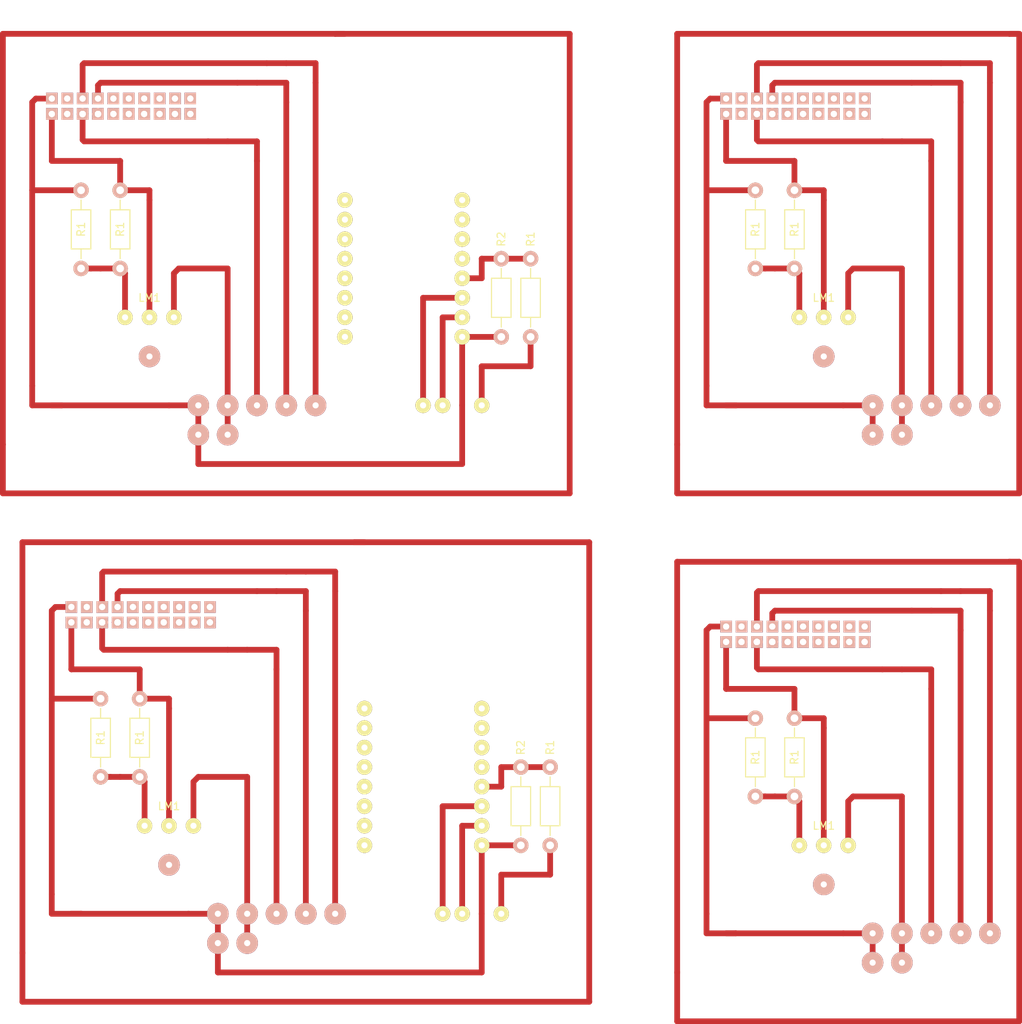
<source format=kicad_pcb>
(kicad_pcb (version 4) (host pcbnew 4.0.1-stable)
  (title_block (title "XTEND 900 Breakout Boards") (date 2015-11-09) (rev 1) (company "UC Astro Cats"))
  (layers (0 F.Cu signal) (31 B.Cu signal) (34 B.Paste user) (35 F.Paste user) (36 B.SilkS user) (37 F.SilkS user) (38 B.Mask user) (39 F.Mask user) (44 Edge.Cuts user))
  (net 0 "")
  (module Wire_Pads:SolderWirePad_single_0-8mmDrill (layer B.Cu) (at 63.5 165.1)
    (fp_text reference "" (at 0 2.54) (layer B.SilkS) (effects (justify mirror)))
    (fp_text value "")
    (pad 1 thru_hole circle (at 0 0) (size 2.8 2.8) (drill 0.8001) (layers *.Cu *.Mask B.SilkS))
  )
  (module Wire_Pads:SolderWirePad_single_0-8mmDrill (layer B.Cu) (at 67.31 165.1)
    (fp_text reference "" (at 0 2.54) (layer B.SilkS) (effects (justify mirror)))
    (fp_text value "")
    (pad 2 thru_hole circle (at 0 0) (size 2.8 2.8) (drill 0.8001) (layers *.Cu *.Mask B.SilkS))
  )
  (module Wire_Pads:SolderWirePad_single_0-8mmDrill (layer B.Cu) (at 57.15 153.67)
    (fp_text reference "" (at 0 2.54) (layer B.SilkS) (effects (justify mirror)))
    (fp_text value "")
    (pad 5 thru_hole circle (at 0 1.27) (size 2.8 2.8) (drill 0.8001) (layers *.Cu *.Mask B.SilkS))
  )
  (module Resistors_ThroughHole:Resistor_Horizontal_RM10mm (layer F.Cu) (at 53.34 138.43 270)
    (fp_text reference R1 (at 0 0 270) (layer F.SilkS))
    (fp_text value 220)
    (pad 1 thru_hole circle (at -5.08 0 270) (size 1.99898 1.99898) (drill 1.00076) (layers *.Cu *.SilkS *.Mask))
    (pad 2 thru_hole circle (at 5.08 0 270) (size 1.99898 1.99898) (drill 1.00076) (layers *.Cu *.SilkS *.Mask))
  )
  (module Wire_Pads:SolderWirePad_3x_0-8mmDrill (layer F.Cu) (at 57.15 149.86)
    (fp_text reference LM1 (at 0 -2.54) (layer F.SilkS))
    (fp_text value LM317)
    (pad 1 thru_hole circle (at -3.175 0) (size 1.99898 1.99898) (drill 0.8001) (layers *.Cu *.Mask F.SilkS))
    (pad 1 thru_hole circle (at 0 0) (size 1.99898 1.99898) (drill 0.8001) (layers *.Cu *.Mask F.SilkS))
    (pad 1 thru_hole circle (at 3.175 0) (size 1.99898 1.99898) (drill 0.8001) (layers *.Cu *.Mask F.SilkS))
  )
  (module Wire_Pads:SolderWirePad_single_0-8mmDrill (layer B.Cu) (at 62.46 121.44)
    (fp_text reference "" (at 0 2.54) (layer B.SilkS) (effects (justify mirror)))
    (fp_text value "")
    (pad 1 thru_hole rect (at 0 0) (size 1.5 1.5) (drill 0.8001) (layers *.Cu *.Mask B.SilkS))
  )
  (module Wire_Pads:SolderWirePad_single_0-8mmDrill (layer B.Cu) (at 60.46 121.44)
    (fp_text reference "" (at 0 2.54) (layer B.SilkS) (effects (justify mirror)))
    (fp_text value "")
    (pad 1 thru_hole rect (at 0 0) (size 1.5 1.5) (drill 0.8001) (layers *.Cu *.Mask B.SilkS))
  )
  (module Wire_Pads:SolderWirePad_single_0-8mmDrill (layer B.Cu) (at 58.46 121.44)
    (fp_text reference "" (at 0 2.54) (layer B.SilkS) (effects (justify mirror)))
    (fp_text value "")
    (pad 1 thru_hole rect (at 0 0) (size 1.5 1.5) (drill 0.8001) (layers *.Cu *.Mask B.SilkS))
  )
  (module Wire_Pads:SolderWirePad_single_0-8mmDrill (layer B.Cu) (at 56.46 121.44)
    (fp_text reference "" (at 0 2.54) (layer B.SilkS) (effects (justify mirror)))
    (fp_text value "")
    (pad 1 thru_hole rect (at 0 0) (size 1.5 1.5) (drill 0.8001) (layers *.Cu *.Mask B.SilkS))
  )
  (module Wire_Pads:SolderWirePad_single_0-8mmDrill (layer B.Cu) (at 54.46 121.44)
    (fp_text reference "" (at 0 2.54) (layer B.SilkS) (effects (justify mirror)))
    (fp_text value "")
    (pad 1 thru_hole rect (at 0 0) (size 1.5 1.5) (drill 0.8001) (layers *.Cu *.Mask B.SilkS))
  )
  (module Wire_Pads:SolderWirePad_single_0-8mmDrill (layer B.Cu) (at 52.46 121.44)
    (fp_text reference "" (at 0 2.54) (layer B.SilkS) (effects (justify mirror)))
    (fp_text value "")
    (pad 1 thru_hole rect (at 0 0) (size 1.5 1.5) (drill 0.8001) (layers *.Cu *.Mask B.SilkS))
  )
  (module Wire_Pads:SolderWirePad_single_0-8mmDrill (layer B.Cu) (at 50.46 121.44)
    (fp_text reference "" (at 0 2.54) (layer B.SilkS) (effects (justify mirror)))
    (fp_text value "")
    (pad 1 thru_hole rect (at 0 0) (size 1.5 1.5) (drill 0.8001) (layers *.Cu *.Mask B.SilkS))
  )
  (module Wire_Pads:SolderWirePad_single_0-8mmDrill (layer B.Cu) (at 48.46 121.44)
    (fp_text reference "" (at 0 2.54) (layer B.SilkS) (effects (justify mirror)))
    (fp_text value "")
    (pad 1 thru_hole rect (at 0 0) (size 1.5 1.5) (drill 0.8001) (layers *.Cu *.Mask B.SilkS))
  )
  (module Wire_Pads:SolderWirePad_single_0-8mmDrill (layer B.Cu) (at 46.46 121.44)
    (fp_text reference "" (at 0 2.54) (layer B.SilkS) (effects (justify mirror)))
    (fp_text value "")
    (pad 3 thru_hole rect (at 0 0) (size 1.5 1.5) (drill 0.8001) (layers *.Cu *.Mask B.SilkS))
  )
  (module Wire_Pads:SolderWirePad_single_0-8mmDrill (layer B.Cu) (at 44.46 121.44)
    (fp_text reference "" (at 0 2.54) (layer B.SilkS) (effects (justify mirror)))
    (fp_text value "")
    (pad 1 thru_hole rect (at 0 0) (size 1.5 1.5) (drill 0.8001) (layers *.Cu *.Mask B.SilkS))
  )
  (module Wire_Pads:SolderWirePad_single_0-8mmDrill (layer B.Cu) (at 62.46 123.44)
    (fp_text reference "" (at 0 2.54) (layer B.SilkS) (effects (justify mirror)))
    (fp_text value "")
    (pad 1 thru_hole circle (at 0 0) (size 1.5 1.5) (drill 0.8001) (layers *.Cu *.Mask B.SilkS))
  )
  (module Wire_Pads:SolderWirePad_single_0-8mmDrill (layer B.Cu) (at 60.46 123.44)
    (fp_text reference "" (at 0 2.54) (layer B.SilkS) (effects (justify mirror)))
    (fp_text value "")
    (pad 1 thru_hole circle (at 0 0) (size 1.5 1.5) (drill 0.8001) (layers *.Cu *.Mask B.SilkS))
  )
  (module Wire_Pads:SolderWirePad_single_0-8mmDrill (layer B.Cu) (at 58.46 123.44)
    (fp_text reference "" (at 0 2.54) (layer B.SilkS) (effects (justify mirror)))
    (fp_text value "")
    (pad 1 thru_hole circle (at 0 0) (size 1.5 1.5) (drill 0.8001) (layers *.Cu *.Mask B.SilkS))
  )
  (module Wire_Pads:SolderWirePad_single_0-8mmDrill (layer B.Cu) (at 56.46 123.44)
    (fp_text reference "" (at 0 2.54) (layer B.SilkS) (effects (justify mirror)))
    (fp_text value "")
    (pad 1 thru_hole circle (at 0 0) (size 1.5 1.5) (drill 0.8001) (layers *.Cu *.Mask B.SilkS))
  )
  (module Wire_Pads:SolderWirePad_single_0-8mmDrill (layer B.Cu) (at 54.46 123.44)
    (fp_text reference "" (at 0 2.54) (layer B.SilkS) (effects (justify mirror)))
    (fp_text value "")
    (pad 1 thru_hole circle (at 0 0) (size 1.5 1.5) (drill 0.8001) (layers *.Cu *.Mask B.SilkS))
  )
  (module Wire_Pads:SolderWirePad_single_0-8mmDrill (layer B.Cu) (at 52.46 123.44)
    (fp_text reference "" (at 0 2.54) (layer B.SilkS) (effects (justify mirror)))
    (fp_text value "")
    (pad 1 thru_hole circle (at 0 0) (size 1.5 1.5) (drill 0.8001) (layers *.Cu *.Mask B.SilkS))
  )
  (module Wire_Pads:SolderWirePad_single_0-8mmDrill (layer B.Cu) (at 44.46 123.44)
    (fp_text reference "" (at 0 2.54) (layer B.SilkS) (effects (justify mirror)))
    (fp_text value "")
    (pad 2 thru_hole circle (at 0 0) (size 1.5 1.5) (drill 0.8001) (layers *.Cu *.Mask B.SilkS))
  )
  (module Wire_Pads:SolderWirePad_single_0-8mmDrill (layer B.Cu) (at 46.46 123.44)
    (fp_text reference "" (at 0 2.54) (layer B.SilkS) (effects (justify mirror)))
    (fp_text value "")
    (pad 1 thru_hole circle (at 0 0) (size 1.5 1.5) (drill 0.8001) (layers *.Cu *.Mask B.SilkS))
  )
  (module Wire_Pads:SolderWirePad_single_0-8mmDrill (layer B.Cu) (at 50.46 123.44)
    (fp_text reference "" (at 0 2.54) (layer B.SilkS) (effects (justify mirror)))
    (fp_text value "")
    (pad 1 thru_hole circle (at 0 0) (size 1.5 1.5) (drill 0.8001) (layers *.Cu *.Mask B.SilkS))
  )
  (module Wire_Pads:SolderWirePad_single_0-8mmDrill (layer B.Cu) (at 48.46 123.44)
    (fp_text reference "" (at 0 2.54) (layer B.SilkS) (effects (justify mirror)))
    (fp_text value "")
    (pad 1 thru_hole circle (at 0 0) (size 1.5 1.5) (drill 0.8001) (layers *.Cu *.Mask B.SilkS))
  )
  (module Wire_Pads:SolderWirePad_single_0-8mmDrill (layer B.Cu) (at 48.46 123.44)
    (fp_text reference "" (at 0 2.54) (layer B.SilkS) (effects (justify mirror)))
    (fp_text value "")
    (pad 1 thru_hole circle (at 0 0) (size 1.5 1.5) (drill 0.8001) (layers *.Cu *.Mask B.SilkS))
  )
  (module Wire_Pads:SolderWirePad_single_0-8mmDrill (layer B.Cu) (at 50.46 123.44)
    (fp_text reference "" (at 0 2.54) (layer B.SilkS) (effects (justify mirror)))
    (fp_text value "")
    (pad 1 thru_hole circle (at 0 0) (size 1.5 1.5) (drill 0.8001) (layers *.Cu *.Mask B.SilkS))
  )
  (module Wire_Pads:SolderWirePad_single_0-8mmDrill (layer B.Cu) (at 50.46 123.44)
    (fp_text reference "" (at 0 2.54) (layer B.SilkS) (effects (justify mirror)))
    (fp_text value "")
    (pad 1 thru_hole circle (at 0 0) (size 1.5 1.5) (drill 0.8001) (layers *.Cu *.Mask B.SilkS))
  )
  (module Wire_Pads:SolderWirePad_single_0-8mmDrill (layer B.Cu) (at 48.46 123.44)
    (fp_text reference "" (at 0 2.54) (layer B.SilkS) (effects (justify mirror)))
    (fp_text value "")
    (pad 1 thru_hole circle (at 0 0) (size 1.5 1.5) (drill 0.8001) (layers *.Cu *.Mask B.SilkS))
  )
  (module Wire_Pads:SolderWirePad_single_0-8mmDrill (layer B.Cu) (at 48.46 123.44)
    (fp_text reference "" (at 0 2.54) (layer B.SilkS) (effects (justify mirror)))
    (fp_text value "")
    (pad 1 thru_hole circle (at 0 0) (size 1.5 1.5) (drill 0.8001) (layers *.Cu *.Mask B.SilkS))
  )
  (module Wire_Pads:SolderWirePad_single_0-8mmDrill (layer B.Cu) (at 50.46 123.44)
    (fp_text reference "" (at 0 2.54) (layer B.SilkS) (effects (justify mirror)))
    (fp_text value "")
    (pad 1 thru_hole circle (at 0 0) (size 1.5 1.5) (drill 0.8001) (layers *.Cu *.Mask B.SilkS))
  )
  (module Wire_Pads:SolderWirePad_single_0-8mmDrill (layer B.Cu) (at 50.46 123.44)
    (fp_text reference "" (at 0 2.54) (layer B.SilkS) (effects (justify mirror)))
    (fp_text value "")
    (pad 1 thru_hole circle (at 0 0) (size 1.5 1.5) (drill 0.8001) (layers *.Cu *.Mask B.SilkS))
  )
  (module Wire_Pads:SolderWirePad_single_0-8mmDrill (layer B.Cu) (at 48.46 123.44)
    (fp_text reference "" (at 0 2.54) (layer B.SilkS) (effects (justify mirror)))
    (fp_text value "")
    (pad 1 thru_hole circle (at 0 0) (size 1.5 1.5) (drill 0.8001) (layers *.Cu *.Mask B.SilkS))
  )
  (module Wire_Pads:SolderWirePad_single_0-8mmDrill (layer B.Cu) (at 48.46 123.44)
    (fp_text reference "" (at 0 2.54) (layer B.SilkS) (effects (justify mirror)))
    (fp_text value "")
    (pad 1 thru_hole circle (at 0 0) (size 1.5 1.5) (drill 0.8001) (layers *.Cu *.Mask B.SilkS))
  )
  (module Wire_Pads:SolderWirePad_single_0-8mmDrill (layer B.Cu) (at 50.46 123.44)
    (fp_text reference "" (at 0 2.54) (layer B.SilkS) (effects (justify mirror)))
    (fp_text value "")
    (pad 1 thru_hole circle (at 0 0) (size 1.5 1.5) (drill 0.8001) (layers *.Cu *.Mask B.SilkS))
  )
  (module Wire_Pads:SolderWirePad_single_0-8mmDrill (layer B.Cu) (at 50.46 123.44)
    (fp_text reference "" (at 0 2.54) (layer B.SilkS) (effects (justify mirror)))
    (fp_text value "")
    (pad 1 thru_hole circle (at 0 0) (size 1.5 1.5) (drill 0.8001) (layers *.Cu *.Mask B.SilkS))
  )
  (module Wire_Pads:SolderWirePad_single_0-8mmDrill (layer B.Cu) (at 48.46 123.44)
    (fp_text reference "" (at 0 2.54) (layer B.SilkS) (effects (justify mirror)))
    (fp_text value "")
    (pad 1 thru_hole circle (at 0 0) (size 1.5 1.5) (drill 0.8001) (layers *.Cu *.Mask B.SilkS))
  )
  (module Wire_Pads:SolderWirePad_single_0-8mmDrill (layer B.Cu) (at 48.46 123.44)
    (fp_text reference "" (at 0 2.54) (layer B.SilkS) (effects (justify mirror)))
    (fp_text value "")
    (pad 1 thru_hole circle (at 0 0) (size 1.5 1.5) (drill 0.8001) (layers *.Cu *.Mask B.SilkS))
  )
  (module Wire_Pads:SolderWirePad_single_0-8mmDrill (layer B.Cu) (at 50.46 123.44)
    (fp_text reference "" (at 0 2.54) (layer B.SilkS) (effects (justify mirror)))
    (fp_text value "")
    (pad 1 thru_hole circle (at 0 0) (size 1.5 1.5) (drill 0.8001) (layers *.Cu *.Mask B.SilkS))
  )
  (module Wire_Pads:SolderWirePad_single_0-8mmDrill (layer B.Cu) (at 50.46 123.44)
    (fp_text reference "" (at 0 2.54) (layer B.SilkS) (effects (justify mirror)))
    (fp_text value "")
    (pad 1 thru_hole circle (at 0 0) (size 1.5 1.5) (drill 0.8001) (layers *.Cu *.Mask B.SilkS))
  )
  (module Wire_Pads:SolderWirePad_single_0-8mmDrill (layer B.Cu) (at 48.46 123.44)
    (fp_text reference "" (at 0 2.54) (layer B.SilkS) (effects (justify mirror)))
    (fp_text value "")
    (pad 1 thru_hole circle (at 0 0) (size 1.5 1.5) (drill 0.8001) (layers *.Cu *.Mask B.SilkS))
  )
  (module Wire_Pads:SolderWirePad_single_0-8mmDrill (layer B.Cu) (at 48.46 123.44)
    (fp_text reference "" (at 0 2.54) (layer B.SilkS) (effects (justify mirror)))
    (fp_text value "")
    (pad 1 thru_hole circle (at 0 0) (size 1.5 1.5) (drill 0.8001) (layers *.Cu *.Mask B.SilkS))
  )
  (module Wire_Pads:SolderWirePad_single_0-8mmDrill (layer B.Cu) (at 50.46 123.44)
    (fp_text reference "" (at 0 2.54) (layer B.SilkS) (effects (justify mirror)))
    (fp_text value "")
    (pad 1 thru_hole circle (at 0 0) (size 1.5 1.5) (drill 0.8001) (layers *.Cu *.Mask B.SilkS))
  )
  (module Wire_Pads:SolderWirePad_single_0-8mmDrill (layer B.Cu) (at 50.46 123.44)
    (fp_text reference "" (at 0 2.54) (layer B.SilkS) (effects (justify mirror)))
    (fp_text value "")
    (pad 1 thru_hole circle (at 0 0) (size 1.5 1.5) (drill 0.8001) (layers *.Cu *.Mask B.SilkS))
  )
  (module Wire_Pads:SolderWirePad_single_0-8mmDrill (layer B.Cu) (at 48.46 123.44)
    (fp_text reference "" (at 0 2.54) (layer B.SilkS) (effects (justify mirror)))
    (fp_text value "")
    (pad 1 thru_hole circle (at 0 0) (size 1.5 1.5) (drill 0.8001) (layers *.Cu *.Mask B.SilkS))
  )
  (module Wire_Pads:SolderWirePad_single_0-8mmDrill (layer B.Cu) (at 48.46 123.44)
    (fp_text reference "" (at 0 2.54) (layer B.SilkS) (effects (justify mirror)))
    (fp_text value "")
    (pad 1 thru_hole circle (at 0 0) (size 1.5 1.5) (drill 0.8001) (layers *.Cu *.Mask B.SilkS))
  )
  (module Wire_Pads:SolderWirePad_single_0-8mmDrill (layer B.Cu) (at 50.46 123.44)
    (fp_text reference "" (at 0 2.54) (layer B.SilkS) (effects (justify mirror)))
    (fp_text value "")
    (pad 1 thru_hole circle (at 0 0) (size 1.5 1.5) (drill 0.8001) (layers *.Cu *.Mask B.SilkS))
  )
  (module Wire_Pads:SolderWirePad_single_0-8mmDrill (layer B.Cu) (at 50.46 123.44)
    (fp_text reference "" (at 0 2.54) (layer B.SilkS) (effects (justify mirror)))
    (fp_text value "")
    (pad 1 thru_hole circle (at 0 0) (size 1.5 1.5) (drill 0.8001) (layers *.Cu *.Mask B.SilkS))
  )
  (module Wire_Pads:SolderWirePad_single_0-8mmDrill (layer B.Cu) (at 48.46 123.44)
    (fp_text reference "" (at 0 2.54) (layer B.SilkS) (effects (justify mirror)))
    (fp_text value "")
    (pad 1 thru_hole circle (at 0 0) (size 1.5 1.5) (drill 0.8001) (layers *.Cu *.Mask B.SilkS))
  )
  (module Wire_Pads:SolderWirePad_single_0-8mmDrill (layer B.Cu) (at 48.46 123.44)
    (fp_text reference "" (at 0 2.54) (layer B.SilkS) (effects (justify mirror)))
    (fp_text value "")
    (pad 1 thru_hole circle (at 0 0) (size 1.5 1.5) (drill 0.8001) (layers *.Cu *.Mask B.SilkS))
  )
  (module Wire_Pads:SolderWirePad_single_0-8mmDrill (layer B.Cu) (at 50.46 123.44)
    (fp_text reference "" (at 0 2.54) (layer B.SilkS) (effects (justify mirror)))
    (fp_text value "")
    (pad 1 thru_hole circle (at 0 0) (size 1.5 1.5) (drill 0.8001) (layers *.Cu *.Mask B.SilkS))
  )
  (module Wire_Pads:SolderWirePad_single_0-8mmDrill (layer B.Cu) (at 50.46 123.44)
    (fp_text reference "" (at 0 2.54) (layer B.SilkS) (effects (justify mirror)))
    (fp_text value "")
    (pad 1 thru_hole circle (at 0 0) (size 1.5 1.5) (drill 0.8001) (layers *.Cu *.Mask B.SilkS))
  )
  (module Wire_Pads:SolderWirePad_single_0-8mmDrill (layer B.Cu) (at 48.46 123.44)
    (fp_text reference "" (at 0 2.54) (layer B.SilkS) (effects (justify mirror)))
    (fp_text value "")
    (pad 1 thru_hole circle (at 0 0) (size 1.5 1.5) (drill 0.8001) (layers *.Cu *.Mask B.SilkS))
  )
  (module Wire_Pads:SolderWirePad_single_0-8mmDrill (layer B.Cu) (at 48.46 123.44)
    (fp_text reference "" (at 0 2.54) (layer B.SilkS) (effects (justify mirror)))
    (fp_text value "")
    (pad 1 thru_hole circle (at 0 0) (size 1.5 1.5) (drill 0.8001) (layers *.Cu *.Mask B.SilkS))
  )
  (module Wire_Pads:SolderWirePad_single_0-8mmDrill (layer B.Cu) (at 50.46 123.44)
    (fp_text reference "" (at 0 2.54) (layer B.SilkS) (effects (justify mirror)))
    (fp_text value "")
    (pad 1 thru_hole circle (at 0 0) (size 1.5 1.5) (drill 0.8001) (layers *.Cu *.Mask B.SilkS))
  )
  (module Wire_Pads:SolderWirePad_single_0-8mmDrill (layer B.Cu) (at 50.46 123.44)
    (fp_text reference "" (at 0 2.54) (layer B.SilkS) (effects (justify mirror)))
    (fp_text value "")
    (pad 1 thru_hole circle (at 0 0) (size 1.5 1.5) (drill 0.8001) (layers *.Cu *.Mask B.SilkS))
  )
  (module Wire_Pads:SolderWirePad_single_0-8mmDrill (layer B.Cu) (at 48.46 123.44)
    (fp_text reference "" (at 0 2.54) (layer B.SilkS) (effects (justify mirror)))
    (fp_text value "")
    (pad 1 thru_hole circle (at 0 0) (size 1.5 1.5) (drill 0.8001) (layers *.Cu *.Mask B.SilkS))
  )
  (module Wire_Pads:SolderWirePad_single_0-8mmDrill (layer B.Cu) (at 48.46 123.44)
    (fp_text reference "" (at 0 2.54) (layer B.SilkS) (effects (justify mirror)))
    (fp_text value "")
    (pad 1 thru_hole circle (at 0 0) (size 1.5 1.5) (drill 0.8001) (layers *.Cu *.Mask B.SilkS))
  )
  (module Wire_Pads:SolderWirePad_single_0-8mmDrill (layer B.Cu) (at 50.46 123.44)
    (fp_text reference "" (at 0 2.54) (layer B.SilkS) (effects (justify mirror)))
    (fp_text value "")
    (pad 1 thru_hole circle (at 0 0) (size 1.5 1.5) (drill 0.8001) (layers *.Cu *.Mask B.SilkS))
  )
  (module Wire_Pads:SolderWirePad_single_0-8mmDrill (layer B.Cu) (at 50.46 123.44)
    (fp_text reference "" (at 0 2.54) (layer B.SilkS) (effects (justify mirror)))
    (fp_text value "")
    (pad 1 thru_hole circle (at 0 0) (size 1.5 1.5) (drill 0.8001) (layers *.Cu *.Mask B.SilkS))
  )
  (module Wire_Pads:SolderWirePad_single_0-8mmDrill (layer B.Cu) (at 48.46 123.44)
    (fp_text reference "" (at 0 2.54) (layer B.SilkS) (effects (justify mirror)))
    (fp_text value "")
    (pad 1 thru_hole circle (at 0 0) (size 1.5 1.5) (drill 0.8001) (layers *.Cu *.Mask B.SilkS))
  )
  (module Wire_Pads:SolderWirePad_single_0-8mmDrill (layer B.Cu) (at 48.46 123.44)
    (fp_text reference "" (at 0 2.54) (layer B.SilkS) (effects (justify mirror)))
    (fp_text value "")
    (pad 1 thru_hole circle (at 0 0) (size 1.5 1.5) (drill 0.8001) (layers *.Cu *.Mask B.SilkS))
  )
  (module Wire_Pads:SolderWirePad_single_0-8mmDrill (layer B.Cu) (at 50.46 123.44)
    (fp_text reference "" (at 0 2.54) (layer B.SilkS) (effects (justify mirror)))
    (fp_text value "")
    (pad 1 thru_hole circle (at 0 0) (size 1.5 1.5) (drill 0.8001) (layers *.Cu *.Mask B.SilkS))
  )
  (module Wire_Pads:SolderWirePad_single_0-8mmDrill (layer B.Cu) (at 50.46 123.44)
    (fp_text reference "" (at 0 2.54) (layer B.SilkS) (effects (justify mirror)))
    (fp_text value "")
    (pad 1 thru_hole circle (at 0 0) (size 1.5 1.5) (drill 0.8001) (layers *.Cu *.Mask B.SilkS))
  )
  (module Wire_Pads:SolderWirePad_single_0-8mmDrill (layer B.Cu) (at 48.46 123.44)
    (fp_text reference "" (at 0 2.54) (layer B.SilkS) (effects (justify mirror)))
    (fp_text value "")
    (pad 1 thru_hole circle (at 0 0) (size 1.5 1.5) (drill 0.8001) (layers *.Cu *.Mask B.SilkS))
  )
  (module Wire_Pads:SolderWirePad_single_0-8mmDrill (layer B.Cu) (at 48.46 123.44)
    (fp_text reference "" (at 0 2.54) (layer B.SilkS) (effects (justify mirror)))
    (fp_text value "")
    (pad 1 thru_hole circle (at 0 0) (size 1.5 1.5) (drill 0.8001) (layers *.Cu *.Mask B.SilkS))
  )
  (module Wire_Pads:SolderWirePad_single_0-8mmDrill (layer B.Cu) (at 50.46 123.44)
    (fp_text reference "" (at 0 2.54) (layer B.SilkS) (effects (justify mirror)))
    (fp_text value "")
    (pad 1 thru_hole circle (at 0 0) (size 1.5 1.5) (drill 0.8001) (layers *.Cu *.Mask B.SilkS))
  )
  (module Wire_Pads:SolderWirePad_single_0-8mmDrill (layer B.Cu) (at 50.46 123.44)
    (fp_text reference "" (at 0 2.54) (layer B.SilkS) (effects (justify mirror)))
    (fp_text value "")
    (pad 1 thru_hole circle (at 0 0) (size 1.5 1.5) (drill 0.8001) (layers *.Cu *.Mask B.SilkS))
  )
  (module Wire_Pads:SolderWirePad_single_0-8mmDrill (layer B.Cu) (at 48.46 123.44)
    (fp_text reference "" (at 0 2.54) (layer B.SilkS) (effects (justify mirror)))
    (fp_text value "")
    (pad 1 thru_hole circle (at 0 0) (size 1.5 1.5) (drill 0.8001) (layers *.Cu *.Mask B.SilkS))
  )
  (module Wire_Pads:SolderWirePad_single_0-8mmDrill (layer B.Cu) (at 48.46 123.44)
    (fp_text reference "" (at 0 2.54) (layer B.SilkS) (effects (justify mirror)))
    (fp_text value "")
    (pad 1 thru_hole circle (at 0 0) (size 1.5 1.5) (drill 0.8001) (layers *.Cu *.Mask B.SilkS))
  )
  (module Wire_Pads:SolderWirePad_single_0-8mmDrill (layer B.Cu) (at 50.46 123.44)
    (fp_text reference "" (at 0 2.54) (layer B.SilkS) (effects (justify mirror)))
    (fp_text value "")
    (pad 1 thru_hole circle (at 0 0) (size 1.5 1.5) (drill 0.8001) (layers *.Cu *.Mask B.SilkS))
  )
  (module Wire_Pads:SolderWirePad_single_0-8mmDrill (layer B.Cu) (at 50.46 123.44)
    (fp_text reference "" (at 0 2.54) (layer B.SilkS) (effects (justify mirror)))
    (fp_text value "")
    (pad 1 thru_hole circle (at 0 0) (size 1.5 1.5) (drill 0.8001) (layers *.Cu *.Mask B.SilkS))
  )
  (module Wire_Pads:SolderWirePad_single_0-8mmDrill (layer B.Cu) (at 48.46 123.44)
    (fp_text reference "" (at 0 2.54) (layer B.SilkS) (effects (justify mirror)))
    (fp_text value "")
    (pad 1 thru_hole circle (at 0 0) (size 1.5 1.5) (drill 0.8001) (layers *.Cu *.Mask B.SilkS))
  )
  (module Wire_Pads:SolderWirePad_single_0-8mmDrill (layer B.Cu) (at 48.46 123.44)
    (fp_text reference "" (at 0 2.54) (layer B.SilkS) (effects (justify mirror)))
    (fp_text value "")
    (pad 1 thru_hole circle (at 0 0) (size 1.5 1.5) (drill 0.8001) (layers *.Cu *.Mask B.SilkS))
  )
  (module Wire_Pads:SolderWirePad_single_0-8mmDrill (layer B.Cu) (at 50.46 123.44)
    (fp_text reference "" (at 0 2.54) (layer B.SilkS) (effects (justify mirror)))
    (fp_text value "")
    (pad 1 thru_hole circle (at 0 0) (size 1.5 1.5) (drill 0.8001) (layers *.Cu *.Mask B.SilkS))
  )
  (module Wire_Pads:SolderWirePad_single_0-8mmDrill (layer B.Cu) (at 50.46 123.44)
    (fp_text reference "" (at 0 2.54) (layer B.SilkS) (effects (justify mirror)))
    (fp_text value "")
    (pad 1 thru_hole circle (at 0 0) (size 1.5 1.5) (drill 0.8001) (layers *.Cu *.Mask B.SilkS))
  )
  (module Wire_Pads:SolderWirePad_single_0-8mmDrill (layer B.Cu) (at 48.46 123.44)
    (fp_text reference "" (at 0 2.54) (layer B.SilkS) (effects (justify mirror)))
    (fp_text value "")
    (pad 1 thru_hole circle (at 0 0) (size 1.5 1.5) (drill 0.8001) (layers *.Cu *.Mask B.SilkS))
  )
  (module Wire_Pads:SolderWirePad_single_0-8mmDrill (layer B.Cu) (at 48.46 123.44)
    (fp_text reference "" (at 0 2.54) (layer B.SilkS) (effects (justify mirror)))
    (fp_text value "")
    (pad 1 thru_hole circle (at 0 0) (size 1.5 1.5) (drill 0.8001) (layers *.Cu *.Mask B.SilkS))
  )
  (module Wire_Pads:SolderWirePad_single_0-8mmDrill (layer B.Cu) (at 50.46 123.44)
    (fp_text reference "" (at 0 2.54) (layer B.SilkS) (effects (justify mirror)))
    (fp_text value "")
    (pad 1 thru_hole circle (at 0 0) (size 1.5 1.5) (drill 0.8001) (layers *.Cu *.Mask B.SilkS))
  )
  (module Wire_Pads:SolderWirePad_single_0-8mmDrill (layer B.Cu) (at 50.46 123.44)
    (fp_text reference "" (at 0 2.54) (layer B.SilkS) (effects (justify mirror)))
    (fp_text value "")
    (pad 1 thru_hole circle (at 0 0) (size 1.5 1.5) (drill 0.8001) (layers *.Cu *.Mask B.SilkS))
  )
  (module Wire_Pads:SolderWirePad_single_0-8mmDrill (layer B.Cu) (at 48.46 123.44)
    (fp_text reference "" (at 0 2.54) (layer B.SilkS) (effects (justify mirror)))
    (fp_text value "")
    (pad 1 thru_hole circle (at 0 0) (size 1.5 1.5) (drill 0.8001) (layers *.Cu *.Mask B.SilkS))
  )
  (module Wire_Pads:SolderWirePad_single_0-8mmDrill (layer B.Cu) (at 48.46 123.44)
    (fp_text reference "" (at 0 2.54) (layer B.SilkS) (effects (justify mirror)))
    (fp_text value "")
    (pad 1 thru_hole circle (at 0 0) (size 1.5 1.5) (drill 0.8001) (layers *.Cu *.Mask B.SilkS))
  )
  (module Wire_Pads:SolderWirePad_single_0-8mmDrill (layer B.Cu) (at 50.46 123.44)
    (fp_text reference "" (at 0 2.54) (layer B.SilkS) (effects (justify mirror)))
    (fp_text value "")
    (pad 1 thru_hole circle (at 0 0) (size 1.5 1.5) (drill 0.8001) (layers *.Cu *.Mask B.SilkS))
  )
  (module Wire_Pads:SolderWirePad_single_0-8mmDrill (layer B.Cu) (at 50.46 123.44)
    (fp_text reference "" (at 0 2.54) (layer B.SilkS) (effects (justify mirror)))
    (fp_text value "")
    (pad 1 thru_hole circle (at 0 0) (size 1.5 1.5) (drill 0.8001) (layers *.Cu *.Mask B.SilkS))
  )
  (module Wire_Pads:SolderWirePad_single_0-8mmDrill (layer B.Cu) (at 48.46 123.44)
    (fp_text reference "" (at 0 2.54) (layer B.SilkS) (effects (justify mirror)))
    (fp_text value "")
    (pad 1 thru_hole circle (at 0 0) (size 1.5 1.5) (drill 0.8001) (layers *.Cu *.Mask B.SilkS))
  )
  (module Wire_Pads:SolderWirePad_single_0-8mmDrill (layer B.Cu) (at 48.46 123.44)
    (fp_text reference "" (at 0 2.54) (layer B.SilkS) (effects (justify mirror)))
    (fp_text value "")
    (pad 1 thru_hole rect (at 0 0) (size 1.5 1.5) (drill 0.8001) (layers *.Cu *.Mask B.SilkS))
  )
  (module Wire_Pads:SolderWirePad_single_0-8mmDrill (layer B.Cu) (at 50.46 123.44)
    (fp_text reference "" (at 0 2.54) (layer B.SilkS) (effects (justify mirror)))
    (fp_text value "")
    (pad 1 thru_hole rect (at 0 0) (size 1.5 1.5) (drill 0.8001) (layers *.Cu *.Mask B.SilkS))
  )
  (module Wire_Pads:SolderWirePad_single_0-8mmDrill (layer B.Cu) (at 46.46 123.44)
    (fp_text reference "" (at 0 2.54) (layer B.SilkS) (effects (justify mirror)))
    (fp_text value "")
    (pad 1 thru_hole rect (at 0 0) (size 1.5 1.5) (drill 0.8001) (layers *.Cu *.Mask B.SilkS))
  )
  (module Wire_Pads:SolderWirePad_single_0-8mmDrill (layer B.Cu) (at 44.46 123.44)
    (fp_text reference "" (at 0 2.54) (layer B.SilkS) (effects (justify mirror)))
    (fp_text value "")
    (pad 1 thru_hole rect (at 0 0) (size 1.5 1.5) (drill 0.8001) (layers *.Cu *.Mask B.SilkS))
  )
  (module Wire_Pads:SolderWirePad_single_0-8mmDrill (layer B.Cu) (at 52.46 123.44)
    (fp_text reference "" (at 0 2.54) (layer B.SilkS) (effects (justify mirror)))
    (fp_text value "")
    (pad 1 thru_hole rect (at 0 0) (size 1.5 1.5) (drill 0.8001) (layers *.Cu *.Mask B.SilkS))
  )
  (module Wire_Pads:SolderWirePad_single_0-8mmDrill (layer B.Cu) (at 54.46 123.44)
    (fp_text reference "" (at 0 2.54) (layer B.SilkS) (effects (justify mirror)))
    (fp_text value "")
    (pad 1 thru_hole rect (at 0 0) (size 1.5 1.5) (drill 0.8001) (layers *.Cu *.Mask B.SilkS))
  )
  (module Wire_Pads:SolderWirePad_single_0-8mmDrill (layer B.Cu) (at 56.46 123.44)
    (fp_text reference "" (at 0 2.54) (layer B.SilkS) (effects (justify mirror)))
    (fp_text value "")
    (pad 1 thru_hole rect (at 0 0) (size 1.5 1.5) (drill 0.8001) (layers *.Cu *.Mask B.SilkS))
  )
  (module Wire_Pads:SolderWirePad_single_0-8mmDrill (layer B.Cu) (at 58.46 123.44)
    (fp_text reference "" (at 0 2.54) (layer B.SilkS) (effects (justify mirror)))
    (fp_text value "")
    (pad 1 thru_hole rect (at 0 0) (size 1.5 1.5) (drill 0.8001) (layers *.Cu *.Mask B.SilkS))
  )
  (module Wire_Pads:SolderWirePad_single_0-8mmDrill (layer B.Cu) (at 60.46 123.44)
    (fp_text reference "" (at 0 2.54) (layer B.SilkS) (effects (justify mirror)))
    (fp_text value "")
    (pad 1 thru_hole rect (at 0 0) (size 1.5 1.5) (drill 0.8001) (layers *.Cu *.Mask B.SilkS))
  )
  (module Wire_Pads:SolderWirePad_single_0-8mmDrill (layer B.Cu) (at 62.46 123.44)
    (fp_text reference "" (at 0 2.54) (layer B.SilkS) (effects (justify mirror)))
    (fp_text value "")
    (pad 1 thru_hole rect (at 0 0) (size 1.5 1.5) (drill 0.8001) (layers *.Cu *.Mask B.SilkS))
  )
  (module Wire_Pads:SolderWirePad_single_0-8mmDrill (layer B.Cu) (at 44.46 111.44)
    (fp_text reference "" (at 0 2.54) (layer B.SilkS) (effects (justify mirror)))
    (fp_text value "")
  )
  (module Wire_Pads:SolderWirePad_single_0-8mmDrill (layer B.Cu) (at 78.74 161.29)
    (fp_text reference "" (at 0 2.54) (layer B.SilkS) (effects (justify mirror)))
    (fp_text value "")
    (pad 5 thru_hole circle (at 0 0) (size 2.8 2.8) (drill 0.8001) (layers *.Cu *.Mask B.SilkS))
  )
  (module Wire_Pads:SolderWirePad_single_0-8mmDrill (layer B.Cu) (at 78.74 161.29)
    (fp_text reference "" (at 0 2.54) (layer B.SilkS) (effects (justify mirror)))
    (fp_text value "")
    (pad 7 thru_hole circle (at -3.81 0) (size 2.8 2.8) (drill 0.8001) (layers *.Cu *.Mask B.SilkS))
  )
  (module Wire_Pads:SolderWirePad_single_0-8mmDrill (layer B.Cu) (at 62.46 123.44)
    (fp_text reference "" (at 0 2.54) (layer B.SilkS) (effects (justify mirror)))
    (fp_text value "")
    (pad 1 thru_hole rect (at 0 0) (size 1.5 1.5) (drill 0.8001) (layers *.Cu *.Mask B.SilkS))
  )
  (module Wire_Pads:SolderWirePad_single_0-8mmDrill (layer B.Cu) (at 60.46 123.44)
    (fp_text reference "" (at 0 2.54) (layer B.SilkS) (effects (justify mirror)))
    (fp_text value "")
    (pad 1 thru_hole rect (at 0 0) (size 1.5 1.5) (drill 0.8001) (layers *.Cu *.Mask B.SilkS))
  )
  (module Wire_Pads:SolderWirePad_single_0-8mmDrill (layer B.Cu) (at 58.46 123.44)
    (fp_text reference "" (at 0 2.54) (layer B.SilkS) (effects (justify mirror)))
    (fp_text value "")
    (pad 1 thru_hole rect (at 0 0) (size 1.5 1.5) (drill 0.8001) (layers *.Cu *.Mask B.SilkS))
  )
  (module Wire_Pads:SolderWirePad_single_0-8mmDrill (layer B.Cu) (at 56.46 123.44)
    (fp_text reference "" (at 0 2.54) (layer B.SilkS) (effects (justify mirror)))
    (fp_text value "")
    (pad 1 thru_hole rect (at 0 0) (size 1.5 1.5) (drill 0.8001) (layers *.Cu *.Mask B.SilkS))
  )
  (module Wire_Pads:SolderWirePad_single_0-8mmDrill (layer B.Cu) (at 54.46 123.44)
    (fp_text reference "" (at 0 2.54) (layer B.SilkS) (effects (justify mirror)))
    (fp_text value "")
    (pad 1 thru_hole rect (at 0 0) (size 1.5 1.5) (drill 0.8001) (layers *.Cu *.Mask B.SilkS))
  )
  (module Wire_Pads:SolderWirePad_single_0-8mmDrill (layer B.Cu) (at 52.46 123.44)
    (fp_text reference "" (at 0 2.54) (layer B.SilkS) (effects (justify mirror)))
    (fp_text value "")
    (pad 1 thru_hole rect (at 0 0) (size 1.5 1.5) (drill 0.8001) (layers *.Cu *.Mask B.SilkS))
  )
  (module Wire_Pads:SolderWirePad_single_0-8mmDrill (layer B.Cu) (at 44.46 123.44)
    (fp_text reference "" (at 0 2.54) (layer B.SilkS) (effects (justify mirror)))
    (fp_text value "")
    (pad 1 thru_hole rect (at 0 0) (size 1.5 1.5) (drill 0.8001) (layers *.Cu *.Mask B.SilkS))
  )
  (module Wire_Pads:SolderWirePad_single_0-8mmDrill (layer B.Cu) (at 46.46 123.44)
    (fp_text reference "" (at 0 2.54) (layer B.SilkS) (effects (justify mirror)))
    (fp_text value "")
    (pad 1 thru_hole rect (at 0 0) (size 1.5 1.5) (drill 0.8001) (layers *.Cu *.Mask B.SilkS))
  )
  (module Wire_Pads:SolderWirePad_single_0-8mmDrill (layer B.Cu) (at 50.46 123.44)
    (fp_text reference "" (at 0 2.54) (layer B.SilkS) (effects (justify mirror)))
    (fp_text value "")
    (pad 1 thru_hole rect (at 0 0) (size 1.5 1.5) (drill 0.8001) (layers *.Cu *.Mask B.SilkS))
  )
  (module Wire_Pads:SolderWirePad_single_0-8mmDrill (layer B.Cu) (at 48.46 123.44)
    (fp_text reference "" (at 0 2.54) (layer B.SilkS) (effects (justify mirror)))
    (fp_text value "")
    (pad 1 thru_hole rect (at 0 0) (size 1.5 1.5) (drill 0.8001) (layers *.Cu *.Mask B.SilkS))
  )
  (module Wire_Pads:SolderWirePad_single_0-8mmDrill (layer B.Cu) (at 48.46 123.44)
    (fp_text reference "" (at 0 2.54) (layer B.SilkS) (effects (justify mirror)))
    (fp_text value "")
    (pad 1 thru_hole circle (at 0 0) (size 1.5 1.5) (drill 0.8001) (layers *.Cu *.Mask B.SilkS))
  )
  (module Wire_Pads:SolderWirePad_single_0-8mmDrill (layer B.Cu) (at 50.46 123.44)
    (fp_text reference "" (at 0 2.54) (layer B.SilkS) (effects (justify mirror)))
    (fp_text value "")
    (pad 1 thru_hole circle (at 0 0) (size 1.5 1.5) (drill 0.8001) (layers *.Cu *.Mask B.SilkS))
  )
  (module Wire_Pads:SolderWirePad_single_0-8mmDrill (layer B.Cu) (at 50.46 123.44)
    (fp_text reference "" (at 0 2.54) (layer B.SilkS) (effects (justify mirror)))
    (fp_text value "")
    (pad 1 thru_hole circle (at 0 0) (size 1.5 1.5) (drill 0.8001) (layers *.Cu *.Mask B.SilkS))
  )
  (module Wire_Pads:SolderWirePad_single_0-8mmDrill (layer B.Cu) (at 48.46 123.44)
    (fp_text reference "" (at 0 2.54) (layer B.SilkS) (effects (justify mirror)))
    (fp_text value "")
    (pad 1 thru_hole circle (at 0 0) (size 1.5 1.5) (drill 0.8001) (layers *.Cu *.Mask B.SilkS))
  )
  (module Wire_Pads:SolderWirePad_single_0-8mmDrill (layer B.Cu) (at 48.46 123.44)
    (fp_text reference "" (at 0 2.54) (layer B.SilkS) (effects (justify mirror)))
    (fp_text value "")
    (pad 1 thru_hole circle (at 0 0) (size 1.5 1.5) (drill 0.8001) (layers *.Cu *.Mask B.SilkS))
  )
  (module Wire_Pads:SolderWirePad_single_0-8mmDrill (layer B.Cu) (at 50.46 123.44)
    (fp_text reference "" (at 0 2.54) (layer B.SilkS) (effects (justify mirror)))
    (fp_text value "")
    (pad 1 thru_hole circle (at 0 0) (size 1.5 1.5) (drill 0.8001) (layers *.Cu *.Mask B.SilkS))
  )
  (module Wire_Pads:SolderWirePad_single_0-8mmDrill (layer B.Cu) (at 50.46 123.44)
    (fp_text reference "" (at 0 2.54) (layer B.SilkS) (effects (justify mirror)))
    (fp_text value "")
    (pad 1 thru_hole circle (at 0 0) (size 1.5 1.5) (drill 0.8001) (layers *.Cu *.Mask B.SilkS))
  )
  (module Wire_Pads:SolderWirePad_single_0-8mmDrill (layer B.Cu) (at 48.46 123.44)
    (fp_text reference "" (at 0 2.54) (layer B.SilkS) (effects (justify mirror)))
    (fp_text value "")
    (pad 1 thru_hole circle (at 0 0) (size 1.5 1.5) (drill 0.8001) (layers *.Cu *.Mask B.SilkS))
  )
  (module Wire_Pads:SolderWirePad_single_0-8mmDrill (layer B.Cu) (at 48.46 123.44)
    (fp_text reference "" (at 0 2.54) (layer B.SilkS) (effects (justify mirror)))
    (fp_text value "")
    (pad 1 thru_hole circle (at 0 0) (size 1.5 1.5) (drill 0.8001) (layers *.Cu *.Mask B.SilkS))
  )
  (module Wire_Pads:SolderWirePad_single_0-8mmDrill (layer B.Cu) (at 50.46 123.44)
    (fp_text reference "" (at 0 2.54) (layer B.SilkS) (effects (justify mirror)))
    (fp_text value "")
    (pad 1 thru_hole circle (at 0 0) (size 1.5 1.5) (drill 0.8001) (layers *.Cu *.Mask B.SilkS))
  )
  (module Wire_Pads:SolderWirePad_single_0-8mmDrill (layer B.Cu) (at 50.46 123.44)
    (fp_text reference "" (at 0 2.54) (layer B.SilkS) (effects (justify mirror)))
    (fp_text value "")
    (pad 1 thru_hole circle (at 0 0) (size 1.5 1.5) (drill 0.8001) (layers *.Cu *.Mask B.SilkS))
  )
  (module Wire_Pads:SolderWirePad_single_0-8mmDrill (layer B.Cu) (at 48.46 123.44)
    (fp_text reference "" (at 0 2.54) (layer B.SilkS) (effects (justify mirror)))
    (fp_text value "")
    (pad 1 thru_hole circle (at 0 0) (size 1.5 1.5) (drill 0.8001) (layers *.Cu *.Mask B.SilkS))
  )
  (module Wire_Pads:SolderWirePad_single_0-8mmDrill (layer B.Cu) (at 48.46 123.44)
    (fp_text reference "" (at 0 2.54) (layer B.SilkS) (effects (justify mirror)))
    (fp_text value "")
    (pad 1 thru_hole circle (at 0 0) (size 1.5 1.5) (drill 0.8001) (layers *.Cu *.Mask B.SilkS))
  )
  (module Wire_Pads:SolderWirePad_single_0-8mmDrill (layer B.Cu) (at 50.46 123.44)
    (fp_text reference "" (at 0 2.54) (layer B.SilkS) (effects (justify mirror)))
    (fp_text value "")
    (pad 1 thru_hole circle (at 0 0) (size 1.5 1.5) (drill 0.8001) (layers *.Cu *.Mask B.SilkS))
  )
  (module Wire_Pads:SolderWirePad_single_0-8mmDrill (layer B.Cu) (at 50.46 123.44)
    (fp_text reference "" (at 0 2.54) (layer B.SilkS) (effects (justify mirror)))
    (fp_text value "")
    (pad 1 thru_hole circle (at 0 0) (size 1.5 1.5) (drill 0.8001) (layers *.Cu *.Mask B.SilkS))
  )
  (module Wire_Pads:SolderWirePad_single_0-8mmDrill (layer B.Cu) (at 48.46 123.44)
    (fp_text reference "" (at 0 2.54) (layer B.SilkS) (effects (justify mirror)))
    (fp_text value "")
    (pad 1 thru_hole circle (at 0 0) (size 1.5 1.5) (drill 0.8001) (layers *.Cu *.Mask B.SilkS))
  )
  (module Wire_Pads:SolderWirePad_single_0-8mmDrill (layer B.Cu) (at 48.46 123.44)
    (fp_text reference "" (at 0 2.54) (layer B.SilkS) (effects (justify mirror)))
    (fp_text value "")
    (pad 1 thru_hole circle (at 0 0) (size 1.5 1.5) (drill 0.8001) (layers *.Cu *.Mask B.SilkS))
  )
  (module Wire_Pads:SolderWirePad_single_0-8mmDrill (layer B.Cu) (at 50.46 123.44)
    (fp_text reference "" (at 0 2.54) (layer B.SilkS) (effects (justify mirror)))
    (fp_text value "")
    (pad 1 thru_hole circle (at 0 0) (size 1.5 1.5) (drill 0.8001) (layers *.Cu *.Mask B.SilkS))
  )
  (module Wire_Pads:SolderWirePad_single_0-8mmDrill (layer B.Cu) (at 50.46 123.44)
    (fp_text reference "" (at 0 2.54) (layer B.SilkS) (effects (justify mirror)))
    (fp_text value "")
    (pad 1 thru_hole circle (at 0 0) (size 1.5 1.5) (drill 0.8001) (layers *.Cu *.Mask B.SilkS))
  )
  (module Wire_Pads:SolderWirePad_single_0-8mmDrill (layer B.Cu) (at 48.46 123.44)
    (fp_text reference "" (at 0 2.54) (layer B.SilkS) (effects (justify mirror)))
    (fp_text value "")
    (pad 1 thru_hole circle (at 0 0) (size 1.5 1.5) (drill 0.8001) (layers *.Cu *.Mask B.SilkS))
  )
  (module Wire_Pads:SolderWirePad_single_0-8mmDrill (layer B.Cu) (at 48.46 123.44)
    (fp_text reference "" (at 0 2.54) (layer B.SilkS) (effects (justify mirror)))
    (fp_text value "")
    (pad 1 thru_hole circle (at 0 0) (size 1.5 1.5) (drill 0.8001) (layers *.Cu *.Mask B.SilkS))
  )
  (module Wire_Pads:SolderWirePad_single_0-8mmDrill (layer B.Cu) (at 50.46 123.44)
    (fp_text reference "" (at 0 2.54) (layer B.SilkS) (effects (justify mirror)))
    (fp_text value "")
    (pad 1 thru_hole circle (at 0 0) (size 1.5 1.5) (drill 0.8001) (layers *.Cu *.Mask B.SilkS))
  )
  (module Wire_Pads:SolderWirePad_single_0-8mmDrill (layer B.Cu) (at 50.46 123.44)
    (fp_text reference "" (at 0 2.54) (layer B.SilkS) (effects (justify mirror)))
    (fp_text value "")
    (pad 1 thru_hole circle (at 0 0) (size 1.5 1.5) (drill 0.8001) (layers *.Cu *.Mask B.SilkS))
  )
  (module Wire_Pads:SolderWirePad_single_0-8mmDrill (layer B.Cu) (at 48.46 123.44)
    (fp_text reference "" (at 0 2.54) (layer B.SilkS) (effects (justify mirror)))
    (fp_text value "")
    (pad 1 thru_hole circle (at 0 0) (size 1.5 1.5) (drill 0.8001) (layers *.Cu *.Mask B.SilkS))
  )
  (module Wire_Pads:SolderWirePad_single_0-8mmDrill (layer B.Cu) (at 48.46 123.44)
    (fp_text reference "" (at 0 2.54) (layer B.SilkS) (effects (justify mirror)))
    (fp_text value "")
    (pad 1 thru_hole circle (at 0 0) (size 1.5 1.5) (drill 0.8001) (layers *.Cu *.Mask B.SilkS))
  )
  (module Wire_Pads:SolderWirePad_single_0-8mmDrill (layer B.Cu) (at 50.46 123.44)
    (fp_text reference "" (at 0 2.54) (layer B.SilkS) (effects (justify mirror)))
    (fp_text value "")
    (pad 1 thru_hole circle (at 0 0) (size 1.5 1.5) (drill 0.8001) (layers *.Cu *.Mask B.SilkS))
  )
  (module Wire_Pads:SolderWirePad_single_0-8mmDrill (layer B.Cu) (at 50.46 123.44)
    (fp_text reference "" (at 0 2.54) (layer B.SilkS) (effects (justify mirror)))
    (fp_text value "")
    (pad 1 thru_hole circle (at 0 0) (size 1.5 1.5) (drill 0.8001) (layers *.Cu *.Mask B.SilkS))
  )
  (module Wire_Pads:SolderWirePad_single_0-8mmDrill (layer B.Cu) (at 48.46 123.44)
    (fp_text reference "" (at 0 2.54) (layer B.SilkS) (effects (justify mirror)))
    (fp_text value "")
    (pad 1 thru_hole circle (at 0 0) (size 1.5 1.5) (drill 0.8001) (layers *.Cu *.Mask B.SilkS))
  )
  (module Wire_Pads:SolderWirePad_single_0-8mmDrill (layer B.Cu) (at 48.46 123.44)
    (fp_text reference "" (at 0 2.54) (layer B.SilkS) (effects (justify mirror)))
    (fp_text value "")
    (pad 1 thru_hole circle (at 0 0) (size 1.5 1.5) (drill 0.8001) (layers *.Cu *.Mask B.SilkS))
  )
  (module Wire_Pads:SolderWirePad_single_0-8mmDrill (layer B.Cu) (at 50.46 123.44)
    (fp_text reference "" (at 0 2.54) (layer B.SilkS) (effects (justify mirror)))
    (fp_text value "")
    (pad 1 thru_hole circle (at 0 0) (size 1.5 1.5) (drill 0.8001) (layers *.Cu *.Mask B.SilkS))
  )
  (module Wire_Pads:SolderWirePad_single_0-8mmDrill (layer B.Cu) (at 50.46 123.44)
    (fp_text reference "" (at 0 2.54) (layer B.SilkS) (effects (justify mirror)))
    (fp_text value "")
    (pad 1 thru_hole circle (at 0 0) (size 1.5 1.5) (drill 0.8001) (layers *.Cu *.Mask B.SilkS))
  )
  (module Wire_Pads:SolderWirePad_single_0-8mmDrill (layer B.Cu) (at 48.46 123.44)
    (fp_text reference "" (at 0 2.54) (layer B.SilkS) (effects (justify mirror)))
    (fp_text value "")
    (pad 1 thru_hole circle (at 0 0) (size 1.5 1.5) (drill 0.8001) (layers *.Cu *.Mask B.SilkS))
  )
  (module Wire_Pads:SolderWirePad_single_0-8mmDrill (layer B.Cu) (at 48.46 123.44)
    (fp_text reference "" (at 0 2.54) (layer B.SilkS) (effects (justify mirror)))
    (fp_text value "")
    (pad 1 thru_hole circle (at 0 0) (size 1.5 1.5) (drill 0.8001) (layers *.Cu *.Mask B.SilkS))
  )
  (module Wire_Pads:SolderWirePad_single_0-8mmDrill (layer B.Cu) (at 50.46 123.44)
    (fp_text reference "" (at 0 2.54) (layer B.SilkS) (effects (justify mirror)))
    (fp_text value "")
    (pad 1 thru_hole circle (at 0 0) (size 1.5 1.5) (drill 0.8001) (layers *.Cu *.Mask B.SilkS))
  )
  (module Wire_Pads:SolderWirePad_single_0-8mmDrill (layer B.Cu) (at 50.46 123.44)
    (fp_text reference "" (at 0 2.54) (layer B.SilkS) (effects (justify mirror)))
    (fp_text value "")
    (pad 1 thru_hole circle (at 0 0) (size 1.5 1.5) (drill 0.8001) (layers *.Cu *.Mask B.SilkS))
  )
  (module Wire_Pads:SolderWirePad_single_0-8mmDrill (layer B.Cu) (at 48.46 123.44)
    (fp_text reference "" (at 0 2.54) (layer B.SilkS) (effects (justify mirror)))
    (fp_text value "")
    (pad 1 thru_hole circle (at 0 0) (size 1.5 1.5) (drill 0.8001) (layers *.Cu *.Mask B.SilkS))
  )
  (module Wire_Pads:SolderWirePad_single_0-8mmDrill (layer B.Cu) (at 48.46 123.44)
    (fp_text reference "" (at 0 2.54) (layer B.SilkS) (effects (justify mirror)))
    (fp_text value "")
    (pad 1 thru_hole circle (at 0 0) (size 1.5 1.5) (drill 0.8001) (layers *.Cu *.Mask B.SilkS))
  )
  (module Wire_Pads:SolderWirePad_single_0-8mmDrill (layer B.Cu) (at 50.46 123.44)
    (fp_text reference "" (at 0 2.54) (layer B.SilkS) (effects (justify mirror)))
    (fp_text value "")
    (pad 1 thru_hole circle (at 0 0) (size 1.5 1.5) (drill 0.8001) (layers *.Cu *.Mask B.SilkS))
  )
  (module Wire_Pads:SolderWirePad_single_0-8mmDrill (layer B.Cu) (at 50.46 123.44)
    (fp_text reference "" (at 0 2.54) (layer B.SilkS) (effects (justify mirror)))
    (fp_text value "")
    (pad 1 thru_hole circle (at 0 0) (size 1.5 1.5) (drill 0.8001) (layers *.Cu *.Mask B.SilkS))
  )
  (module Wire_Pads:SolderWirePad_single_0-8mmDrill (layer B.Cu) (at 48.46 123.44)
    (fp_text reference "" (at 0 2.54) (layer B.SilkS) (effects (justify mirror)))
    (fp_text value "")
    (pad 1 thru_hole circle (at 0 0) (size 1.5 1.5) (drill 0.8001) (layers *.Cu *.Mask B.SilkS))
  )
  (module Wire_Pads:SolderWirePad_single_0-8mmDrill (layer B.Cu) (at 48.46 123.44)
    (fp_text reference "" (at 0 2.54) (layer B.SilkS) (effects (justify mirror)))
    (fp_text value "")
    (pad 1 thru_hole circle (at 0 0) (size 1.5 1.5) (drill 0.8001) (layers *.Cu *.Mask B.SilkS))
  )
  (module Wire_Pads:SolderWirePad_single_0-8mmDrill (layer B.Cu) (at 50.46 123.44)
    (fp_text reference "" (at 0 2.54) (layer B.SilkS) (effects (justify mirror)))
    (fp_text value "")
    (pad 1 thru_hole circle (at 0 0) (size 1.5 1.5) (drill 0.8001) (layers *.Cu *.Mask B.SilkS))
  )
  (module Wire_Pads:SolderWirePad_single_0-8mmDrill (layer B.Cu) (at 50.46 123.44)
    (fp_text reference "" (at 0 2.54) (layer B.SilkS) (effects (justify mirror)))
    (fp_text value "")
    (pad 1 thru_hole circle (at 0 0) (size 1.5 1.5) (drill 0.8001) (layers *.Cu *.Mask B.SilkS))
  )
  (module Wire_Pads:SolderWirePad_single_0-8mmDrill (layer B.Cu) (at 48.46 123.44)
    (fp_text reference "" (at 0 2.54) (layer B.SilkS) (effects (justify mirror)))
    (fp_text value "")
    (pad 1 thru_hole circle (at 0 0) (size 1.5 1.5) (drill 0.8001) (layers *.Cu *.Mask B.SilkS))
  )
  (module Wire_Pads:SolderWirePad_single_0-8mmDrill (layer B.Cu) (at 48.46 123.44)
    (fp_text reference "" (at 0 2.54) (layer B.SilkS) (effects (justify mirror)))
    (fp_text value "")
    (pad 1 thru_hole circle (at 0 0) (size 1.5 1.5) (drill 0.8001) (layers *.Cu *.Mask B.SilkS))
  )
  (module Wire_Pads:SolderWirePad_single_0-8mmDrill (layer B.Cu) (at 50.46 123.44)
    (fp_text reference "" (at 0 2.54) (layer B.SilkS) (effects (justify mirror)))
    (fp_text value "")
    (pad 1 thru_hole circle (at 0 0) (size 1.5 1.5) (drill 0.8001) (layers *.Cu *.Mask B.SilkS))
  )
  (module Wire_Pads:SolderWirePad_single_0-8mmDrill (layer B.Cu) (at 50.46 123.44)
    (fp_text reference "" (at 0 2.54) (layer B.SilkS) (effects (justify mirror)))
    (fp_text value "")
    (pad 1 thru_hole circle (at 0 0) (size 1.5 1.5) (drill 0.8001) (layers *.Cu *.Mask B.SilkS))
  )
  (module Wire_Pads:SolderWirePad_single_0-8mmDrill (layer B.Cu) (at 48.46 123.44)
    (fp_text reference "" (at 0 2.54) (layer B.SilkS) (effects (justify mirror)))
    (fp_text value "")
    (pad 1 thru_hole circle (at 0 0) (size 1.5 1.5) (drill 0.8001) (layers *.Cu *.Mask B.SilkS))
  )
  (module Wire_Pads:SolderWirePad_single_0-8mmDrill (layer B.Cu) (at 48.46 123.44)
    (fp_text reference "" (at 0 2.54) (layer B.SilkS) (effects (justify mirror)))
    (fp_text value "")
    (pad 1 thru_hole circle (at 0 0) (size 1.5 1.5) (drill 0.8001) (layers *.Cu *.Mask B.SilkS))
  )
  (module Wire_Pads:SolderWirePad_single_0-8mmDrill (layer B.Cu) (at 50.46 123.44)
    (fp_text reference "" (at 0 2.54) (layer B.SilkS) (effects (justify mirror)))
    (fp_text value "")
    (pad 1 thru_hole circle (at 0 0) (size 1.5 1.5) (drill 0.8001) (layers *.Cu *.Mask B.SilkS))
  )
  (module Wire_Pads:SolderWirePad_single_0-8mmDrill (layer B.Cu) (at 50.46 123.44)
    (fp_text reference "" (at 0 2.54) (layer B.SilkS) (effects (justify mirror)))
    (fp_text value "")
    (pad 1 thru_hole circle (at 0 0) (size 1.5 1.5) (drill 0.8001) (layers *.Cu *.Mask B.SilkS))
  )
  (module Wire_Pads:SolderWirePad_single_0-8mmDrill (layer B.Cu) (at 48.46 123.44)
    (fp_text reference "" (at 0 2.54) (layer B.SilkS) (effects (justify mirror)))
    (fp_text value "")
    (pad 1 thru_hole circle (at 0 0) (size 1.5 1.5) (drill 0.8001) (layers *.Cu *.Mask B.SilkS))
  )
  (module Wire_Pads:SolderWirePad_single_0-8mmDrill (layer B.Cu) (at 48.46 123.44)
    (fp_text reference "" (at 0 2.54) (layer B.SilkS) (effects (justify mirror)))
    (fp_text value "")
    (pad 1 thru_hole circle (at 0 0) (size 1.5 1.5) (drill 0.8001) (layers *.Cu *.Mask B.SilkS))
  )
  (module Wire_Pads:SolderWirePad_single_0-8mmDrill (layer B.Cu) (at 50.46 123.44)
    (fp_text reference "" (at 0 2.54) (layer B.SilkS) (effects (justify mirror)))
    (fp_text value "")
    (pad 1 thru_hole circle (at 0 0) (size 1.5 1.5) (drill 0.8001) (layers *.Cu *.Mask B.SilkS))
  )
  (module Wire_Pads:SolderWirePad_single_0-8mmDrill (layer B.Cu) (at 50.46 123.44)
    (fp_text reference "" (at 0 2.54) (layer B.SilkS) (effects (justify mirror)))
    (fp_text value "")
    (pad 1 thru_hole circle (at 0 0) (size 1.5 1.5) (drill 0.8001) (layers *.Cu *.Mask B.SilkS))
  )
  (module Wire_Pads:SolderWirePad_single_0-8mmDrill (layer B.Cu) (at 48.46 123.44)
    (fp_text reference "" (at 0 2.54) (layer B.SilkS) (effects (justify mirror)))
    (fp_text value "")
    (pad 1 thru_hole circle (at 0 0) (size 1.5 1.5) (drill 0.8001) (layers *.Cu *.Mask B.SilkS))
  )
  (module Wire_Pads:SolderWirePad_single_0-8mmDrill (layer B.Cu) (at 48.46 123.44)
    (fp_text reference "" (at 0 2.54) (layer B.SilkS) (effects (justify mirror)))
    (fp_text value "")
    (pad 1 thru_hole circle (at 0 0) (size 1.5 1.5) (drill 0.8001) (layers *.Cu *.Mask B.SilkS))
  )
  (module Wire_Pads:SolderWirePad_single_0-8mmDrill (layer B.Cu) (at 50.46 123.44)
    (fp_text reference "" (at 0 2.54) (layer B.SilkS) (effects (justify mirror)))
    (fp_text value "")
    (pad 1 thru_hole circle (at 0 0) (size 1.5 1.5) (drill 0.8001) (layers *.Cu *.Mask B.SilkS))
  )
  (module Wire_Pads:SolderWirePad_single_0-8mmDrill (layer B.Cu) (at 50.46 123.44)
    (fp_text reference "" (at 0 2.54) (layer B.SilkS) (effects (justify mirror)))
    (fp_text value "")
    (pad 1 thru_hole circle (at 0 0) (size 1.5 1.5) (drill 0.8001) (layers *.Cu *.Mask B.SilkS))
  )
  (module Wire_Pads:SolderWirePad_single_0-8mmDrill (layer B.Cu) (at 48.46 123.44)
    (fp_text reference "" (at 0 2.54) (layer B.SilkS) (effects (justify mirror)))
    (fp_text value "")
    (pad 1 thru_hole circle (at 0 0) (size 1.5 1.5) (drill 0.8001) (layers *.Cu *.Mask B.SilkS))
  )
  (module Wire_Pads:SolderWirePad_single_0-8mmDrill (layer B.Cu) (at 48.46 123.44)
    (fp_text reference "" (at 0 2.54) (layer B.SilkS) (effects (justify mirror)))
    (fp_text value "")
    (pad 1 thru_hole circle (at 0 0) (size 1.5 1.5) (drill 0.8001) (layers *.Cu *.Mask B.SilkS))
  )
  (module Wire_Pads:SolderWirePad_single_0-8mmDrill (layer B.Cu) (at 50.46 123.44)
    (fp_text reference "" (at 0 2.54) (layer B.SilkS) (effects (justify mirror)))
    (fp_text value "")
    (pad 1 thru_hole circle (at 0 0) (size 1.5 1.5) (drill 0.8001) (layers *.Cu *.Mask B.SilkS))
  )
  (module Wire_Pads:SolderWirePad_single_0-8mmDrill (layer B.Cu) (at 46.46 123.44)
    (fp_text reference "" (at 0 2.54) (layer B.SilkS) (effects (justify mirror)))
    (fp_text value "")
    (pad 1 thru_hole circle (at 0 0) (size 1.5 1.5) (drill 0.8001) (layers *.Cu *.Mask B.SilkS))
  )
  (module Wire_Pads:SolderWirePad_single_0-8mmDrill (layer B.Cu) (at 44.46 123.44)
    (fp_text reference "" (at 0 2.54) (layer B.SilkS) (effects (justify mirror)))
    (fp_text value "")
    (pad 1 thru_hole circle (at 0 0) (size 1.5 1.5) (drill 0.8001) (layers *.Cu *.Mask B.SilkS))
  )
  (module Wire_Pads:SolderWirePad_single_0-8mmDrill (layer B.Cu) (at 52.46 123.44)
    (fp_text reference "" (at 0 2.54) (layer B.SilkS) (effects (justify mirror)))
    (fp_text value "")
    (pad 1 thru_hole circle (at 0 0) (size 1.5 1.5) (drill 0.8001) (layers *.Cu *.Mask B.SilkS))
  )
  (module Wire_Pads:SolderWirePad_single_0-8mmDrill (layer B.Cu) (at 54.46 123.44)
    (fp_text reference "" (at 0 2.54) (layer B.SilkS) (effects (justify mirror)))
    (fp_text value "")
    (pad 1 thru_hole circle (at 0 0) (size 1.5 1.5) (drill 0.8001) (layers *.Cu *.Mask B.SilkS))
  )
  (module Wire_Pads:SolderWirePad_single_0-8mmDrill (layer B.Cu) (at 56.46 123.44)
    (fp_text reference "" (at 0 2.54) (layer B.SilkS) (effects (justify mirror)))
    (fp_text value "")
    (pad 1 thru_hole circle (at 0 0) (size 1.5 1.5) (drill 0.8001) (layers *.Cu *.Mask B.SilkS))
  )
  (module Wire_Pads:SolderWirePad_single_0-8mmDrill (layer B.Cu) (at 58.46 123.44)
    (fp_text reference "" (at 0 2.54) (layer B.SilkS) (effects (justify mirror)))
    (fp_text value "")
    (pad 1 thru_hole circle (at 0 0) (size 1.5 1.5) (drill 0.8001) (layers *.Cu *.Mask B.SilkS))
  )
  (module Wire_Pads:SolderWirePad_single_0-8mmDrill (layer B.Cu) (at 60.46 123.44)
    (fp_text reference "" (at 0 2.54) (layer B.SilkS) (effects (justify mirror)))
    (fp_text value "")
    (pad 1 thru_hole circle (at 0 0) (size 1.5 1.5) (drill 0.8001) (layers *.Cu *.Mask B.SilkS))
  )
  (module Wire_Pads:SolderWirePad_single_0-8mmDrill (layer B.Cu) (at 62.46 123.44)
    (fp_text reference "" (at 0 2.54) (layer B.SilkS) (effects (justify mirror)))
    (fp_text value "")
    (pad 1 thru_hole circle (at 0 0) (size 1.5 1.5) (drill 0.8001) (layers *.Cu *.Mask B.SilkS))
  )
  (module Wire_Pads:SolderWirePad_single_0-8mmDrill (layer B.Cu) (at 44.46 121.44)
    (fp_text reference "" (at 0 2.54) (layer B.SilkS) (effects (justify mirror)))
    (fp_text value "")
    (pad 1 thru_hole rect (at 0 0) (size 1.5 1.5) (drill 0.8001) (layers *.Cu *.Mask B.SilkS))
  )
  (module Wire_Pads:SolderWirePad_single_0-8mmDrill (layer B.Cu) (at 46.46 121.44)
    (fp_text reference "" (at 0 2.54) (layer B.SilkS) (effects (justify mirror)))
    (fp_text value "")
    (pad 3 thru_hole rect (at 0 0) (size 1.5 1.5) (drill 0.8001) (layers *.Cu *.Mask B.SilkS))
  )
  (module Wire_Pads:SolderWirePad_single_0-8mmDrill (layer B.Cu) (at 48.46 121.44)
    (fp_text reference "" (at 0 2.54) (layer B.SilkS) (effects (justify mirror)))
    (fp_text value "")
    (pad 1 thru_hole rect (at 0 0) (size 1.5 1.5) (drill 0.8001) (layers *.Cu *.Mask B.SilkS))
  )
  (module Wire_Pads:SolderWirePad_single_0-8mmDrill (layer B.Cu) (at 50.46 121.44)
    (fp_text reference "" (at 0 2.54) (layer B.SilkS) (effects (justify mirror)))
    (fp_text value "")
    (pad 1 thru_hole rect (at 0 0) (size 1.5 1.5) (drill 0.8001) (layers *.Cu *.Mask B.SilkS))
  )
  (module Wire_Pads:SolderWirePad_single_0-8mmDrill (layer B.Cu) (at 52.46 121.44)
    (fp_text reference "" (at 0 2.54) (layer B.SilkS) (effects (justify mirror)))
    (fp_text value "")
    (pad 1 thru_hole rect (at 0 0) (size 1.5 1.5) (drill 0.8001) (layers *.Cu *.Mask B.SilkS))
  )
  (module Wire_Pads:SolderWirePad_single_0-8mmDrill (layer B.Cu) (at 54.46 121.44)
    (fp_text reference "" (at 0 2.54) (layer B.SilkS) (effects (justify mirror)))
    (fp_text value "")
    (pad 1 thru_hole rect (at 0 0) (size 1.5 1.5) (drill 0.8001) (layers *.Cu *.Mask B.SilkS))
  )
  (module Wire_Pads:SolderWirePad_single_0-8mmDrill (layer B.Cu) (at 56.46 121.44)
    (fp_text reference "" (at 0 2.54) (layer B.SilkS) (effects (justify mirror)))
    (fp_text value "")
    (pad 1 thru_hole rect (at 0 0) (size 1.5 1.5) (drill 0.8001) (layers *.Cu *.Mask B.SilkS))
  )
  (module Wire_Pads:SolderWirePad_single_0-8mmDrill (layer B.Cu) (at 58.46 121.44)
    (fp_text reference "" (at 0 2.54) (layer B.SilkS) (effects (justify mirror)))
    (fp_text value "")
    (pad 1 thru_hole rect (at 0 0) (size 1.5 1.5) (drill 0.8001) (layers *.Cu *.Mask B.SilkS))
  )
  (module Wire_Pads:SolderWirePad_single_0-8mmDrill (layer B.Cu) (at 60.46 121.44)
    (fp_text reference "" (at 0 2.54) (layer B.SilkS) (effects (justify mirror)))
    (fp_text value "")
    (pad 1 thru_hole rect (at 0 0) (size 1.5 1.5) (drill 0.8001) (layers *.Cu *.Mask B.SilkS))
  )
  (module Wire_Pads:SolderWirePad_single_0-8mmDrill (layer B.Cu) (at 62.46 121.44)
    (fp_text reference "" (at 0 2.54) (layer B.SilkS) (effects (justify mirror)))
    (fp_text value "")
    (pad 1 thru_hole rect (at 0 0) (size 1.5 1.5) (drill 0.8001) (layers *.Cu *.Mask B.SilkS))
  )
  (module Resistors_ThroughHole:Resistor_Horizontal_RM10mm (layer F.Cu) (at 48.26 138.43 270)
    (fp_text reference R1 (at 0 0 270) (layer F.SilkS))
    (fp_text value 220)
    (pad 1 thru_hole circle (at -5.08 0 270) (size 1.99898 1.99898) (drill 1.00076) (layers *.Cu *.SilkS *.Mask))
    (pad 2 thru_hole circle (at 5.08 0 270) (size 1.99898 1.99898) (drill 1.00076) (layers *.Cu *.SilkS *.Mask))
  )
  (module Wire_Pads:SolderWirePad_single_0-8mmDrill (layer B.Cu) (at 71.12 161.29)
    (fp_text reference "" (at 0 2.54) (layer B.SilkS) (effects (justify mirror)))
    (fp_text value "")
    (pad 6 thru_hole circle (at 0 0) (size 2.8 2.8) (drill 0.8001) (layers *.Cu *.Mask B.SilkS))
  )
  (module Wire_Pads:SolderWirePad_single_0-8mmDrill (layer B.Cu) (at 67.31 161.29)
    (fp_text reference "" (at 0 2.54) (layer B.SilkS) (effects (justify mirror)))
    (fp_text value "")
    (pad 2 thru_hole circle (at 0 0) (size 2.8 2.8) (drill 0.8001) (layers *.Cu *.Mask B.SilkS))
  )
  (module Wire_Pads:SolderWirePad_single_0-8mmDrill (layer B.Cu) (at 63.5 161.29)
    (fp_text reference "" (at 0 2.54) (layer B.SilkS) (effects (justify mirror)))
    (fp_text value "")
    (pad 1 thru_hole circle (at 0 0) (size 2.8 2.8) (drill 0.8001) (layers *.Cu *.Mask B.SilkS))
  )
  (module Resistors_ThroughHole:Resistor_Horizontal_RM10mm (layer F.Cu) (at 102.87 152.4 90)
    (fp_text reference R2 (at 12.7 0 90) (layer F.SilkS))
    (fp_text value 1K)
    (pad 1 thru_hole circle (at 0 0 90) (size 1.99898 1.99898) (drill 1.00076) (layers *.Cu *.SilkS *.Mask))
    (pad 2 thru_hole circle (at 10.16 0 90) (size 1.99898 1.99898) (drill 1.00076) (layers *.Cu *.SilkS *.Mask))
  )
  (module Wire_Pads:SolderWirePad_single_0-8mmDrill (layer F.Cu) (at 97.79 152.4 90)
    (fp_text reference "" (at 0 -2.54 90) (layer F.SilkS))
    (fp_text value "")
    (pad 1 thru_hole circle (at 0 0 90) (size 1.99898 1.99898) (drill 0.8001) (layers *.Cu *.Mask F.SilkS))
  )
  (module Wire_Pads:SolderWirePad_single_0-8mmDrill (layer F.Cu) (at 97.79 149.86 90)
    (fp_text reference "" (at 0 -2.54 90) (layer F.SilkS))
    (fp_text value "")
    (pad 1 thru_hole circle (at 0 0 90) (size 1.99898 1.99898) (drill 0.8001) (layers *.Cu *.Mask F.SilkS))
  )
  (module Wire_Pads:SolderWirePad_single_0-8mmDrill (layer F.Cu) (at 97.79 144.78 90)
    (fp_text reference "" (at 0 -2.54 90) (layer F.SilkS))
    (fp_text value "")
    (pad 1 thru_hole circle (at 0 0 90) (size 1.99898 1.99898) (drill 0.8001) (layers *.Cu *.Mask F.SilkS))
  )
  (module Wire_Pads:SolderWirePad_single_0-8mmDrill (layer F.Cu) (at 97.79 147.32 90)
    (fp_text reference "" (at 0 -2.54 90) (layer F.SilkS))
    (fp_text value "")
    (pad 1 thru_hole circle (at 0 0 90) (size 1.99898 1.99898) (drill 0.8001) (layers *.Cu *.Mask F.SilkS))
  )
  (module Wire_Pads:SolderWirePad_single_0-8mmDrill (layer F.Cu) (at 97.79 137.16 90)
    (fp_text reference "" (at 0 -2.54 90) (layer F.SilkS))
    (fp_text value "")
    (pad 1 thru_hole circle (at 0 0 90) (size 1.99898 1.99898) (drill 0.8001) (layers *.Cu *.Mask F.SilkS))
  )
  (module Wire_Pads:SolderWirePad_single_0-8mmDrill (layer F.Cu) (at 97.79 134.62 90)
    (fp_text reference "" (at 0 -2.54 90) (layer F.SilkS))
    (fp_text value "")
    (pad 1 thru_hole circle (at 0 0 90) (size 1.99898 1.99898) (drill 0.8001) (layers *.Cu *.Mask F.SilkS))
  )
  (module Wire_Pads:SolderWirePad_single_0-8mmDrill (layer F.Cu) (at 97.79 139.7 90)
    (fp_text reference "" (at 0 -2.54 90) (layer F.SilkS))
    (fp_text value "")
    (pad 1 thru_hole circle (at 0 0 90) (size 1.99898 1.99898) (drill 0.8001) (layers *.Cu *.Mask F.SilkS))
  )
  (module Wire_Pads:SolderWirePad_single_0-8mmDrill (layer F.Cu) (at 97.79 142.24 90)
    (fp_text reference "" (at 0 -2.54 90) (layer F.SilkS))
    (fp_text value "")
    (pad 1 thru_hole circle (at 0 0 90) (size 1.99898 1.99898) (drill 0.8001) (layers *.Cu *.Mask F.SilkS))
  )
  (module Wire_Pads:SolderWirePad_single_0-8mmDrill (layer F.Cu) (at 82.55 142.24 90)
    (fp_text reference "" (at 0 -2.54 90) (layer F.SilkS))
    (fp_text value "")
    (pad 1 thru_hole circle (at 0 0 90) (size 1.99898 1.99898) (drill 0.8001) (layers *.Cu *.Mask F.SilkS))
  )
  (module Wire_Pads:SolderWirePad_single_0-8mmDrill (layer F.Cu) (at 82.55 139.7 90)
    (fp_text reference "" (at 0 -2.54 90) (layer F.SilkS))
    (fp_text value "")
    (pad 1 thru_hole circle (at 0 0 90) (size 1.99898 1.99898) (drill 0.8001) (layers *.Cu *.Mask F.SilkS))
  )
  (module Wire_Pads:SolderWirePad_single_0-8mmDrill (layer F.Cu) (at 82.55 134.62 90)
    (fp_text reference "" (at 0 -2.54 90) (layer F.SilkS))
    (fp_text value "")
    (pad 1 thru_hole circle (at 0 0 90) (size 1.99898 1.99898) (drill 0.8001) (layers *.Cu *.Mask F.SilkS))
  )
  (module Wire_Pads:SolderWirePad_single_0-8mmDrill (layer F.Cu) (at 82.55 137.16 90)
    (fp_text reference "" (at 0 -2.54 90) (layer F.SilkS))
    (fp_text value "")
    (pad 1 thru_hole circle (at 0 0 90) (size 1.99898 1.99898) (drill 0.8001) (layers *.Cu *.Mask F.SilkS))
  )
  (module Wire_Pads:SolderWirePad_single_0-8mmDrill (layer F.Cu) (at 82.55 147.32 90)
    (fp_text reference "" (at 0 -2.54 90) (layer F.SilkS))
    (fp_text value "")
    (pad 1 thru_hole circle (at 0 0 90) (size 1.99898 1.99898) (drill 0.8001) (layers *.Cu *.Mask F.SilkS))
  )
  (module Wire_Pads:SolderWirePad_single_0-8mmDrill (layer F.Cu) (at 82.55 144.78 90)
    (fp_text reference "" (at 0 -2.54 90) (layer F.SilkS))
    (fp_text value "")
    (pad 1 thru_hole circle (at 0 0 90) (size 1.99898 1.99898) (drill 0.8001) (layers *.Cu *.Mask F.SilkS))
  )
  (module Wire_Pads:SolderWirePad_single_0-8mmDrill (layer F.Cu) (at 82.55 149.86 90)
    (fp_text reference "" (at 0 -2.54 90) (layer F.SilkS))
    (fp_text value "")
    (pad 1 thru_hole circle (at 0 0 90) (size 1.99898 1.99898) (drill 0.8001) (layers *.Cu *.Mask F.SilkS))
  )
  (module Wire_Pads:SolderWirePad_single_0-8mmDrill (layer F.Cu) (at 82.55 152.4 90)
    (fp_text reference "" (at 0 -2.54 90) (layer F.SilkS))
    (fp_text value "")
    (pad 1 thru_hole circle (at 0 0 90) (size 1.99898 1.99898) (drill 0.8001) (layers *.Cu *.Mask F.SilkS))
  )
  (module Resistors_ThroughHole:Resistor_Horizontal_RM10mm (layer F.Cu) (at 106.68 152.4 90)
    (fp_text reference R1 (at 12.7 0 90) (layer F.SilkS))
    (fp_text value 510)
    (pad 1 thru_hole circle (at 0 0 90) (size 1.99898 1.99898) (drill 1.00076) (layers *.Cu *.SilkS *.Mask))
    (pad 2 thru_hole circle (at 10.16 0 90) (size 1.99898 1.99898) (drill 1.00076) (layers *.Cu *.SilkS *.Mask))
  )
  (module Wire_Pads:SolderWirePad_single_0-8mmDrill (layer F.Cu) (at 100.33 163.83 90)
    (fp_text reference "" (at 0 -2.54 90) (layer F.SilkS))
    (fp_text value "")
  )
  (module Wire_Pads:SolderWirePad_single_0-8mmDrill (layer F.Cu) (at 100.33 161.29 90)
    (fp_text reference "" (at 0 -2.54 90) (layer F.SilkS))
    (fp_text value "")
    (pad 1 thru_hole circle (at 0 0 90) (size 1.99898 1.99898) (drill 0.8001) (layers *.Cu *.Mask F.SilkS))
  )
  (module Wire_Pads:SolderWirePad_single_0-8mmDrill (layer F.Cu) (at 95.25 161.29 90)
    (fp_text reference "" (at 0 -2.54 90) (layer F.SilkS))
    (fp_text value "")
    (pad 1 thru_hole circle (at 0 0 90) (size 1.99898 1.99898) (drill 0.8001) (layers *.Cu *.Mask F.SilkS))
  )
  (module Wire_Pads:SolderWirePad_single_0-8mmDrill (layer F.Cu) (at 92.71 161.29 90)
    (fp_text reference "" (at 0 -2.54 90) (layer F.SilkS))
    (fp_text value "")
    (pad 1 thru_hole circle (at 0 0 90) (size 1.99898 1.99898) (drill 0.8001) (layers *.Cu *.Mask F.SilkS))
  )
  (module Wire_Pads:SolderWirePad_single_0-8mmDrill (layer F.Cu) (at 90.17 95.25 90)
    (fp_text reference "" (at 0 -2.54 90) (layer F.SilkS))
    (fp_text value "")
    (pad 1 thru_hole circle (at 0 0 90) (size 1.99898 1.99898) (drill 0.8001) (layers *.Cu *.Mask F.SilkS))
  )
  (module Wire_Pads:SolderWirePad_single_0-8mmDrill (layer F.Cu) (at 92.71 95.25 90)
    (fp_text reference "" (at 0 -2.54 90) (layer F.SilkS))
    (fp_text value "")
    (pad 1 thru_hole circle (at 0 0 90) (size 1.99898 1.99898) (drill 0.8001) (layers *.Cu *.Mask F.SilkS))
  )
  (module Wire_Pads:SolderWirePad_single_0-8mmDrill (layer F.Cu) (at 97.79 95.25 90)
    (fp_text reference "" (at 0 -2.54 90) (layer F.SilkS))
    (fp_text value "")
    (pad 1 thru_hole circle (at 0 0 90) (size 1.99898 1.99898) (drill 0.8001) (layers *.Cu *.Mask F.SilkS))
  )
  (module Wire_Pads:SolderWirePad_single_0-8mmDrill (layer F.Cu) (at 97.79 97.79 90)
    (fp_text reference "" (at 0 -2.54 90) (layer F.SilkS))
    (fp_text value "")
  )
  (module Wire_Pads:SolderWirePad_single_0-8mmDrill (layer B.Cu) (at 148.59 163.83)
    (fp_text reference "" (at 0 2.54) (layer B.SilkS) (effects (justify mirror)))
    (fp_text value "")
    (pad 1 thru_hole circle (at 0 0) (size 2.8 2.8) (drill 0.8001) (layers *.Cu *.Mask B.SilkS))
  )
  (module Wire_Pads:SolderWirePad_single_0-8mmDrill (layer B.Cu) (at 152.4 163.83)
    (fp_text reference "" (at 0 2.54) (layer B.SilkS) (effects (justify mirror)))
    (fp_text value "")
    (pad 2 thru_hole circle (at 0 0) (size 2.8 2.8) (drill 0.8001) (layers *.Cu *.Mask B.SilkS))
  )
  (module Wire_Pads:SolderWirePad_single_0-8mmDrill (layer B.Cu) (at 156.21 163.83)
    (fp_text reference "" (at 0 2.54) (layer B.SilkS) (effects (justify mirror)))
    (fp_text value "")
    (pad 6 thru_hole circle (at 0 0) (size 2.8 2.8) (drill 0.8001) (layers *.Cu *.Mask B.SilkS))
  )
  (module Resistors_ThroughHole:Resistor_Horizontal_RM10mm (layer F.Cu) (at 133.35 140.97 270)
    (fp_text reference R1 (at 0 0 270) (layer F.SilkS))
    (fp_text value 220)
    (pad 1 thru_hole circle (at -5.08 0 270) (size 1.99898 1.99898) (drill 1.00076) (layers *.Cu *.SilkS *.Mask))
    (pad 2 thru_hole circle (at 5.08 0 270) (size 1.99898 1.99898) (drill 1.00076) (layers *.Cu *.SilkS *.Mask))
  )
  (module Wire_Pads:SolderWirePad_single_0-8mmDrill (layer B.Cu) (at 147.55 123.98)
    (fp_text reference "" (at 0 2.54) (layer B.SilkS) (effects (justify mirror)))
    (fp_text value "")
    (pad 1 thru_hole rect (at 0 0) (size 1.5 1.5) (drill 0.8001) (layers *.Cu *.Mask B.SilkS))
  )
  (module Wire_Pads:SolderWirePad_single_0-8mmDrill (layer B.Cu) (at 145.55 123.98)
    (fp_text reference "" (at 0 2.54) (layer B.SilkS) (effects (justify mirror)))
    (fp_text value "")
    (pad 1 thru_hole rect (at 0 0) (size 1.5 1.5) (drill 0.8001) (layers *.Cu *.Mask B.SilkS))
  )
  (module Wire_Pads:SolderWirePad_single_0-8mmDrill (layer B.Cu) (at 143.55 123.98)
    (fp_text reference "" (at 0 2.54) (layer B.SilkS) (effects (justify mirror)))
    (fp_text value "")
    (pad 1 thru_hole rect (at 0 0) (size 1.5 1.5) (drill 0.8001) (layers *.Cu *.Mask B.SilkS))
  )
  (module Wire_Pads:SolderWirePad_single_0-8mmDrill (layer B.Cu) (at 141.55 123.98)
    (fp_text reference "" (at 0 2.54) (layer B.SilkS) (effects (justify mirror)))
    (fp_text value "")
    (pad 1 thru_hole rect (at 0 0) (size 1.5 1.5) (drill 0.8001) (layers *.Cu *.Mask B.SilkS))
  )
  (module Wire_Pads:SolderWirePad_single_0-8mmDrill (layer B.Cu) (at 139.55 123.98)
    (fp_text reference "" (at 0 2.54) (layer B.SilkS) (effects (justify mirror)))
    (fp_text value "")
    (pad 1 thru_hole rect (at 0 0) (size 1.5 1.5) (drill 0.8001) (layers *.Cu *.Mask B.SilkS))
  )
  (module Wire_Pads:SolderWirePad_single_0-8mmDrill (layer B.Cu) (at 137.55 123.98)
    (fp_text reference "" (at 0 2.54) (layer B.SilkS) (effects (justify mirror)))
    (fp_text value "")
    (pad 1 thru_hole rect (at 0 0) (size 1.5 1.5) (drill 0.8001) (layers *.Cu *.Mask B.SilkS))
  )
  (module Wire_Pads:SolderWirePad_single_0-8mmDrill (layer B.Cu) (at 135.55 123.98)
    (fp_text reference "" (at 0 2.54) (layer B.SilkS) (effects (justify mirror)))
    (fp_text value "")
    (pad 1 thru_hole rect (at 0 0) (size 1.5 1.5) (drill 0.8001) (layers *.Cu *.Mask B.SilkS))
  )
  (module Wire_Pads:SolderWirePad_single_0-8mmDrill (layer B.Cu) (at 133.55 123.98)
    (fp_text reference "" (at 0 2.54) (layer B.SilkS) (effects (justify mirror)))
    (fp_text value "")
    (pad 1 thru_hole rect (at 0 0) (size 1.5 1.5) (drill 0.8001) (layers *.Cu *.Mask B.SilkS))
  )
  (module Wire_Pads:SolderWirePad_single_0-8mmDrill (layer B.Cu) (at 131.55 123.98)
    (fp_text reference "" (at 0 2.54) (layer B.SilkS) (effects (justify mirror)))
    (fp_text value "")
    (pad 3 thru_hole rect (at 0 0) (size 1.5 1.5) (drill 0.8001) (layers *.Cu *.Mask B.SilkS))
  )
  (module Wire_Pads:SolderWirePad_single_0-8mmDrill (layer B.Cu) (at 129.55 123.98)
    (fp_text reference "" (at 0 2.54) (layer B.SilkS) (effects (justify mirror)))
    (fp_text value "")
    (pad 1 thru_hole rect (at 0 0) (size 1.5 1.5) (drill 0.8001) (layers *.Cu *.Mask B.SilkS))
  )
  (module Wire_Pads:SolderWirePad_single_0-8mmDrill (layer B.Cu) (at 147.55 125.98)
    (fp_text reference "" (at 0 2.54) (layer B.SilkS) (effects (justify mirror)))
    (fp_text value "")
    (pad 1 thru_hole circle (at 0 0) (size 1.5 1.5) (drill 0.8001) (layers *.Cu *.Mask B.SilkS))
  )
  (module Wire_Pads:SolderWirePad_single_0-8mmDrill (layer B.Cu) (at 145.55 125.98)
    (fp_text reference "" (at 0 2.54) (layer B.SilkS) (effects (justify mirror)))
    (fp_text value "")
    (pad 1 thru_hole circle (at 0 0) (size 1.5 1.5) (drill 0.8001) (layers *.Cu *.Mask B.SilkS))
  )
  (module Wire_Pads:SolderWirePad_single_0-8mmDrill (layer B.Cu) (at 143.55 125.98)
    (fp_text reference "" (at 0 2.54) (layer B.SilkS) (effects (justify mirror)))
    (fp_text value "")
    (pad 1 thru_hole circle (at 0 0) (size 1.5 1.5) (drill 0.8001) (layers *.Cu *.Mask B.SilkS))
  )
  (module Wire_Pads:SolderWirePad_single_0-8mmDrill (layer B.Cu) (at 141.55 125.98)
    (fp_text reference "" (at 0 2.54) (layer B.SilkS) (effects (justify mirror)))
    (fp_text value "")
    (pad 1 thru_hole circle (at 0 0) (size 1.5 1.5) (drill 0.8001) (layers *.Cu *.Mask B.SilkS))
  )
  (module Wire_Pads:SolderWirePad_single_0-8mmDrill (layer B.Cu) (at 139.55 125.98)
    (fp_text reference "" (at 0 2.54) (layer B.SilkS) (effects (justify mirror)))
    (fp_text value "")
    (pad 1 thru_hole circle (at 0 0) (size 1.5 1.5) (drill 0.8001) (layers *.Cu *.Mask B.SilkS))
  )
  (module Wire_Pads:SolderWirePad_single_0-8mmDrill (layer B.Cu) (at 137.55 125.98)
    (fp_text reference "" (at 0 2.54) (layer B.SilkS) (effects (justify mirror)))
    (fp_text value "")
    (pad 1 thru_hole circle (at 0 0) (size 1.5 1.5) (drill 0.8001) (layers *.Cu *.Mask B.SilkS))
  )
  (module Wire_Pads:SolderWirePad_single_0-8mmDrill (layer B.Cu) (at 129.55 125.98)
    (fp_text reference "" (at 0 2.54) (layer B.SilkS) (effects (justify mirror)))
    (fp_text value "")
    (pad 1 thru_hole circle (at 0 0) (size 1.5 1.5) (drill 0.8001) (layers *.Cu *.Mask B.SilkS))
  )
  (module Wire_Pads:SolderWirePad_single_0-8mmDrill (layer B.Cu) (at 131.55 125.98)
    (fp_text reference "" (at 0 2.54) (layer B.SilkS) (effects (justify mirror)))
    (fp_text value "")
    (pad 1 thru_hole circle (at 0 0) (size 1.5 1.5) (drill 0.8001) (layers *.Cu *.Mask B.SilkS))
  )
  (module Wire_Pads:SolderWirePad_single_0-8mmDrill (layer B.Cu) (at 135.55 125.98)
    (fp_text reference "" (at 0 2.54) (layer B.SilkS) (effects (justify mirror)))
    (fp_text value "")
    (pad 1 thru_hole circle (at 0 0) (size 1.5 1.5) (drill 0.8001) (layers *.Cu *.Mask B.SilkS))
  )
  (module Wire_Pads:SolderWirePad_single_0-8mmDrill (layer B.Cu) (at 133.55 125.98)
    (fp_text reference "" (at 0 2.54) (layer B.SilkS) (effects (justify mirror)))
    (fp_text value "")
    (pad 1 thru_hole circle (at 0 0) (size 1.5 1.5) (drill 0.8001) (layers *.Cu *.Mask B.SilkS))
  )
  (module Wire_Pads:SolderWirePad_single_0-8mmDrill (layer B.Cu) (at 133.55 125.98)
    (fp_text reference "" (at 0 2.54) (layer B.SilkS) (effects (justify mirror)))
    (fp_text value "")
    (pad 1 thru_hole circle (at 0 0) (size 1.5 1.5) (drill 0.8001) (layers *.Cu *.Mask B.SilkS))
  )
  (module Wire_Pads:SolderWirePad_single_0-8mmDrill (layer B.Cu) (at 135.55 125.98)
    (fp_text reference "" (at 0 2.54) (layer B.SilkS) (effects (justify mirror)))
    (fp_text value "")
    (pad 1 thru_hole circle (at 0 0) (size 1.5 1.5) (drill 0.8001) (layers *.Cu *.Mask B.SilkS))
  )
  (module Wire_Pads:SolderWirePad_single_0-8mmDrill (layer B.Cu) (at 135.55 125.98)
    (fp_text reference "" (at 0 2.54) (layer B.SilkS) (effects (justify mirror)))
    (fp_text value "")
    (pad 1 thru_hole circle (at 0 0) (size 1.5 1.5) (drill 0.8001) (layers *.Cu *.Mask B.SilkS))
  )
  (module Wire_Pads:SolderWirePad_single_0-8mmDrill (layer B.Cu) (at 133.55 125.98)
    (fp_text reference "" (at 0 2.54) (layer B.SilkS) (effects (justify mirror)))
    (fp_text value "")
    (pad 1 thru_hole circle (at 0 0) (size 1.5 1.5) (drill 0.8001) (layers *.Cu *.Mask B.SilkS))
  )
  (module Wire_Pads:SolderWirePad_single_0-8mmDrill (layer B.Cu) (at 133.55 125.98)
    (fp_text reference "" (at 0 2.54) (layer B.SilkS) (effects (justify mirror)))
    (fp_text value "")
    (pad 1 thru_hole circle (at 0 0) (size 1.5 1.5) (drill 0.8001) (layers *.Cu *.Mask B.SilkS))
  )
  (module Wire_Pads:SolderWirePad_single_0-8mmDrill (layer B.Cu) (at 135.55 125.98)
    (fp_text reference "" (at 0 2.54) (layer B.SilkS) (effects (justify mirror)))
    (fp_text value "")
    (pad 1 thru_hole circle (at 0 0) (size 1.5 1.5) (drill 0.8001) (layers *.Cu *.Mask B.SilkS))
  )
  (module Wire_Pads:SolderWirePad_single_0-8mmDrill (layer B.Cu) (at 135.55 125.98)
    (fp_text reference "" (at 0 2.54) (layer B.SilkS) (effects (justify mirror)))
    (fp_text value "")
    (pad 1 thru_hole circle (at 0 0) (size 1.5 1.5) (drill 0.8001) (layers *.Cu *.Mask B.SilkS))
  )
  (module Wire_Pads:SolderWirePad_single_0-8mmDrill (layer B.Cu) (at 133.55 125.98)
    (fp_text reference "" (at 0 2.54) (layer B.SilkS) (effects (justify mirror)))
    (fp_text value "")
    (pad 1 thru_hole circle (at 0 0) (size 1.5 1.5) (drill 0.8001) (layers *.Cu *.Mask B.SilkS))
  )
  (module Wire_Pads:SolderWirePad_single_0-8mmDrill (layer B.Cu) (at 133.55 125.98)
    (fp_text reference "" (at 0 2.54) (layer B.SilkS) (effects (justify mirror)))
    (fp_text value "")
    (pad 1 thru_hole circle (at 0 0) (size 1.5 1.5) (drill 0.8001) (layers *.Cu *.Mask B.SilkS))
  )
  (module Wire_Pads:SolderWirePad_single_0-8mmDrill (layer B.Cu) (at 135.55 125.98)
    (fp_text reference "" (at 0 2.54) (layer B.SilkS) (effects (justify mirror)))
    (fp_text value "")
    (pad 1 thru_hole circle (at 0 0) (size 1.5 1.5) (drill 0.8001) (layers *.Cu *.Mask B.SilkS))
  )
  (module Wire_Pads:SolderWirePad_single_0-8mmDrill (layer B.Cu) (at 135.55 125.98)
    (fp_text reference "" (at 0 2.54) (layer B.SilkS) (effects (justify mirror)))
    (fp_text value "")
    (pad 1 thru_hole circle (at 0 0) (size 1.5 1.5) (drill 0.8001) (layers *.Cu *.Mask B.SilkS))
  )
  (module Wire_Pads:SolderWirePad_single_0-8mmDrill (layer B.Cu) (at 133.55 125.98)
    (fp_text reference "" (at 0 2.54) (layer B.SilkS) (effects (justify mirror)))
    (fp_text value "")
    (pad 1 thru_hole circle (at 0 0) (size 1.5 1.5) (drill 0.8001) (layers *.Cu *.Mask B.SilkS))
  )
  (module Wire_Pads:SolderWirePad_single_0-8mmDrill (layer B.Cu) (at 133.55 125.98)
    (fp_text reference "" (at 0 2.54) (layer B.SilkS) (effects (justify mirror)))
    (fp_text value "")
    (pad 1 thru_hole circle (at 0 0) (size 1.5 1.5) (drill 0.8001) (layers *.Cu *.Mask B.SilkS))
  )
  (module Wire_Pads:SolderWirePad_single_0-8mmDrill (layer B.Cu) (at 135.55 125.98)
    (fp_text reference "" (at 0 2.54) (layer B.SilkS) (effects (justify mirror)))
    (fp_text value "")
    (pad 1 thru_hole circle (at 0 0) (size 1.5 1.5) (drill 0.8001) (layers *.Cu *.Mask B.SilkS))
  )
  (module Wire_Pads:SolderWirePad_single_0-8mmDrill (layer B.Cu) (at 135.55 125.98)
    (fp_text reference "" (at 0 2.54) (layer B.SilkS) (effects (justify mirror)))
    (fp_text value "")
    (pad 1 thru_hole circle (at 0 0) (size 1.5 1.5) (drill 0.8001) (layers *.Cu *.Mask B.SilkS))
  )
  (module Wire_Pads:SolderWirePad_single_0-8mmDrill (layer B.Cu) (at 133.55 125.98)
    (fp_text reference "" (at 0 2.54) (layer B.SilkS) (effects (justify mirror)))
    (fp_text value "")
    (pad 1 thru_hole circle (at 0 0) (size 1.5 1.5) (drill 0.8001) (layers *.Cu *.Mask B.SilkS))
  )
  (module Wire_Pads:SolderWirePad_single_0-8mmDrill (layer B.Cu) (at 133.55 125.98)
    (fp_text reference "" (at 0 2.54) (layer B.SilkS) (effects (justify mirror)))
    (fp_text value "")
    (pad 1 thru_hole circle (at 0 0) (size 1.5 1.5) (drill 0.8001) (layers *.Cu *.Mask B.SilkS))
  )
  (module Wire_Pads:SolderWirePad_single_0-8mmDrill (layer B.Cu) (at 135.55 125.98)
    (fp_text reference "" (at 0 2.54) (layer B.SilkS) (effects (justify mirror)))
    (fp_text value "")
    (pad 1 thru_hole circle (at 0 0) (size 1.5 1.5) (drill 0.8001) (layers *.Cu *.Mask B.SilkS))
  )
  (module Wire_Pads:SolderWirePad_single_0-8mmDrill (layer B.Cu) (at 135.55 125.98)
    (fp_text reference "" (at 0 2.54) (layer B.SilkS) (effects (justify mirror)))
    (fp_text value "")
    (pad 1 thru_hole circle (at 0 0) (size 1.5 1.5) (drill 0.8001) (layers *.Cu *.Mask B.SilkS))
  )
  (module Wire_Pads:SolderWirePad_single_0-8mmDrill (layer B.Cu) (at 133.55 125.98)
    (fp_text reference "" (at 0 2.54) (layer B.SilkS) (effects (justify mirror)))
    (fp_text value "")
    (pad 1 thru_hole circle (at 0 0) (size 1.5 1.5) (drill 0.8001) (layers *.Cu *.Mask B.SilkS))
  )
  (module Wire_Pads:SolderWirePad_single_0-8mmDrill (layer B.Cu) (at 133.55 125.98)
    (fp_text reference "" (at 0 2.54) (layer B.SilkS) (effects (justify mirror)))
    (fp_text value "")
    (pad 1 thru_hole circle (at 0 0) (size 1.5 1.5) (drill 0.8001) (layers *.Cu *.Mask B.SilkS))
  )
  (module Wire_Pads:SolderWirePad_single_0-8mmDrill (layer B.Cu) (at 135.55 125.98)
    (fp_text reference "" (at 0 2.54) (layer B.SilkS) (effects (justify mirror)))
    (fp_text value "")
    (pad 1 thru_hole circle (at 0 0) (size 1.5 1.5) (drill 0.8001) (layers *.Cu *.Mask B.SilkS))
  )
  (module Wire_Pads:SolderWirePad_single_0-8mmDrill (layer B.Cu) (at 135.55 125.98)
    (fp_text reference "" (at 0 2.54) (layer B.SilkS) (effects (justify mirror)))
    (fp_text value "")
    (pad 1 thru_hole circle (at 0 0) (size 1.5 1.5) (drill 0.8001) (layers *.Cu *.Mask B.SilkS))
  )
  (module Wire_Pads:SolderWirePad_single_0-8mmDrill (layer B.Cu) (at 133.55 125.98)
    (fp_text reference "" (at 0 2.54) (layer B.SilkS) (effects (justify mirror)))
    (fp_text value "")
    (pad 1 thru_hole circle (at 0 0) (size 1.5 1.5) (drill 0.8001) (layers *.Cu *.Mask B.SilkS))
  )
  (module Wire_Pads:SolderWirePad_single_0-8mmDrill (layer B.Cu) (at 133.55 125.98)
    (fp_text reference "" (at 0 2.54) (layer B.SilkS) (effects (justify mirror)))
    (fp_text value "")
    (pad 1 thru_hole circle (at 0 0) (size 1.5 1.5) (drill 0.8001) (layers *.Cu *.Mask B.SilkS))
  )
  (module Wire_Pads:SolderWirePad_single_0-8mmDrill (layer B.Cu) (at 135.55 125.98)
    (fp_text reference "" (at 0 2.54) (layer B.SilkS) (effects (justify mirror)))
    (fp_text value "")
    (pad 1 thru_hole circle (at 0 0) (size 1.5 1.5) (drill 0.8001) (layers *.Cu *.Mask B.SilkS))
  )
  (module Wire_Pads:SolderWirePad_single_0-8mmDrill (layer B.Cu) (at 135.55 125.98)
    (fp_text reference "" (at 0 2.54) (layer B.SilkS) (effects (justify mirror)))
    (fp_text value "")
    (pad 1 thru_hole circle (at 0 0) (size 1.5 1.5) (drill 0.8001) (layers *.Cu *.Mask B.SilkS))
  )
  (module Wire_Pads:SolderWirePad_single_0-8mmDrill (layer B.Cu) (at 133.55 125.98)
    (fp_text reference "" (at 0 2.54) (layer B.SilkS) (effects (justify mirror)))
    (fp_text value "")
    (pad 1 thru_hole circle (at 0 0) (size 1.5 1.5) (drill 0.8001) (layers *.Cu *.Mask B.SilkS))
  )
  (module Wire_Pads:SolderWirePad_single_0-8mmDrill (layer B.Cu) (at 133.55 125.98)
    (fp_text reference "" (at 0 2.54) (layer B.SilkS) (effects (justify mirror)))
    (fp_text value "")
    (pad 1 thru_hole circle (at 0 0) (size 1.5 1.5) (drill 0.8001) (layers *.Cu *.Mask B.SilkS))
  )
  (module Wire_Pads:SolderWirePad_single_0-8mmDrill (layer B.Cu) (at 135.55 125.98)
    (fp_text reference "" (at 0 2.54) (layer B.SilkS) (effects (justify mirror)))
    (fp_text value "")
    (pad 1 thru_hole circle (at 0 0) (size 1.5 1.5) (drill 0.8001) (layers *.Cu *.Mask B.SilkS))
  )
  (module Wire_Pads:SolderWirePad_single_0-8mmDrill (layer B.Cu) (at 135.55 125.98)
    (fp_text reference "" (at 0 2.54) (layer B.SilkS) (effects (justify mirror)))
    (fp_text value "")
    (pad 1 thru_hole circle (at 0 0) (size 1.5 1.5) (drill 0.8001) (layers *.Cu *.Mask B.SilkS))
  )
  (module Wire_Pads:SolderWirePad_single_0-8mmDrill (layer B.Cu) (at 133.55 125.98)
    (fp_text reference "" (at 0 2.54) (layer B.SilkS) (effects (justify mirror)))
    (fp_text value "")
    (pad 1 thru_hole circle (at 0 0) (size 1.5 1.5) (drill 0.8001) (layers *.Cu *.Mask B.SilkS))
  )
  (module Wire_Pads:SolderWirePad_single_0-8mmDrill (layer B.Cu) (at 133.55 125.98)
    (fp_text reference "" (at 0 2.54) (layer B.SilkS) (effects (justify mirror)))
    (fp_text value "")
    (pad 1 thru_hole circle (at 0 0) (size 1.5 1.5) (drill 0.8001) (layers *.Cu *.Mask B.SilkS))
  )
  (module Wire_Pads:SolderWirePad_single_0-8mmDrill (layer B.Cu) (at 135.55 125.98)
    (fp_text reference "" (at 0 2.54) (layer B.SilkS) (effects (justify mirror)))
    (fp_text value "")
    (pad 1 thru_hole circle (at 0 0) (size 1.5 1.5) (drill 0.8001) (layers *.Cu *.Mask B.SilkS))
  )
  (module Wire_Pads:SolderWirePad_single_0-8mmDrill (layer B.Cu) (at 135.55 125.98)
    (fp_text reference "" (at 0 2.54) (layer B.SilkS) (effects (justify mirror)))
    (fp_text value "")
    (pad 1 thru_hole circle (at 0 0) (size 1.5 1.5) (drill 0.8001) (layers *.Cu *.Mask B.SilkS))
  )
  (module Wire_Pads:SolderWirePad_single_0-8mmDrill (layer B.Cu) (at 133.55 125.98)
    (fp_text reference "" (at 0 2.54) (layer B.SilkS) (effects (justify mirror)))
    (fp_text value "")
    (pad 1 thru_hole circle (at 0 0) (size 1.5 1.5) (drill 0.8001) (layers *.Cu *.Mask B.SilkS))
  )
  (module Wire_Pads:SolderWirePad_single_0-8mmDrill (layer B.Cu) (at 133.55 125.98)
    (fp_text reference "" (at 0 2.54) (layer B.SilkS) (effects (justify mirror)))
    (fp_text value "")
    (pad 1 thru_hole circle (at 0 0) (size 1.5 1.5) (drill 0.8001) (layers *.Cu *.Mask B.SilkS))
  )
  (module Wire_Pads:SolderWirePad_single_0-8mmDrill (layer B.Cu) (at 135.55 125.98)
    (fp_text reference "" (at 0 2.54) (layer B.SilkS) (effects (justify mirror)))
    (fp_text value "")
    (pad 1 thru_hole circle (at 0 0) (size 1.5 1.5) (drill 0.8001) (layers *.Cu *.Mask B.SilkS))
  )
  (module Wire_Pads:SolderWirePad_single_0-8mmDrill (layer B.Cu) (at 135.55 125.98)
    (fp_text reference "" (at 0 2.54) (layer B.SilkS) (effects (justify mirror)))
    (fp_text value "")
    (pad 1 thru_hole circle (at 0 0) (size 1.5 1.5) (drill 0.8001) (layers *.Cu *.Mask B.SilkS))
  )
  (module Wire_Pads:SolderWirePad_single_0-8mmDrill (layer B.Cu) (at 133.55 125.98)
    (fp_text reference "" (at 0 2.54) (layer B.SilkS) (effects (justify mirror)))
    (fp_text value "")
    (pad 1 thru_hole circle (at 0 0) (size 1.5 1.5) (drill 0.8001) (layers *.Cu *.Mask B.SilkS))
  )
  (module Wire_Pads:SolderWirePad_single_0-8mmDrill (layer B.Cu) (at 133.55 125.98)
    (fp_text reference "" (at 0 2.54) (layer B.SilkS) (effects (justify mirror)))
    (fp_text value "")
    (pad 1 thru_hole circle (at 0 0) (size 1.5 1.5) (drill 0.8001) (layers *.Cu *.Mask B.SilkS))
  )
  (module Wire_Pads:SolderWirePad_single_0-8mmDrill (layer B.Cu) (at 135.55 125.98)
    (fp_text reference "" (at 0 2.54) (layer B.SilkS) (effects (justify mirror)))
    (fp_text value "")
    (pad 1 thru_hole circle (at 0 0) (size 1.5 1.5) (drill 0.8001) (layers *.Cu *.Mask B.SilkS))
  )
  (module Wire_Pads:SolderWirePad_single_0-8mmDrill (layer B.Cu) (at 135.55 125.98)
    (fp_text reference "" (at 0 2.54) (layer B.SilkS) (effects (justify mirror)))
    (fp_text value "")
    (pad 1 thru_hole circle (at 0 0) (size 1.5 1.5) (drill 0.8001) (layers *.Cu *.Mask B.SilkS))
  )
  (module Wire_Pads:SolderWirePad_single_0-8mmDrill (layer B.Cu) (at 133.55 125.98)
    (fp_text reference "" (at 0 2.54) (layer B.SilkS) (effects (justify mirror)))
    (fp_text value "")
    (pad 1 thru_hole circle (at 0 0) (size 1.5 1.5) (drill 0.8001) (layers *.Cu *.Mask B.SilkS))
  )
  (module Wire_Pads:SolderWirePad_single_0-8mmDrill (layer B.Cu) (at 133.55 125.98)
    (fp_text reference "" (at 0 2.54) (layer B.SilkS) (effects (justify mirror)))
    (fp_text value "")
    (pad 1 thru_hole circle (at 0 0) (size 1.5 1.5) (drill 0.8001) (layers *.Cu *.Mask B.SilkS))
  )
  (module Wire_Pads:SolderWirePad_single_0-8mmDrill (layer B.Cu) (at 135.55 125.98)
    (fp_text reference "" (at 0 2.54) (layer B.SilkS) (effects (justify mirror)))
    (fp_text value "")
    (pad 1 thru_hole circle (at 0 0) (size 1.5 1.5) (drill 0.8001) (layers *.Cu *.Mask B.SilkS))
  )
  (module Wire_Pads:SolderWirePad_single_0-8mmDrill (layer B.Cu) (at 135.55 125.98)
    (fp_text reference "" (at 0 2.54) (layer B.SilkS) (effects (justify mirror)))
    (fp_text value "")
    (pad 1 thru_hole circle (at 0 0) (size 1.5 1.5) (drill 0.8001) (layers *.Cu *.Mask B.SilkS))
  )
  (module Wire_Pads:SolderWirePad_single_0-8mmDrill (layer B.Cu) (at 133.55 125.98)
    (fp_text reference "" (at 0 2.54) (layer B.SilkS) (effects (justify mirror)))
    (fp_text value "")
    (pad 1 thru_hole circle (at 0 0) (size 1.5 1.5) (drill 0.8001) (layers *.Cu *.Mask B.SilkS))
  )
  (module Wire_Pads:SolderWirePad_single_0-8mmDrill (layer B.Cu) (at 133.55 125.98)
    (fp_text reference "" (at 0 2.54) (layer B.SilkS) (effects (justify mirror)))
    (fp_text value "")
    (pad 1 thru_hole circle (at 0 0) (size 1.5 1.5) (drill 0.8001) (layers *.Cu *.Mask B.SilkS))
  )
  (module Wire_Pads:SolderWirePad_single_0-8mmDrill (layer B.Cu) (at 135.55 125.98)
    (fp_text reference "" (at 0 2.54) (layer B.SilkS) (effects (justify mirror)))
    (fp_text value "")
    (pad 1 thru_hole circle (at 0 0) (size 1.5 1.5) (drill 0.8001) (layers *.Cu *.Mask B.SilkS))
  )
  (module Wire_Pads:SolderWirePad_single_0-8mmDrill (layer B.Cu) (at 135.55 125.98)
    (fp_text reference "" (at 0 2.54) (layer B.SilkS) (effects (justify mirror)))
    (fp_text value "")
    (pad 1 thru_hole circle (at 0 0) (size 1.5 1.5) (drill 0.8001) (layers *.Cu *.Mask B.SilkS))
  )
  (module Wire_Pads:SolderWirePad_single_0-8mmDrill (layer B.Cu) (at 133.55 125.98)
    (fp_text reference "" (at 0 2.54) (layer B.SilkS) (effects (justify mirror)))
    (fp_text value "")
    (pad 1 thru_hole circle (at 0 0) (size 1.5 1.5) (drill 0.8001) (layers *.Cu *.Mask B.SilkS))
  )
  (module Wire_Pads:SolderWirePad_single_0-8mmDrill (layer B.Cu) (at 133.55 125.98)
    (fp_text reference "" (at 0 2.54) (layer B.SilkS) (effects (justify mirror)))
    (fp_text value "")
    (pad 1 thru_hole circle (at 0 0) (size 1.5 1.5) (drill 0.8001) (layers *.Cu *.Mask B.SilkS))
  )
  (module Wire_Pads:SolderWirePad_single_0-8mmDrill (layer B.Cu) (at 135.55 125.98)
    (fp_text reference "" (at 0 2.54) (layer B.SilkS) (effects (justify mirror)))
    (fp_text value "")
    (pad 1 thru_hole circle (at 0 0) (size 1.5 1.5) (drill 0.8001) (layers *.Cu *.Mask B.SilkS))
  )
  (module Wire_Pads:SolderWirePad_single_0-8mmDrill (layer B.Cu) (at 135.55 125.98)
    (fp_text reference "" (at 0 2.54) (layer B.SilkS) (effects (justify mirror)))
    (fp_text value "")
    (pad 1 thru_hole circle (at 0 0) (size 1.5 1.5) (drill 0.8001) (layers *.Cu *.Mask B.SilkS))
  )
  (module Wire_Pads:SolderWirePad_single_0-8mmDrill (layer B.Cu) (at 133.55 125.98)
    (fp_text reference "" (at 0 2.54) (layer B.SilkS) (effects (justify mirror)))
    (fp_text value "")
    (pad 1 thru_hole circle (at 0 0) (size 1.5 1.5) (drill 0.8001) (layers *.Cu *.Mask B.SilkS))
  )
  (module Wire_Pads:SolderWirePad_single_0-8mmDrill (layer B.Cu) (at 133.55 125.98)
    (fp_text reference "" (at 0 2.54) (layer B.SilkS) (effects (justify mirror)))
    (fp_text value "")
    (pad 1 thru_hole circle (at 0 0) (size 1.5 1.5) (drill 0.8001) (layers *.Cu *.Mask B.SilkS))
  )
  (module Wire_Pads:SolderWirePad_single_0-8mmDrill (layer B.Cu) (at 135.55 125.98)
    (fp_text reference "" (at 0 2.54) (layer B.SilkS) (effects (justify mirror)))
    (fp_text value "")
    (pad 1 thru_hole circle (at 0 0) (size 1.5 1.5) (drill 0.8001) (layers *.Cu *.Mask B.SilkS))
  )
  (module Wire_Pads:SolderWirePad_single_0-8mmDrill (layer B.Cu) (at 135.55 125.98)
    (fp_text reference "" (at 0 2.54) (layer B.SilkS) (effects (justify mirror)))
    (fp_text value "")
    (pad 1 thru_hole circle (at 0 0) (size 1.5 1.5) (drill 0.8001) (layers *.Cu *.Mask B.SilkS))
  )
  (module Wire_Pads:SolderWirePad_single_0-8mmDrill (layer B.Cu) (at 133.55 125.98)
    (fp_text reference "" (at 0 2.54) (layer B.SilkS) (effects (justify mirror)))
    (fp_text value "")
    (pad 1 thru_hole circle (at 0 0) (size 1.5 1.5) (drill 0.8001) (layers *.Cu *.Mask B.SilkS))
  )
  (module Wire_Pads:SolderWirePad_single_0-8mmDrill (layer B.Cu) (at 133.55 125.98)
    (fp_text reference "" (at 0 2.54) (layer B.SilkS) (effects (justify mirror)))
    (fp_text value "")
    (pad 1 thru_hole rect (at 0 0) (size 1.5 1.5) (drill 0.8001) (layers *.Cu *.Mask B.SilkS))
  )
  (module Wire_Pads:SolderWirePad_single_0-8mmDrill (layer B.Cu) (at 135.55 125.98)
    (fp_text reference "" (at 0 2.54) (layer B.SilkS) (effects (justify mirror)))
    (fp_text value "")
    (pad 1 thru_hole rect (at 0 0) (size 1.5 1.5) (drill 0.8001) (layers *.Cu *.Mask B.SilkS))
  )
  (module Wire_Pads:SolderWirePad_single_0-8mmDrill (layer B.Cu) (at 131.55 125.98)
    (fp_text reference "" (at 0 2.54) (layer B.SilkS) (effects (justify mirror)))
    (fp_text value "")
    (pad 1 thru_hole rect (at 0 0) (size 1.5 1.5) (drill 0.8001) (layers *.Cu *.Mask B.SilkS))
  )
  (module Wire_Pads:SolderWirePad_single_0-8mmDrill (layer B.Cu) (at 129.55 125.98)
    (fp_text reference "" (at 0 2.54) (layer B.SilkS) (effects (justify mirror)))
    (fp_text value "")
    (pad 1 thru_hole rect (at 0 0) (size 1.5 1.5) (drill 0.8001) (layers *.Cu *.Mask B.SilkS))
  )
  (module Wire_Pads:SolderWirePad_single_0-8mmDrill (layer B.Cu) (at 137.55 125.98)
    (fp_text reference "" (at 0 2.54) (layer B.SilkS) (effects (justify mirror)))
    (fp_text value "")
    (pad 1 thru_hole rect (at 0 0) (size 1.5 1.5) (drill 0.8001) (layers *.Cu *.Mask B.SilkS))
  )
  (module Wire_Pads:SolderWirePad_single_0-8mmDrill (layer B.Cu) (at 139.55 125.98)
    (fp_text reference "" (at 0 2.54) (layer B.SilkS) (effects (justify mirror)))
    (fp_text value "")
    (pad 1 thru_hole rect (at 0 0) (size 1.5 1.5) (drill 0.8001) (layers *.Cu *.Mask B.SilkS))
  )
  (module Wire_Pads:SolderWirePad_single_0-8mmDrill (layer B.Cu) (at 141.55 125.98)
    (fp_text reference "" (at 0 2.54) (layer B.SilkS) (effects (justify mirror)))
    (fp_text value "")
    (pad 1 thru_hole rect (at 0 0) (size 1.5 1.5) (drill 0.8001) (layers *.Cu *.Mask B.SilkS))
  )
  (module Wire_Pads:SolderWirePad_single_0-8mmDrill (layer B.Cu) (at 143.55 125.98)
    (fp_text reference "" (at 0 2.54) (layer B.SilkS) (effects (justify mirror)))
    (fp_text value "")
    (pad 1 thru_hole rect (at 0 0) (size 1.5 1.5) (drill 0.8001) (layers *.Cu *.Mask B.SilkS))
  )
  (module Wire_Pads:SolderWirePad_single_0-8mmDrill (layer B.Cu) (at 145.55 125.98)
    (fp_text reference "" (at 0 2.54) (layer B.SilkS) (effects (justify mirror)))
    (fp_text value "")
    (pad 1 thru_hole rect (at 0 0) (size 1.5 1.5) (drill 0.8001) (layers *.Cu *.Mask B.SilkS))
  )
  (module Wire_Pads:SolderWirePad_single_0-8mmDrill (layer B.Cu) (at 147.55 125.98)
    (fp_text reference "" (at 0 2.54) (layer B.SilkS) (effects (justify mirror)))
    (fp_text value "")
    (pad 1 thru_hole rect (at 0 0) (size 1.5 1.5) (drill 0.8001) (layers *.Cu *.Mask B.SilkS))
  )
  (module Wire_Pads:SolderWirePad_single_0-8mmDrill (layer B.Cu) (at 163.83 163.83)
    (fp_text reference "" (at 0 2.54) (layer B.SilkS) (effects (justify mirror)))
    (fp_text value "")
    (pad 7 thru_hole circle (at -3.81 0) (size 2.8 2.8) (drill 0.8001) (layers *.Cu *.Mask B.SilkS))
  )
  (module Wire_Pads:SolderWirePad_single_0-8mmDrill (layer B.Cu) (at 163.83 163.83)
    (fp_text reference "" (at 0 2.54) (layer B.SilkS) (effects (justify mirror)))
    (fp_text value "")
    (pad 5 thru_hole circle (at 0 0) (size 2.8 2.8) (drill 0.8001) (layers *.Cu *.Mask B.SilkS))
  )
  (module Wire_Pads:SolderWirePad_single_0-8mmDrill (layer B.Cu) (at 129.55 113.98)
    (fp_text reference "" (at 0 2.54) (layer B.SilkS) (effects (justify mirror)))
    (fp_text value "")
  )
  (module Wire_Pads:SolderWirePad_single_0-8mmDrill (layer B.Cu) (at 147.55 125.98)
    (fp_text reference "" (at 0 2.54) (layer B.SilkS) (effects (justify mirror)))
    (fp_text value "")
    (pad 1 thru_hole rect (at 0 0) (size 1.5 1.5) (drill 0.8001) (layers *.Cu *.Mask B.SilkS))
  )
  (module Wire_Pads:SolderWirePad_single_0-8mmDrill (layer B.Cu) (at 145.55 125.98)
    (fp_text reference "" (at 0 2.54) (layer B.SilkS) (effects (justify mirror)))
    (fp_text value "")
    (pad 1 thru_hole rect (at 0 0) (size 1.5 1.5) (drill 0.8001) (layers *.Cu *.Mask B.SilkS))
  )
  (module Wire_Pads:SolderWirePad_single_0-8mmDrill (layer B.Cu) (at 143.55 125.98)
    (fp_text reference "" (at 0 2.54) (layer B.SilkS) (effects (justify mirror)))
    (fp_text value "")
    (pad 1 thru_hole rect (at 0 0) (size 1.5 1.5) (drill 0.8001) (layers *.Cu *.Mask B.SilkS))
  )
  (module Wire_Pads:SolderWirePad_single_0-8mmDrill (layer B.Cu) (at 141.55 125.98)
    (fp_text reference "" (at 0 2.54) (layer B.SilkS) (effects (justify mirror)))
    (fp_text value "")
    (pad 1 thru_hole rect (at 0 0) (size 1.5 1.5) (drill 0.8001) (layers *.Cu *.Mask B.SilkS))
  )
  (module Wire_Pads:SolderWirePad_single_0-8mmDrill (layer B.Cu) (at 139.55 125.98)
    (fp_text reference "" (at 0 2.54) (layer B.SilkS) (effects (justify mirror)))
    (fp_text value "")
    (pad 1 thru_hole rect (at 0 0) (size 1.5 1.5) (drill 0.8001) (layers *.Cu *.Mask B.SilkS))
  )
  (module Wire_Pads:SolderWirePad_single_0-8mmDrill (layer B.Cu) (at 137.55 125.98)
    (fp_text reference "" (at 0 2.54) (layer B.SilkS) (effects (justify mirror)))
    (fp_text value "")
    (pad 1 thru_hole rect (at 0 0) (size 1.5 1.5) (drill 0.8001) (layers *.Cu *.Mask B.SilkS))
  )
  (module Wire_Pads:SolderWirePad_single_0-8mmDrill (layer B.Cu) (at 129.55 125.98)
    (fp_text reference "" (at 0 2.54) (layer B.SilkS) (effects (justify mirror)))
    (fp_text value "")
    (pad 1 thru_hole rect (at 0 0) (size 1.5 1.5) (drill 0.8001) (layers *.Cu *.Mask B.SilkS))
  )
  (module Wire_Pads:SolderWirePad_single_0-8mmDrill (layer B.Cu) (at 131.55 125.98)
    (fp_text reference "" (at 0 2.54) (layer B.SilkS) (effects (justify mirror)))
    (fp_text value "")
    (pad 1 thru_hole rect (at 0 0) (size 1.5 1.5) (drill 0.8001) (layers *.Cu *.Mask B.SilkS))
  )
  (module Wire_Pads:SolderWirePad_single_0-8mmDrill (layer B.Cu) (at 135.55 125.98)
    (fp_text reference "" (at 0 2.54) (layer B.SilkS) (effects (justify mirror)))
    (fp_text value "")
    (pad 1 thru_hole rect (at 0 0) (size 1.5 1.5) (drill 0.8001) (layers *.Cu *.Mask B.SilkS))
  )
  (module Wire_Pads:SolderWirePad_single_0-8mmDrill (layer B.Cu) (at 133.55 125.98)
    (fp_text reference "" (at 0 2.54) (layer B.SilkS) (effects (justify mirror)))
    (fp_text value "")
    (pad 1 thru_hole rect (at 0 0) (size 1.5 1.5) (drill 0.8001) (layers *.Cu *.Mask B.SilkS))
  )
  (module Wire_Pads:SolderWirePad_single_0-8mmDrill (layer B.Cu) (at 133.55 125.98)
    (fp_text reference "" (at 0 2.54) (layer B.SilkS) (effects (justify mirror)))
    (fp_text value "")
    (pad 1 thru_hole circle (at 0 0) (size 1.5 1.5) (drill 0.8001) (layers *.Cu *.Mask B.SilkS))
  )
  (module Wire_Pads:SolderWirePad_single_0-8mmDrill (layer B.Cu) (at 135.55 125.98)
    (fp_text reference "" (at 0 2.54) (layer B.SilkS) (effects (justify mirror)))
    (fp_text value "")
    (pad 1 thru_hole circle (at 0 0) (size 1.5 1.5) (drill 0.8001) (layers *.Cu *.Mask B.SilkS))
  )
  (module Wire_Pads:SolderWirePad_single_0-8mmDrill (layer B.Cu) (at 135.55 125.98)
    (fp_text reference "" (at 0 2.54) (layer B.SilkS) (effects (justify mirror)))
    (fp_text value "")
    (pad 1 thru_hole circle (at 0 0) (size 1.5 1.5) (drill 0.8001) (layers *.Cu *.Mask B.SilkS))
  )
  (module Wire_Pads:SolderWirePad_single_0-8mmDrill (layer B.Cu) (at 133.55 125.98)
    (fp_text reference "" (at 0 2.54) (layer B.SilkS) (effects (justify mirror)))
    (fp_text value "")
    (pad 1 thru_hole circle (at 0 0) (size 1.5 1.5) (drill 0.8001) (layers *.Cu *.Mask B.SilkS))
  )
  (module Wire_Pads:SolderWirePad_single_0-8mmDrill (layer B.Cu) (at 133.55 125.98)
    (fp_text reference "" (at 0 2.54) (layer B.SilkS) (effects (justify mirror)))
    (fp_text value "")
    (pad 1 thru_hole circle (at 0 0) (size 1.5 1.5) (drill 0.8001) (layers *.Cu *.Mask B.SilkS))
  )
  (module Wire_Pads:SolderWirePad_single_0-8mmDrill (layer B.Cu) (at 135.55 125.98)
    (fp_text reference "" (at 0 2.54) (layer B.SilkS) (effects (justify mirror)))
    (fp_text value "")
    (pad 1 thru_hole circle (at 0 0) (size 1.5 1.5) (drill 0.8001) (layers *.Cu *.Mask B.SilkS))
  )
  (module Wire_Pads:SolderWirePad_single_0-8mmDrill (layer B.Cu) (at 135.55 125.98)
    (fp_text reference "" (at 0 2.54) (layer B.SilkS) (effects (justify mirror)))
    (fp_text value "")
    (pad 1 thru_hole circle (at 0 0) (size 1.5 1.5) (drill 0.8001) (layers *.Cu *.Mask B.SilkS))
  )
  (module Wire_Pads:SolderWirePad_single_0-8mmDrill (layer B.Cu) (at 133.55 125.98)
    (fp_text reference "" (at 0 2.54) (layer B.SilkS) (effects (justify mirror)))
    (fp_text value "")
    (pad 1 thru_hole circle (at 0 0) (size 1.5 1.5) (drill 0.8001) (layers *.Cu *.Mask B.SilkS))
  )
  (module Wire_Pads:SolderWirePad_single_0-8mmDrill (layer B.Cu) (at 133.55 125.98)
    (fp_text reference "" (at 0 2.54) (layer B.SilkS) (effects (justify mirror)))
    (fp_text value "")
    (pad 1 thru_hole circle (at 0 0) (size 1.5 1.5) (drill 0.8001) (layers *.Cu *.Mask B.SilkS))
  )
  (module Wire_Pads:SolderWirePad_single_0-8mmDrill (layer B.Cu) (at 135.55 125.98)
    (fp_text reference "" (at 0 2.54) (layer B.SilkS) (effects (justify mirror)))
    (fp_text value "")
    (pad 1 thru_hole circle (at 0 0) (size 1.5 1.5) (drill 0.8001) (layers *.Cu *.Mask B.SilkS))
  )
  (module Wire_Pads:SolderWirePad_single_0-8mmDrill (layer B.Cu) (at 135.55 125.98)
    (fp_text reference "" (at 0 2.54) (layer B.SilkS) (effects (justify mirror)))
    (fp_text value "")
    (pad 1 thru_hole circle (at 0 0) (size 1.5 1.5) (drill 0.8001) (layers *.Cu *.Mask B.SilkS))
  )
  (module Wire_Pads:SolderWirePad_single_0-8mmDrill (layer B.Cu) (at 133.55 125.98)
    (fp_text reference "" (at 0 2.54) (layer B.SilkS) (effects (justify mirror)))
    (fp_text value "")
    (pad 1 thru_hole circle (at 0 0) (size 1.5 1.5) (drill 0.8001) (layers *.Cu *.Mask B.SilkS))
  )
  (module Wire_Pads:SolderWirePad_single_0-8mmDrill (layer B.Cu) (at 133.55 125.98)
    (fp_text reference "" (at 0 2.54) (layer B.SilkS) (effects (justify mirror)))
    (fp_text value "")
    (pad 1 thru_hole circle (at 0 0) (size 1.5 1.5) (drill 0.8001) (layers *.Cu *.Mask B.SilkS))
  )
  (module Wire_Pads:SolderWirePad_single_0-8mmDrill (layer B.Cu) (at 135.55 125.98)
    (fp_text reference "" (at 0 2.54) (layer B.SilkS) (effects (justify mirror)))
    (fp_text value "")
    (pad 1 thru_hole circle (at 0 0) (size 1.5 1.5) (drill 0.8001) (layers *.Cu *.Mask B.SilkS))
  )
  (module Wire_Pads:SolderWirePad_single_0-8mmDrill (layer B.Cu) (at 135.55 125.98)
    (fp_text reference "" (at 0 2.54) (layer B.SilkS) (effects (justify mirror)))
    (fp_text value "")
    (pad 1 thru_hole circle (at 0 0) (size 1.5 1.5) (drill 0.8001) (layers *.Cu *.Mask B.SilkS))
  )
  (module Wire_Pads:SolderWirePad_single_0-8mmDrill (layer B.Cu) (at 133.55 125.98)
    (fp_text reference "" (at 0 2.54) (layer B.SilkS) (effects (justify mirror)))
    (fp_text value "")
    (pad 1 thru_hole circle (at 0 0) (size 1.5 1.5) (drill 0.8001) (layers *.Cu *.Mask B.SilkS))
  )
  (module Wire_Pads:SolderWirePad_single_0-8mmDrill (layer B.Cu) (at 133.55 125.98)
    (fp_text reference "" (at 0 2.54) (layer B.SilkS) (effects (justify mirror)))
    (fp_text value "")
    (pad 1 thru_hole circle (at 0 0) (size 1.5 1.5) (drill 0.8001) (layers *.Cu *.Mask B.SilkS))
  )
  (module Wire_Pads:SolderWirePad_single_0-8mmDrill (layer B.Cu) (at 135.55 125.98)
    (fp_text reference "" (at 0 2.54) (layer B.SilkS) (effects (justify mirror)))
    (fp_text value "")
    (pad 1 thru_hole circle (at 0 0) (size 1.5 1.5) (drill 0.8001) (layers *.Cu *.Mask B.SilkS))
  )
  (module Wire_Pads:SolderWirePad_single_0-8mmDrill (layer B.Cu) (at 135.55 125.98)
    (fp_text reference "" (at 0 2.54) (layer B.SilkS) (effects (justify mirror)))
    (fp_text value "")
    (pad 1 thru_hole circle (at 0 0) (size 1.5 1.5) (drill 0.8001) (layers *.Cu *.Mask B.SilkS))
  )
  (module Wire_Pads:SolderWirePad_single_0-8mmDrill (layer B.Cu) (at 133.55 125.98)
    (fp_text reference "" (at 0 2.54) (layer B.SilkS) (effects (justify mirror)))
    (fp_text value "")
    (pad 1 thru_hole circle (at 0 0) (size 1.5 1.5) (drill 0.8001) (layers *.Cu *.Mask B.SilkS))
  )
  (module Wire_Pads:SolderWirePad_single_0-8mmDrill (layer B.Cu) (at 133.55 125.98)
    (fp_text reference "" (at 0 2.54) (layer B.SilkS) (effects (justify mirror)))
    (fp_text value "")
    (pad 1 thru_hole circle (at 0 0) (size 1.5 1.5) (drill 0.8001) (layers *.Cu *.Mask B.SilkS))
  )
  (module Wire_Pads:SolderWirePad_single_0-8mmDrill (layer B.Cu) (at 135.55 125.98)
    (fp_text reference "" (at 0 2.54) (layer B.SilkS) (effects (justify mirror)))
    (fp_text value "")
    (pad 1 thru_hole circle (at 0 0) (size 1.5 1.5) (drill 0.8001) (layers *.Cu *.Mask B.SilkS))
  )
  (module Wire_Pads:SolderWirePad_single_0-8mmDrill (layer B.Cu) (at 135.55 125.98)
    (fp_text reference "" (at 0 2.54) (layer B.SilkS) (effects (justify mirror)))
    (fp_text value "")
    (pad 1 thru_hole circle (at 0 0) (size 1.5 1.5) (drill 0.8001) (layers *.Cu *.Mask B.SilkS))
  )
  (module Wire_Pads:SolderWirePad_single_0-8mmDrill (layer B.Cu) (at 133.55 125.98)
    (fp_text reference "" (at 0 2.54) (layer B.SilkS) (effects (justify mirror)))
    (fp_text value "")
    (pad 1 thru_hole circle (at 0 0) (size 1.5 1.5) (drill 0.8001) (layers *.Cu *.Mask B.SilkS))
  )
  (module Wire_Pads:SolderWirePad_single_0-8mmDrill (layer B.Cu) (at 133.55 125.98)
    (fp_text reference "" (at 0 2.54) (layer B.SilkS) (effects (justify mirror)))
    (fp_text value "")
    (pad 1 thru_hole circle (at 0 0) (size 1.5 1.5) (drill 0.8001) (layers *.Cu *.Mask B.SilkS))
  )
  (module Wire_Pads:SolderWirePad_single_0-8mmDrill (layer B.Cu) (at 135.55 125.98)
    (fp_text reference "" (at 0 2.54) (layer B.SilkS) (effects (justify mirror)))
    (fp_text value "")
    (pad 1 thru_hole circle (at 0 0) (size 1.5 1.5) (drill 0.8001) (layers *.Cu *.Mask B.SilkS))
  )
  (module Wire_Pads:SolderWirePad_single_0-8mmDrill (layer B.Cu) (at 135.55 125.98)
    (fp_text reference "" (at 0 2.54) (layer B.SilkS) (effects (justify mirror)))
    (fp_text value "")
    (pad 1 thru_hole circle (at 0 0) (size 1.5 1.5) (drill 0.8001) (layers *.Cu *.Mask B.SilkS))
  )
  (module Wire_Pads:SolderWirePad_single_0-8mmDrill (layer B.Cu) (at 133.55 125.98)
    (fp_text reference "" (at 0 2.54) (layer B.SilkS) (effects (justify mirror)))
    (fp_text value "")
    (pad 1 thru_hole circle (at 0 0) (size 1.5 1.5) (drill 0.8001) (layers *.Cu *.Mask B.SilkS))
  )
  (module Wire_Pads:SolderWirePad_single_0-8mmDrill (layer B.Cu) (at 133.55 125.98)
    (fp_text reference "" (at 0 2.54) (layer B.SilkS) (effects (justify mirror)))
    (fp_text value "")
    (pad 1 thru_hole circle (at 0 0) (size 1.5 1.5) (drill 0.8001) (layers *.Cu *.Mask B.SilkS))
  )
  (module Wire_Pads:SolderWirePad_single_0-8mmDrill (layer B.Cu) (at 135.55 125.98)
    (fp_text reference "" (at 0 2.54) (layer B.SilkS) (effects (justify mirror)))
    (fp_text value "")
    (pad 1 thru_hole circle (at 0 0) (size 1.5 1.5) (drill 0.8001) (layers *.Cu *.Mask B.SilkS))
  )
  (module Wire_Pads:SolderWirePad_single_0-8mmDrill (layer B.Cu) (at 135.55 125.98)
    (fp_text reference "" (at 0 2.54) (layer B.SilkS) (effects (justify mirror)))
    (fp_text value "")
    (pad 1 thru_hole circle (at 0 0) (size 1.5 1.5) (drill 0.8001) (layers *.Cu *.Mask B.SilkS))
  )
  (module Wire_Pads:SolderWirePad_single_0-8mmDrill (layer B.Cu) (at 133.55 125.98)
    (fp_text reference "" (at 0 2.54) (layer B.SilkS) (effects (justify mirror)))
    (fp_text value "")
    (pad 1 thru_hole circle (at 0 0) (size 1.5 1.5) (drill 0.8001) (layers *.Cu *.Mask B.SilkS))
  )
  (module Wire_Pads:SolderWirePad_single_0-8mmDrill (layer B.Cu) (at 133.55 125.98)
    (fp_text reference "" (at 0 2.54) (layer B.SilkS) (effects (justify mirror)))
    (fp_text value "")
    (pad 1 thru_hole circle (at 0 0) (size 1.5 1.5) (drill 0.8001) (layers *.Cu *.Mask B.SilkS))
  )
  (module Wire_Pads:SolderWirePad_single_0-8mmDrill (layer B.Cu) (at 135.55 125.98)
    (fp_text reference "" (at 0 2.54) (layer B.SilkS) (effects (justify mirror)))
    (fp_text value "")
    (pad 1 thru_hole circle (at 0 0) (size 1.5 1.5) (drill 0.8001) (layers *.Cu *.Mask B.SilkS))
  )
  (module Wire_Pads:SolderWirePad_single_0-8mmDrill (layer B.Cu) (at 135.55 125.98)
    (fp_text reference "" (at 0 2.54) (layer B.SilkS) (effects (justify mirror)))
    (fp_text value "")
    (pad 1 thru_hole circle (at 0 0) (size 1.5 1.5) (drill 0.8001) (layers *.Cu *.Mask B.SilkS))
  )
  (module Wire_Pads:SolderWirePad_single_0-8mmDrill (layer B.Cu) (at 133.55 125.98)
    (fp_text reference "" (at 0 2.54) (layer B.SilkS) (effects (justify mirror)))
    (fp_text value "")
    (pad 1 thru_hole circle (at 0 0) (size 1.5 1.5) (drill 0.8001) (layers *.Cu *.Mask B.SilkS))
  )
  (module Wire_Pads:SolderWirePad_single_0-8mmDrill (layer B.Cu) (at 133.55 125.98)
    (fp_text reference "" (at 0 2.54) (layer B.SilkS) (effects (justify mirror)))
    (fp_text value "")
    (pad 1 thru_hole circle (at 0 0) (size 1.5 1.5) (drill 0.8001) (layers *.Cu *.Mask B.SilkS))
  )
  (module Wire_Pads:SolderWirePad_single_0-8mmDrill (layer B.Cu) (at 135.55 125.98)
    (fp_text reference "" (at 0 2.54) (layer B.SilkS) (effects (justify mirror)))
    (fp_text value "")
    (pad 1 thru_hole circle (at 0 0) (size 1.5 1.5) (drill 0.8001) (layers *.Cu *.Mask B.SilkS))
  )
  (module Wire_Pads:SolderWirePad_single_0-8mmDrill (layer B.Cu) (at 135.55 125.98)
    (fp_text reference "" (at 0 2.54) (layer B.SilkS) (effects (justify mirror)))
    (fp_text value "")
    (pad 1 thru_hole circle (at 0 0) (size 1.5 1.5) (drill 0.8001) (layers *.Cu *.Mask B.SilkS))
  )
  (module Wire_Pads:SolderWirePad_single_0-8mmDrill (layer B.Cu) (at 133.55 125.98)
    (fp_text reference "" (at 0 2.54) (layer B.SilkS) (effects (justify mirror)))
    (fp_text value "")
    (pad 1 thru_hole circle (at 0 0) (size 1.5 1.5) (drill 0.8001) (layers *.Cu *.Mask B.SilkS))
  )
  (module Wire_Pads:SolderWirePad_single_0-8mmDrill (layer B.Cu) (at 133.55 125.98)
    (fp_text reference "" (at 0 2.54) (layer B.SilkS) (effects (justify mirror)))
    (fp_text value "")
    (pad 1 thru_hole circle (at 0 0) (size 1.5 1.5) (drill 0.8001) (layers *.Cu *.Mask B.SilkS))
  )
  (module Wire_Pads:SolderWirePad_single_0-8mmDrill (layer B.Cu) (at 135.55 125.98)
    (fp_text reference "" (at 0 2.54) (layer B.SilkS) (effects (justify mirror)))
    (fp_text value "")
    (pad 1 thru_hole circle (at 0 0) (size 1.5 1.5) (drill 0.8001) (layers *.Cu *.Mask B.SilkS))
  )
  (module Wire_Pads:SolderWirePad_single_0-8mmDrill (layer B.Cu) (at 135.55 125.98)
    (fp_text reference "" (at 0 2.54) (layer B.SilkS) (effects (justify mirror)))
    (fp_text value "")
    (pad 1 thru_hole circle (at 0 0) (size 1.5 1.5) (drill 0.8001) (layers *.Cu *.Mask B.SilkS))
  )
  (module Wire_Pads:SolderWirePad_single_0-8mmDrill (layer B.Cu) (at 133.55 125.98)
    (fp_text reference "" (at 0 2.54) (layer B.SilkS) (effects (justify mirror)))
    (fp_text value "")
    (pad 1 thru_hole circle (at 0 0) (size 1.5 1.5) (drill 0.8001) (layers *.Cu *.Mask B.SilkS))
  )
  (module Wire_Pads:SolderWirePad_single_0-8mmDrill (layer B.Cu) (at 133.55 125.98)
    (fp_text reference "" (at 0 2.54) (layer B.SilkS) (effects (justify mirror)))
    (fp_text value "")
    (pad 1 thru_hole circle (at 0 0) (size 1.5 1.5) (drill 0.8001) (layers *.Cu *.Mask B.SilkS))
  )
  (module Wire_Pads:SolderWirePad_single_0-8mmDrill (layer B.Cu) (at 135.55 125.98)
    (fp_text reference "" (at 0 2.54) (layer B.SilkS) (effects (justify mirror)))
    (fp_text value "")
    (pad 1 thru_hole circle (at 0 0) (size 1.5 1.5) (drill 0.8001) (layers *.Cu *.Mask B.SilkS))
  )
  (module Wire_Pads:SolderWirePad_single_0-8mmDrill (layer B.Cu) (at 135.55 125.98)
    (fp_text reference "" (at 0 2.54) (layer B.SilkS) (effects (justify mirror)))
    (fp_text value "")
    (pad 1 thru_hole circle (at 0 0) (size 1.5 1.5) (drill 0.8001) (layers *.Cu *.Mask B.SilkS))
  )
  (module Wire_Pads:SolderWirePad_single_0-8mmDrill (layer B.Cu) (at 133.55 125.98)
    (fp_text reference "" (at 0 2.54) (layer B.SilkS) (effects (justify mirror)))
    (fp_text value "")
    (pad 1 thru_hole circle (at 0 0) (size 1.5 1.5) (drill 0.8001) (layers *.Cu *.Mask B.SilkS))
  )
  (module Wire_Pads:SolderWirePad_single_0-8mmDrill (layer B.Cu) (at 133.55 125.98)
    (fp_text reference "" (at 0 2.54) (layer B.SilkS) (effects (justify mirror)))
    (fp_text value "")
    (pad 1 thru_hole circle (at 0 0) (size 1.5 1.5) (drill 0.8001) (layers *.Cu *.Mask B.SilkS))
  )
  (module Wire_Pads:SolderWirePad_single_0-8mmDrill (layer B.Cu) (at 135.55 125.98)
    (fp_text reference "" (at 0 2.54) (layer B.SilkS) (effects (justify mirror)))
    (fp_text value "")
    (pad 1 thru_hole circle (at 0 0) (size 1.5 1.5) (drill 0.8001) (layers *.Cu *.Mask B.SilkS))
  )
  (module Wire_Pads:SolderWirePad_single_0-8mmDrill (layer B.Cu) (at 135.55 125.98)
    (fp_text reference "" (at 0 2.54) (layer B.SilkS) (effects (justify mirror)))
    (fp_text value "")
    (pad 1 thru_hole circle (at 0 0) (size 1.5 1.5) (drill 0.8001) (layers *.Cu *.Mask B.SilkS))
  )
  (module Wire_Pads:SolderWirePad_single_0-8mmDrill (layer B.Cu) (at 133.55 125.98)
    (fp_text reference "" (at 0 2.54) (layer B.SilkS) (effects (justify mirror)))
    (fp_text value "")
    (pad 1 thru_hole circle (at 0 0) (size 1.5 1.5) (drill 0.8001) (layers *.Cu *.Mask B.SilkS))
  )
  (module Wire_Pads:SolderWirePad_single_0-8mmDrill (layer B.Cu) (at 133.55 125.98)
    (fp_text reference "" (at 0 2.54) (layer B.SilkS) (effects (justify mirror)))
    (fp_text value "")
    (pad 1 thru_hole circle (at 0 0) (size 1.5 1.5) (drill 0.8001) (layers *.Cu *.Mask B.SilkS))
  )
  (module Wire_Pads:SolderWirePad_single_0-8mmDrill (layer B.Cu) (at 135.55 125.98)
    (fp_text reference "" (at 0 2.54) (layer B.SilkS) (effects (justify mirror)))
    (fp_text value "")
    (pad 1 thru_hole circle (at 0 0) (size 1.5 1.5) (drill 0.8001) (layers *.Cu *.Mask B.SilkS))
  )
  (module Wire_Pads:SolderWirePad_single_0-8mmDrill (layer B.Cu) (at 135.55 125.98)
    (fp_text reference "" (at 0 2.54) (layer B.SilkS) (effects (justify mirror)))
    (fp_text value "")
    (pad 1 thru_hole circle (at 0 0) (size 1.5 1.5) (drill 0.8001) (layers *.Cu *.Mask B.SilkS))
  )
  (module Wire_Pads:SolderWirePad_single_0-8mmDrill (layer B.Cu) (at 133.55 125.98)
    (fp_text reference "" (at 0 2.54) (layer B.SilkS) (effects (justify mirror)))
    (fp_text value "")
    (pad 1 thru_hole circle (at 0 0) (size 1.5 1.5) (drill 0.8001) (layers *.Cu *.Mask B.SilkS))
  )
  (module Wire_Pads:SolderWirePad_single_0-8mmDrill (layer B.Cu) (at 133.55 125.98)
    (fp_text reference "" (at 0 2.54) (layer B.SilkS) (effects (justify mirror)))
    (fp_text value "")
    (pad 1 thru_hole circle (at 0 0) (size 1.5 1.5) (drill 0.8001) (layers *.Cu *.Mask B.SilkS))
  )
  (module Wire_Pads:SolderWirePad_single_0-8mmDrill (layer B.Cu) (at 135.55 125.98)
    (fp_text reference "" (at 0 2.54) (layer B.SilkS) (effects (justify mirror)))
    (fp_text value "")
    (pad 1 thru_hole circle (at 0 0) (size 1.5 1.5) (drill 0.8001) (layers *.Cu *.Mask B.SilkS))
  )
  (module Wire_Pads:SolderWirePad_single_0-8mmDrill (layer B.Cu) (at 135.55 125.98)
    (fp_text reference "" (at 0 2.54) (layer B.SilkS) (effects (justify mirror)))
    (fp_text value "")
    (pad 1 thru_hole circle (at 0 0) (size 1.5 1.5) (drill 0.8001) (layers *.Cu *.Mask B.SilkS))
  )
  (module Wire_Pads:SolderWirePad_single_0-8mmDrill (layer B.Cu) (at 133.55 125.98)
    (fp_text reference "" (at 0 2.54) (layer B.SilkS) (effects (justify mirror)))
    (fp_text value "")
    (pad 1 thru_hole circle (at 0 0) (size 1.5 1.5) (drill 0.8001) (layers *.Cu *.Mask B.SilkS))
  )
  (module Wire_Pads:SolderWirePad_single_0-8mmDrill (layer B.Cu) (at 133.55 125.98)
    (fp_text reference "" (at 0 2.54) (layer B.SilkS) (effects (justify mirror)))
    (fp_text value "")
    (pad 1 thru_hole circle (at 0 0) (size 1.5 1.5) (drill 0.8001) (layers *.Cu *.Mask B.SilkS))
  )
  (module Wire_Pads:SolderWirePad_single_0-8mmDrill (layer B.Cu) (at 135.55 125.98)
    (fp_text reference "" (at 0 2.54) (layer B.SilkS) (effects (justify mirror)))
    (fp_text value "")
    (pad 1 thru_hole circle (at 0 0) (size 1.5 1.5) (drill 0.8001) (layers *.Cu *.Mask B.SilkS))
  )
  (module Wire_Pads:SolderWirePad_single_0-8mmDrill (layer B.Cu) (at 131.55 125.98)
    (fp_text reference "" (at 0 2.54) (layer B.SilkS) (effects (justify mirror)))
    (fp_text value "")
    (pad 1 thru_hole circle (at 0 0) (size 1.5 1.5) (drill 0.8001) (layers *.Cu *.Mask B.SilkS))
  )
  (module Wire_Pads:SolderWirePad_single_0-8mmDrill (layer B.Cu) (at 129.55 125.98)
    (fp_text reference "" (at 0 2.54) (layer B.SilkS) (effects (justify mirror)))
    (fp_text value "")
    (pad 2 thru_hole circle (at 0 0) (size 1.5 1.5) (drill 0.8001) (layers *.Cu *.Mask B.SilkS))
  )
  (module Wire_Pads:SolderWirePad_single_0-8mmDrill (layer B.Cu) (at 137.55 125.98)
    (fp_text reference "" (at 0 2.54) (layer B.SilkS) (effects (justify mirror)))
    (fp_text value "")
    (pad 1 thru_hole circle (at 0 0) (size 1.5 1.5) (drill 0.8001) (layers *.Cu *.Mask B.SilkS))
  )
  (module Wire_Pads:SolderWirePad_single_0-8mmDrill (layer B.Cu) (at 139.55 125.98)
    (fp_text reference "" (at 0 2.54) (layer B.SilkS) (effects (justify mirror)))
    (fp_text value "")
    (pad 1 thru_hole circle (at 0 0) (size 1.5 1.5) (drill 0.8001) (layers *.Cu *.Mask B.SilkS))
  )
  (module Wire_Pads:SolderWirePad_single_0-8mmDrill (layer B.Cu) (at 141.55 125.98)
    (fp_text reference "" (at 0 2.54) (layer B.SilkS) (effects (justify mirror)))
    (fp_text value "")
    (pad 1 thru_hole circle (at 0 0) (size 1.5 1.5) (drill 0.8001) (layers *.Cu *.Mask B.SilkS))
  )
  (module Wire_Pads:SolderWirePad_single_0-8mmDrill (layer B.Cu) (at 143.55 125.98)
    (fp_text reference "" (at 0 2.54) (layer B.SilkS) (effects (justify mirror)))
    (fp_text value "")
    (pad 1 thru_hole circle (at 0 0) (size 1.5 1.5) (drill 0.8001) (layers *.Cu *.Mask B.SilkS))
  )
  (module Wire_Pads:SolderWirePad_single_0-8mmDrill (layer B.Cu) (at 145.55 125.98)
    (fp_text reference "" (at 0 2.54) (layer B.SilkS) (effects (justify mirror)))
    (fp_text value "")
    (pad 1 thru_hole circle (at 0 0) (size 1.5 1.5) (drill 0.8001) (layers *.Cu *.Mask B.SilkS))
  )
  (module Wire_Pads:SolderWirePad_single_0-8mmDrill (layer B.Cu) (at 147.55 125.98)
    (fp_text reference "" (at 0 2.54) (layer B.SilkS) (effects (justify mirror)))
    (fp_text value "")
    (pad 1 thru_hole circle (at 0 0) (size 1.5 1.5) (drill 0.8001) (layers *.Cu *.Mask B.SilkS))
  )
  (module Wire_Pads:SolderWirePad_single_0-8mmDrill (layer B.Cu) (at 129.55 123.98)
    (fp_text reference "" (at 0 2.54) (layer B.SilkS) (effects (justify mirror)))
    (fp_text value "")
    (pad 1 thru_hole rect (at 0 0) (size 1.5 1.5) (drill 0.8001) (layers *.Cu *.Mask B.SilkS))
  )
  (module Wire_Pads:SolderWirePad_single_0-8mmDrill (layer B.Cu) (at 131.55 123.98)
    (fp_text reference "" (at 0 2.54) (layer B.SilkS) (effects (justify mirror)))
    (fp_text value "")
    (pad 3 thru_hole rect (at 0 0) (size 1.5 1.5) (drill 0.8001) (layers *.Cu *.Mask B.SilkS))
  )
  (module Wire_Pads:SolderWirePad_single_0-8mmDrill (layer B.Cu) (at 133.55 123.98)
    (fp_text reference "" (at 0 2.54) (layer B.SilkS) (effects (justify mirror)))
    (fp_text value "")
    (pad 1 thru_hole rect (at 0 0) (size 1.5 1.5) (drill 0.8001) (layers *.Cu *.Mask B.SilkS))
  )
  (module Wire_Pads:SolderWirePad_single_0-8mmDrill (layer B.Cu) (at 135.55 123.98)
    (fp_text reference "" (at 0 2.54) (layer B.SilkS) (effects (justify mirror)))
    (fp_text value "")
    (pad 1 thru_hole rect (at 0 0) (size 1.5 1.5) (drill 0.8001) (layers *.Cu *.Mask B.SilkS))
  )
  (module Wire_Pads:SolderWirePad_single_0-8mmDrill (layer B.Cu) (at 137.55 123.98)
    (fp_text reference "" (at 0 2.54) (layer B.SilkS) (effects (justify mirror)))
    (fp_text value "")
    (pad 1 thru_hole rect (at 0 0) (size 1.5 1.5) (drill 0.8001) (layers *.Cu *.Mask B.SilkS))
  )
  (module Wire_Pads:SolderWirePad_single_0-8mmDrill (layer B.Cu) (at 139.55 123.98)
    (fp_text reference "" (at 0 2.54) (layer B.SilkS) (effects (justify mirror)))
    (fp_text value "")
    (pad 1 thru_hole rect (at 0 0) (size 1.5 1.5) (drill 0.8001) (layers *.Cu *.Mask B.SilkS))
  )
  (module Wire_Pads:SolderWirePad_single_0-8mmDrill (layer B.Cu) (at 141.55 123.98)
    (fp_text reference "" (at 0 2.54) (layer B.SilkS) (effects (justify mirror)))
    (fp_text value "")
    (pad 1 thru_hole rect (at 0 0) (size 1.5 1.5) (drill 0.8001) (layers *.Cu *.Mask B.SilkS))
  )
  (module Wire_Pads:SolderWirePad_single_0-8mmDrill (layer B.Cu) (at 143.55 123.98)
    (fp_text reference "" (at 0 2.54) (layer B.SilkS) (effects (justify mirror)))
    (fp_text value "")
    (pad 1 thru_hole rect (at 0 0) (size 1.5 1.5) (drill 0.8001) (layers *.Cu *.Mask B.SilkS))
  )
  (module Wire_Pads:SolderWirePad_single_0-8mmDrill (layer B.Cu) (at 145.55 123.98)
    (fp_text reference "" (at 0 2.54) (layer B.SilkS) (effects (justify mirror)))
    (fp_text value "")
    (pad 1 thru_hole rect (at 0 0) (size 1.5 1.5) (drill 0.8001) (layers *.Cu *.Mask B.SilkS))
  )
  (module Wire_Pads:SolderWirePad_single_0-8mmDrill (layer B.Cu) (at 147.55 123.98)
    (fp_text reference "" (at 0 2.54) (layer B.SilkS) (effects (justify mirror)))
    (fp_text value "")
    (pad 1 thru_hole rect (at 0 0) (size 1.5 1.5) (drill 0.8001) (layers *.Cu *.Mask B.SilkS))
  )
  (module Wire_Pads:SolderWirePad_3x_0-8mmDrill (layer F.Cu) (at 142.24 152.4)
    (fp_text reference LM1 (at 0 -2.54) (layer F.SilkS))
    (fp_text value LM317)
    (pad 1 thru_hole circle (at -3.175 0) (size 1.99898 1.99898) (drill 0.8001) (layers *.Cu *.Mask F.SilkS))
    (pad 1 thru_hole circle (at 0 0) (size 1.99898 1.99898) (drill 0.8001) (layers *.Cu *.Mask F.SilkS))
    (pad 1 thru_hole circle (at 3.175 0) (size 1.99898 1.99898) (drill 0.8001) (layers *.Cu *.Mask F.SilkS))
  )
  (module Resistors_ThroughHole:Resistor_Horizontal_RM10mm (layer F.Cu) (at 138.43 140.97 270)
    (fp_text reference R1 (at 0 0 270) (layer F.SilkS))
    (fp_text value 220)
    (pad 1 thru_hole circle (at -5.08 0 270) (size 1.99898 1.99898) (drill 1.00076) (layers *.Cu *.SilkS *.Mask))
    (pad 2 thru_hole circle (at 5.08 0 270) (size 1.99898 1.99898) (drill 1.00076) (layers *.Cu *.SilkS *.Mask))
  )
  (module Wire_Pads:SolderWirePad_single_0-8mmDrill (layer B.Cu) (at 142.24 156.21)
    (fp_text reference "" (at 0 2.54) (layer B.SilkS) (effects (justify mirror)))
    (fp_text value "")
    (pad 5 thru_hole circle (at 0 1.27) (size 2.8 2.8) (drill 0.8001) (layers *.Cu *.Mask B.SilkS))
  )
  (module Wire_Pads:SolderWirePad_single_0-8mmDrill (layer B.Cu) (at 152.4 167.64)
    (fp_text reference "" (at 0 2.54) (layer B.SilkS) (effects (justify mirror)))
    (fp_text value "")
    (pad 2 thru_hole circle (at 0 0) (size 2.8 2.8) (drill 0.8001) (layers *.Cu *.Mask B.SilkS))
  )
  (module Wire_Pads:SolderWirePad_single_0-8mmDrill (layer B.Cu) (at 148.59 167.64)
    (fp_text reference "" (at 0 2.54) (layer B.SilkS) (effects (justify mirror)))
    (fp_text value "")
    (pad 1 thru_hole circle (at 0 0) (size 2.8 2.8) (drill 0.8001) (layers *.Cu *.Mask B.SilkS))
  )
  (module Wire_Pads:SolderWirePad_single_0-8mmDrill (layer B.Cu) (at 148.59 99.06)
    (fp_text reference "" (at 0 2.54) (layer B.SilkS) (effects (justify mirror)))
    (fp_text value "")
    (pad 1 thru_hole circle (at 0 0) (size 2.8 2.8) (drill 0.8001) (layers *.Cu *.Mask B.SilkS))
  )
  (module Wire_Pads:SolderWirePad_single_0-8mmDrill (layer B.Cu) (at 152.4 99.06)
    (fp_text reference "" (at 0 2.54) (layer B.SilkS) (effects (justify mirror)))
    (fp_text value "")
    (pad 2 thru_hole circle (at 0 0) (size 2.8 2.8) (drill 0.8001) (layers *.Cu *.Mask B.SilkS))
  )
  (module Wire_Pads:SolderWirePad_single_0-8mmDrill (layer B.Cu) (at 142.24 87.63)
    (fp_text reference "" (at 0 2.54) (layer B.SilkS) (effects (justify mirror)))
    (fp_text value "")
    (pad 5 thru_hole circle (at 0 1.27) (size 2.8 2.8) (drill 0.8001) (layers *.Cu *.Mask B.SilkS))
  )
  (module Resistors_ThroughHole:Resistor_Horizontal_RM10mm (layer F.Cu) (at 138.43 72.39 270)
    (fp_text reference R1 (at 0 0 270) (layer F.SilkS))
    (fp_text value 220)
    (pad 1 thru_hole circle (at -5.08 0 270) (size 1.99898 1.99898) (drill 1.00076) (layers *.Cu *.SilkS *.Mask))
    (pad 2 thru_hole circle (at 5.08 0 270) (size 1.99898 1.99898) (drill 1.00076) (layers *.Cu *.SilkS *.Mask))
  )
  (module Wire_Pads:SolderWirePad_3x_0-8mmDrill (layer F.Cu) (at 142.24 83.82)
    (fp_text reference LM1 (at 0 -2.54) (layer F.SilkS))
    (fp_text value LM317)
    (pad 1 thru_hole circle (at -3.175 0) (size 1.99898 1.99898) (drill 0.8001) (layers *.Cu *.Mask F.SilkS))
    (pad 1 thru_hole circle (at 0 0) (size 1.99898 1.99898) (drill 0.8001) (layers *.Cu *.Mask F.SilkS))
    (pad 1 thru_hole circle (at 3.175 0) (size 1.99898 1.99898) (drill 0.8001) (layers *.Cu *.Mask F.SilkS))
  )
  (module Wire_Pads:SolderWirePad_single_0-8mmDrill (layer B.Cu) (at 147.55 55.4)
    (fp_text reference "" (at 0 2.54) (layer B.SilkS) (effects (justify mirror)))
    (fp_text value "")
    (pad 1 thru_hole rect (at 0 0) (size 1.5 1.5) (drill 0.8001) (layers *.Cu *.Mask B.SilkS))
  )
  (module Wire_Pads:SolderWirePad_single_0-8mmDrill (layer B.Cu) (at 145.55 55.4)
    (fp_text reference "" (at 0 2.54) (layer B.SilkS) (effects (justify mirror)))
    (fp_text value "")
    (pad 1 thru_hole rect (at 0 0) (size 1.5 1.5) (drill 0.8001) (layers *.Cu *.Mask B.SilkS))
  )
  (module Wire_Pads:SolderWirePad_single_0-8mmDrill (layer B.Cu) (at 143.55 55.4)
    (fp_text reference "" (at 0 2.54) (layer B.SilkS) (effects (justify mirror)))
    (fp_text value "")
    (pad 1 thru_hole rect (at 0 0) (size 1.5 1.5) (drill 0.8001) (layers *.Cu *.Mask B.SilkS))
  )
  (module Wire_Pads:SolderWirePad_single_0-8mmDrill (layer B.Cu) (at 141.55 55.4)
    (fp_text reference "" (at 0 2.54) (layer B.SilkS) (effects (justify mirror)))
    (fp_text value "")
    (pad 1 thru_hole rect (at 0 0) (size 1.5 1.5) (drill 0.8001) (layers *.Cu *.Mask B.SilkS))
  )
  (module Wire_Pads:SolderWirePad_single_0-8mmDrill (layer B.Cu) (at 139.55 55.4)
    (fp_text reference "" (at 0 2.54) (layer B.SilkS) (effects (justify mirror)))
    (fp_text value "")
    (pad 1 thru_hole rect (at 0 0) (size 1.5 1.5) (drill 0.8001) (layers *.Cu *.Mask B.SilkS))
  )
  (module Wire_Pads:SolderWirePad_single_0-8mmDrill (layer B.Cu) (at 137.55 55.4)
    (fp_text reference "" (at 0 2.54) (layer B.SilkS) (effects (justify mirror)))
    (fp_text value "")
    (pad 1 thru_hole rect (at 0 0) (size 1.5 1.5) (drill 0.8001) (layers *.Cu *.Mask B.SilkS))
  )
  (module Wire_Pads:SolderWirePad_single_0-8mmDrill (layer B.Cu) (at 135.55 55.4)
    (fp_text reference "" (at 0 2.54) (layer B.SilkS) (effects (justify mirror)))
    (fp_text value "")
    (pad 1 thru_hole rect (at 0 0) (size 1.5 1.5) (drill 0.8001) (layers *.Cu *.Mask B.SilkS))
  )
  (module Wire_Pads:SolderWirePad_single_0-8mmDrill (layer B.Cu) (at 133.55 55.4)
    (fp_text reference "" (at 0 2.54) (layer B.SilkS) (effects (justify mirror)))
    (fp_text value "")
    (pad 1 thru_hole rect (at 0 0) (size 1.5 1.5) (drill 0.8001) (layers *.Cu *.Mask B.SilkS))
  )
  (module Wire_Pads:SolderWirePad_single_0-8mmDrill (layer B.Cu) (at 131.55 55.4)
    (fp_text reference "" (at 0 2.54) (layer B.SilkS) (effects (justify mirror)))
    (fp_text value "")
    (pad 3 thru_hole rect (at 0 0) (size 1.5 1.5) (drill 0.8001) (layers *.Cu *.Mask B.SilkS))
  )
  (module Wire_Pads:SolderWirePad_single_0-8mmDrill (layer B.Cu) (at 129.55 55.4)
    (fp_text reference "" (at 0 2.54) (layer B.SilkS) (effects (justify mirror)))
    (fp_text value "")
    (pad 1 thru_hole rect (at 0 0) (size 1.5 1.5) (drill 0.8001) (layers *.Cu *.Mask B.SilkS))
  )
  (module Wire_Pads:SolderWirePad_single_0-8mmDrill (layer B.Cu) (at 147.55 57.4)
    (fp_text reference "" (at 0 2.54) (layer B.SilkS) (effects (justify mirror)))
    (fp_text value "")
    (pad 1 thru_hole circle (at 0 0) (size 1.5 1.5) (drill 0.8001) (layers *.Cu *.Mask B.SilkS))
  )
  (module Wire_Pads:SolderWirePad_single_0-8mmDrill (layer B.Cu) (at 145.55 57.4)
    (fp_text reference "" (at 0 2.54) (layer B.SilkS) (effects (justify mirror)))
    (fp_text value "")
    (pad 1 thru_hole circle (at 0 0) (size 1.5 1.5) (drill 0.8001) (layers *.Cu *.Mask B.SilkS))
  )
  (module Wire_Pads:SolderWirePad_single_0-8mmDrill (layer B.Cu) (at 143.55 57.4)
    (fp_text reference "" (at 0 2.54) (layer B.SilkS) (effects (justify mirror)))
    (fp_text value "")
    (pad 1 thru_hole circle (at 0 0) (size 1.5 1.5) (drill 0.8001) (layers *.Cu *.Mask B.SilkS))
  )
  (module Wire_Pads:SolderWirePad_single_0-8mmDrill (layer B.Cu) (at 141.55 57.4)
    (fp_text reference "" (at 0 2.54) (layer B.SilkS) (effects (justify mirror)))
    (fp_text value "")
    (pad 1 thru_hole circle (at 0 0) (size 1.5 1.5) (drill 0.8001) (layers *.Cu *.Mask B.SilkS))
  )
  (module Wire_Pads:SolderWirePad_single_0-8mmDrill (layer B.Cu) (at 139.55 57.4)
    (fp_text reference "" (at 0 2.54) (layer B.SilkS) (effects (justify mirror)))
    (fp_text value "")
    (pad 1 thru_hole circle (at 0 0) (size 1.5 1.5) (drill 0.8001) (layers *.Cu *.Mask B.SilkS))
  )
  (module Wire_Pads:SolderWirePad_single_0-8mmDrill (layer B.Cu) (at 137.55 57.4)
    (fp_text reference "" (at 0 2.54) (layer B.SilkS) (effects (justify mirror)))
    (fp_text value "")
    (pad 1 thru_hole circle (at 0 0) (size 1.5 1.5) (drill 0.8001) (layers *.Cu *.Mask B.SilkS))
  )
  (module Wire_Pads:SolderWirePad_single_0-8mmDrill (layer B.Cu) (at 129.55 57.4)
    (fp_text reference "" (at 0 2.54) (layer B.SilkS) (effects (justify mirror)))
    (fp_text value "")
    (pad 2 thru_hole circle (at 0 0) (size 1.5 1.5) (drill 0.8001) (layers *.Cu *.Mask B.SilkS))
  )
  (module Wire_Pads:SolderWirePad_single_0-8mmDrill (layer B.Cu) (at 131.55 57.4)
    (fp_text reference "" (at 0 2.54) (layer B.SilkS) (effects (justify mirror)))
    (fp_text value "")
    (pad 1 thru_hole circle (at 0 0) (size 1.5 1.5) (drill 0.8001) (layers *.Cu *.Mask B.SilkS))
  )
  (module Wire_Pads:SolderWirePad_single_0-8mmDrill (layer B.Cu) (at 135.55 57.4)
    (fp_text reference "" (at 0 2.54) (layer B.SilkS) (effects (justify mirror)))
    (fp_text value "")
    (pad 1 thru_hole circle (at 0 0) (size 1.5 1.5) (drill 0.8001) (layers *.Cu *.Mask B.SilkS))
  )
  (module Wire_Pads:SolderWirePad_single_0-8mmDrill (layer B.Cu) (at 133.55 57.4)
    (fp_text reference "" (at 0 2.54) (layer B.SilkS) (effects (justify mirror)))
    (fp_text value "")
    (pad 1 thru_hole circle (at 0 0) (size 1.5 1.5) (drill 0.8001) (layers *.Cu *.Mask B.SilkS))
  )
  (module Wire_Pads:SolderWirePad_single_0-8mmDrill (layer B.Cu) (at 133.55 57.4)
    (fp_text reference "" (at 0 2.54) (layer B.SilkS) (effects (justify mirror)))
    (fp_text value "")
    (pad 1 thru_hole circle (at 0 0) (size 1.5 1.5) (drill 0.8001) (layers *.Cu *.Mask B.SilkS))
  )
  (module Wire_Pads:SolderWirePad_single_0-8mmDrill (layer B.Cu) (at 135.55 57.4)
    (fp_text reference "" (at 0 2.54) (layer B.SilkS) (effects (justify mirror)))
    (fp_text value "")
    (pad 1 thru_hole circle (at 0 0) (size 1.5 1.5) (drill 0.8001) (layers *.Cu *.Mask B.SilkS))
  )
  (module Wire_Pads:SolderWirePad_single_0-8mmDrill (layer B.Cu) (at 135.55 57.4)
    (fp_text reference "" (at 0 2.54) (layer B.SilkS) (effects (justify mirror)))
    (fp_text value "")
    (pad 1 thru_hole circle (at 0 0) (size 1.5 1.5) (drill 0.8001) (layers *.Cu *.Mask B.SilkS))
  )
  (module Wire_Pads:SolderWirePad_single_0-8mmDrill (layer B.Cu) (at 133.55 57.4)
    (fp_text reference "" (at 0 2.54) (layer B.SilkS) (effects (justify mirror)))
    (fp_text value "")
    (pad 1 thru_hole circle (at 0 0) (size 1.5 1.5) (drill 0.8001) (layers *.Cu *.Mask B.SilkS))
  )
  (module Wire_Pads:SolderWirePad_single_0-8mmDrill (layer B.Cu) (at 133.55 57.4)
    (fp_text reference "" (at 0 2.54) (layer B.SilkS) (effects (justify mirror)))
    (fp_text value "")
    (pad 1 thru_hole circle (at 0 0) (size 1.5 1.5) (drill 0.8001) (layers *.Cu *.Mask B.SilkS))
  )
  (module Wire_Pads:SolderWirePad_single_0-8mmDrill (layer B.Cu) (at 135.55 57.4)
    (fp_text reference "" (at 0 2.54) (layer B.SilkS) (effects (justify mirror)))
    (fp_text value "")
    (pad 1 thru_hole circle (at 0 0) (size 1.5 1.5) (drill 0.8001) (layers *.Cu *.Mask B.SilkS))
  )
  (module Wire_Pads:SolderWirePad_single_0-8mmDrill (layer B.Cu) (at 135.55 57.4)
    (fp_text reference "" (at 0 2.54) (layer B.SilkS) (effects (justify mirror)))
    (fp_text value "")
    (pad 1 thru_hole circle (at 0 0) (size 1.5 1.5) (drill 0.8001) (layers *.Cu *.Mask B.SilkS))
  )
  (module Wire_Pads:SolderWirePad_single_0-8mmDrill (layer B.Cu) (at 133.55 57.4)
    (fp_text reference "" (at 0 2.54) (layer B.SilkS) (effects (justify mirror)))
    (fp_text value "")
    (pad 1 thru_hole circle (at 0 0) (size 1.5 1.5) (drill 0.8001) (layers *.Cu *.Mask B.SilkS))
  )
  (module Wire_Pads:SolderWirePad_single_0-8mmDrill (layer B.Cu) (at 133.55 57.4)
    (fp_text reference "" (at 0 2.54) (layer B.SilkS) (effects (justify mirror)))
    (fp_text value "")
    (pad 1 thru_hole circle (at 0 0) (size 1.5 1.5) (drill 0.8001) (layers *.Cu *.Mask B.SilkS))
  )
  (module Wire_Pads:SolderWirePad_single_0-8mmDrill (layer B.Cu) (at 135.55 57.4)
    (fp_text reference "" (at 0 2.54) (layer B.SilkS) (effects (justify mirror)))
    (fp_text value "")
    (pad 1 thru_hole circle (at 0 0) (size 1.5 1.5) (drill 0.8001) (layers *.Cu *.Mask B.SilkS))
  )
  (module Wire_Pads:SolderWirePad_single_0-8mmDrill (layer B.Cu) (at 135.55 57.4)
    (fp_text reference "" (at 0 2.54) (layer B.SilkS) (effects (justify mirror)))
    (fp_text value "")
    (pad 1 thru_hole circle (at 0 0) (size 1.5 1.5) (drill 0.8001) (layers *.Cu *.Mask B.SilkS))
  )
  (module Wire_Pads:SolderWirePad_single_0-8mmDrill (layer B.Cu) (at 133.55 57.4)
    (fp_text reference "" (at 0 2.54) (layer B.SilkS) (effects (justify mirror)))
    (fp_text value "")
    (pad 1 thru_hole circle (at 0 0) (size 1.5 1.5) (drill 0.8001) (layers *.Cu *.Mask B.SilkS))
  )
  (module Wire_Pads:SolderWirePad_single_0-8mmDrill (layer B.Cu) (at 133.55 57.4)
    (fp_text reference "" (at 0 2.54) (layer B.SilkS) (effects (justify mirror)))
    (fp_text value "")
    (pad 1 thru_hole circle (at 0 0) (size 1.5 1.5) (drill 0.8001) (layers *.Cu *.Mask B.SilkS))
  )
  (module Wire_Pads:SolderWirePad_single_0-8mmDrill (layer B.Cu) (at 135.55 57.4)
    (fp_text reference "" (at 0 2.54) (layer B.SilkS) (effects (justify mirror)))
    (fp_text value "")
    (pad 1 thru_hole circle (at 0 0) (size 1.5 1.5) (drill 0.8001) (layers *.Cu *.Mask B.SilkS))
  )
  (module Wire_Pads:SolderWirePad_single_0-8mmDrill (layer B.Cu) (at 135.55 57.4)
    (fp_text reference "" (at 0 2.54) (layer B.SilkS) (effects (justify mirror)))
    (fp_text value "")
    (pad 1 thru_hole circle (at 0 0) (size 1.5 1.5) (drill 0.8001) (layers *.Cu *.Mask B.SilkS))
  )
  (module Wire_Pads:SolderWirePad_single_0-8mmDrill (layer B.Cu) (at 133.55 57.4)
    (fp_text reference "" (at 0 2.54) (layer B.SilkS) (effects (justify mirror)))
    (fp_text value "")
    (pad 1 thru_hole circle (at 0 0) (size 1.5 1.5) (drill 0.8001) (layers *.Cu *.Mask B.SilkS))
  )
  (module Wire_Pads:SolderWirePad_single_0-8mmDrill (layer B.Cu) (at 133.55 57.4)
    (fp_text reference "" (at 0 2.54) (layer B.SilkS) (effects (justify mirror)))
    (fp_text value "")
    (pad 1 thru_hole circle (at 0 0) (size 1.5 1.5) (drill 0.8001) (layers *.Cu *.Mask B.SilkS))
  )
  (module Wire_Pads:SolderWirePad_single_0-8mmDrill (layer B.Cu) (at 135.55 57.4)
    (fp_text reference "" (at 0 2.54) (layer B.SilkS) (effects (justify mirror)))
    (fp_text value "")
    (pad 1 thru_hole circle (at 0 0) (size 1.5 1.5) (drill 0.8001) (layers *.Cu *.Mask B.SilkS))
  )
  (module Wire_Pads:SolderWirePad_single_0-8mmDrill (layer B.Cu) (at 135.55 57.4)
    (fp_text reference "" (at 0 2.54) (layer B.SilkS) (effects (justify mirror)))
    (fp_text value "")
    (pad 1 thru_hole circle (at 0 0) (size 1.5 1.5) (drill 0.8001) (layers *.Cu *.Mask B.SilkS))
  )
  (module Wire_Pads:SolderWirePad_single_0-8mmDrill (layer B.Cu) (at 133.55 57.4)
    (fp_text reference "" (at 0 2.54) (layer B.SilkS) (effects (justify mirror)))
    (fp_text value "")
    (pad 1 thru_hole circle (at 0 0) (size 1.5 1.5) (drill 0.8001) (layers *.Cu *.Mask B.SilkS))
  )
  (module Wire_Pads:SolderWirePad_single_0-8mmDrill (layer B.Cu) (at 133.55 57.4)
    (fp_text reference "" (at 0 2.54) (layer B.SilkS) (effects (justify mirror)))
    (fp_text value "")
    (pad 1 thru_hole circle (at 0 0) (size 1.5 1.5) (drill 0.8001) (layers *.Cu *.Mask B.SilkS))
  )
  (module Wire_Pads:SolderWirePad_single_0-8mmDrill (layer B.Cu) (at 135.55 57.4)
    (fp_text reference "" (at 0 2.54) (layer B.SilkS) (effects (justify mirror)))
    (fp_text value "")
    (pad 1 thru_hole circle (at 0 0) (size 1.5 1.5) (drill 0.8001) (layers *.Cu *.Mask B.SilkS))
  )
  (module Wire_Pads:SolderWirePad_single_0-8mmDrill (layer B.Cu) (at 135.55 57.4)
    (fp_text reference "" (at 0 2.54) (layer B.SilkS) (effects (justify mirror)))
    (fp_text value "")
    (pad 1 thru_hole circle (at 0 0) (size 1.5 1.5) (drill 0.8001) (layers *.Cu *.Mask B.SilkS))
  )
  (module Wire_Pads:SolderWirePad_single_0-8mmDrill (layer B.Cu) (at 133.55 57.4)
    (fp_text reference "" (at 0 2.54) (layer B.SilkS) (effects (justify mirror)))
    (fp_text value "")
    (pad 1 thru_hole circle (at 0 0) (size 1.5 1.5) (drill 0.8001) (layers *.Cu *.Mask B.SilkS))
  )
  (module Wire_Pads:SolderWirePad_single_0-8mmDrill (layer B.Cu) (at 133.55 57.4)
    (fp_text reference "" (at 0 2.54) (layer B.SilkS) (effects (justify mirror)))
    (fp_text value "")
    (pad 1 thru_hole circle (at 0 0) (size 1.5 1.5) (drill 0.8001) (layers *.Cu *.Mask B.SilkS))
  )
  (module Wire_Pads:SolderWirePad_single_0-8mmDrill (layer B.Cu) (at 135.55 57.4)
    (fp_text reference "" (at 0 2.54) (layer B.SilkS) (effects (justify mirror)))
    (fp_text value "")
    (pad 1 thru_hole circle (at 0 0) (size 1.5 1.5) (drill 0.8001) (layers *.Cu *.Mask B.SilkS))
  )
  (module Wire_Pads:SolderWirePad_single_0-8mmDrill (layer B.Cu) (at 135.55 57.4)
    (fp_text reference "" (at 0 2.54) (layer B.SilkS) (effects (justify mirror)))
    (fp_text value "")
    (pad 1 thru_hole circle (at 0 0) (size 1.5 1.5) (drill 0.8001) (layers *.Cu *.Mask B.SilkS))
  )
  (module Wire_Pads:SolderWirePad_single_0-8mmDrill (layer B.Cu) (at 133.55 57.4)
    (fp_text reference "" (at 0 2.54) (layer B.SilkS) (effects (justify mirror)))
    (fp_text value "")
    (pad 1 thru_hole circle (at 0 0) (size 1.5 1.5) (drill 0.8001) (layers *.Cu *.Mask B.SilkS))
  )
  (module Wire_Pads:SolderWirePad_single_0-8mmDrill (layer B.Cu) (at 133.55 57.4)
    (fp_text reference "" (at 0 2.54) (layer B.SilkS) (effects (justify mirror)))
    (fp_text value "")
    (pad 1 thru_hole circle (at 0 0) (size 1.5 1.5) (drill 0.8001) (layers *.Cu *.Mask B.SilkS))
  )
  (module Wire_Pads:SolderWirePad_single_0-8mmDrill (layer B.Cu) (at 135.55 57.4)
    (fp_text reference "" (at 0 2.54) (layer B.SilkS) (effects (justify mirror)))
    (fp_text value "")
    (pad 1 thru_hole circle (at 0 0) (size 1.5 1.5) (drill 0.8001) (layers *.Cu *.Mask B.SilkS))
  )
  (module Wire_Pads:SolderWirePad_single_0-8mmDrill (layer B.Cu) (at 135.55 57.4)
    (fp_text reference "" (at 0 2.54) (layer B.SilkS) (effects (justify mirror)))
    (fp_text value "")
    (pad 1 thru_hole circle (at 0 0) (size 1.5 1.5) (drill 0.8001) (layers *.Cu *.Mask B.SilkS))
  )
  (module Wire_Pads:SolderWirePad_single_0-8mmDrill (layer B.Cu) (at 133.55 57.4)
    (fp_text reference "" (at 0 2.54) (layer B.SilkS) (effects (justify mirror)))
    (fp_text value "")
    (pad 1 thru_hole circle (at 0 0) (size 1.5 1.5) (drill 0.8001) (layers *.Cu *.Mask B.SilkS))
  )
  (module Wire_Pads:SolderWirePad_single_0-8mmDrill (layer B.Cu) (at 133.55 57.4)
    (fp_text reference "" (at 0 2.54) (layer B.SilkS) (effects (justify mirror)))
    (fp_text value "")
    (pad 1 thru_hole circle (at 0 0) (size 1.5 1.5) (drill 0.8001) (layers *.Cu *.Mask B.SilkS))
  )
  (module Wire_Pads:SolderWirePad_single_0-8mmDrill (layer B.Cu) (at 135.55 57.4)
    (fp_text reference "" (at 0 2.54) (layer B.SilkS) (effects (justify mirror)))
    (fp_text value "")
    (pad 1 thru_hole circle (at 0 0) (size 1.5 1.5) (drill 0.8001) (layers *.Cu *.Mask B.SilkS))
  )
  (module Wire_Pads:SolderWirePad_single_0-8mmDrill (layer B.Cu) (at 135.55 57.4)
    (fp_text reference "" (at 0 2.54) (layer B.SilkS) (effects (justify mirror)))
    (fp_text value "")
    (pad 1 thru_hole circle (at 0 0) (size 1.5 1.5) (drill 0.8001) (layers *.Cu *.Mask B.SilkS))
  )
  (module Wire_Pads:SolderWirePad_single_0-8mmDrill (layer B.Cu) (at 133.55 57.4)
    (fp_text reference "" (at 0 2.54) (layer B.SilkS) (effects (justify mirror)))
    (fp_text value "")
    (pad 1 thru_hole circle (at 0 0) (size 1.5 1.5) (drill 0.8001) (layers *.Cu *.Mask B.SilkS))
  )
  (module Wire_Pads:SolderWirePad_single_0-8mmDrill (layer B.Cu) (at 133.55 57.4)
    (fp_text reference "" (at 0 2.54) (layer B.SilkS) (effects (justify mirror)))
    (fp_text value "")
    (pad 1 thru_hole circle (at 0 0) (size 1.5 1.5) (drill 0.8001) (layers *.Cu *.Mask B.SilkS))
  )
  (module Wire_Pads:SolderWirePad_single_0-8mmDrill (layer B.Cu) (at 135.55 57.4)
    (fp_text reference "" (at 0 2.54) (layer B.SilkS) (effects (justify mirror)))
    (fp_text value "")
    (pad 1 thru_hole circle (at 0 0) (size 1.5 1.5) (drill 0.8001) (layers *.Cu *.Mask B.SilkS))
  )
  (module Wire_Pads:SolderWirePad_single_0-8mmDrill (layer B.Cu) (at 135.55 57.4)
    (fp_text reference "" (at 0 2.54) (layer B.SilkS) (effects (justify mirror)))
    (fp_text value "")
    (pad 1 thru_hole circle (at 0 0) (size 1.5 1.5) (drill 0.8001) (layers *.Cu *.Mask B.SilkS))
  )
  (module Wire_Pads:SolderWirePad_single_0-8mmDrill (layer B.Cu) (at 133.55 57.4)
    (fp_text reference "" (at 0 2.54) (layer B.SilkS) (effects (justify mirror)))
    (fp_text value "")
    (pad 1 thru_hole circle (at 0 0) (size 1.5 1.5) (drill 0.8001) (layers *.Cu *.Mask B.SilkS))
  )
  (module Wire_Pads:SolderWirePad_single_0-8mmDrill (layer B.Cu) (at 133.55 57.4)
    (fp_text reference "" (at 0 2.54) (layer B.SilkS) (effects (justify mirror)))
    (fp_text value "")
    (pad 1 thru_hole circle (at 0 0) (size 1.5 1.5) (drill 0.8001) (layers *.Cu *.Mask B.SilkS))
  )
  (module Wire_Pads:SolderWirePad_single_0-8mmDrill (layer B.Cu) (at 135.55 57.4)
    (fp_text reference "" (at 0 2.54) (layer B.SilkS) (effects (justify mirror)))
    (fp_text value "")
    (pad 1 thru_hole circle (at 0 0) (size 1.5 1.5) (drill 0.8001) (layers *.Cu *.Mask B.SilkS))
  )
  (module Wire_Pads:SolderWirePad_single_0-8mmDrill (layer B.Cu) (at 135.55 57.4)
    (fp_text reference "" (at 0 2.54) (layer B.SilkS) (effects (justify mirror)))
    (fp_text value "")
    (pad 1 thru_hole circle (at 0 0) (size 1.5 1.5) (drill 0.8001) (layers *.Cu *.Mask B.SilkS))
  )
  (module Wire_Pads:SolderWirePad_single_0-8mmDrill (layer B.Cu) (at 133.55 57.4)
    (fp_text reference "" (at 0 2.54) (layer B.SilkS) (effects (justify mirror)))
    (fp_text value "")
    (pad 1 thru_hole circle (at 0 0) (size 1.5 1.5) (drill 0.8001) (layers *.Cu *.Mask B.SilkS))
  )
  (module Wire_Pads:SolderWirePad_single_0-8mmDrill (layer B.Cu) (at 133.55 57.4)
    (fp_text reference "" (at 0 2.54) (layer B.SilkS) (effects (justify mirror)))
    (fp_text value "")
    (pad 1 thru_hole circle (at 0 0) (size 1.5 1.5) (drill 0.8001) (layers *.Cu *.Mask B.SilkS))
  )
  (module Wire_Pads:SolderWirePad_single_0-8mmDrill (layer B.Cu) (at 135.55 57.4)
    (fp_text reference "" (at 0 2.54) (layer B.SilkS) (effects (justify mirror)))
    (fp_text value "")
    (pad 1 thru_hole circle (at 0 0) (size 1.5 1.5) (drill 0.8001) (layers *.Cu *.Mask B.SilkS))
  )
  (module Wire_Pads:SolderWirePad_single_0-8mmDrill (layer B.Cu) (at 135.55 57.4)
    (fp_text reference "" (at 0 2.54) (layer B.SilkS) (effects (justify mirror)))
    (fp_text value "")
    (pad 1 thru_hole circle (at 0 0) (size 1.5 1.5) (drill 0.8001) (layers *.Cu *.Mask B.SilkS))
  )
  (module Wire_Pads:SolderWirePad_single_0-8mmDrill (layer B.Cu) (at 133.55 57.4)
    (fp_text reference "" (at 0 2.54) (layer B.SilkS) (effects (justify mirror)))
    (fp_text value "")
    (pad 1 thru_hole circle (at 0 0) (size 1.5 1.5) (drill 0.8001) (layers *.Cu *.Mask B.SilkS))
  )
  (module Wire_Pads:SolderWirePad_single_0-8mmDrill (layer B.Cu) (at 133.55 57.4)
    (fp_text reference "" (at 0 2.54) (layer B.SilkS) (effects (justify mirror)))
    (fp_text value "")
    (pad 1 thru_hole circle (at 0 0) (size 1.5 1.5) (drill 0.8001) (layers *.Cu *.Mask B.SilkS))
  )
  (module Wire_Pads:SolderWirePad_single_0-8mmDrill (layer B.Cu) (at 135.55 57.4)
    (fp_text reference "" (at 0 2.54) (layer B.SilkS) (effects (justify mirror)))
    (fp_text value "")
    (pad 1 thru_hole circle (at 0 0) (size 1.5 1.5) (drill 0.8001) (layers *.Cu *.Mask B.SilkS))
  )
  (module Wire_Pads:SolderWirePad_single_0-8mmDrill (layer B.Cu) (at 135.55 57.4)
    (fp_text reference "" (at 0 2.54) (layer B.SilkS) (effects (justify mirror)))
    (fp_text value "")
    (pad 1 thru_hole circle (at 0 0) (size 1.5 1.5) (drill 0.8001) (layers *.Cu *.Mask B.SilkS))
  )
  (module Wire_Pads:SolderWirePad_single_0-8mmDrill (layer B.Cu) (at 133.55 57.4)
    (fp_text reference "" (at 0 2.54) (layer B.SilkS) (effects (justify mirror)))
    (fp_text value "")
    (pad 1 thru_hole circle (at 0 0) (size 1.5 1.5) (drill 0.8001) (layers *.Cu *.Mask B.SilkS))
  )
  (module Wire_Pads:SolderWirePad_single_0-8mmDrill (layer B.Cu) (at 133.55 57.4)
    (fp_text reference "" (at 0 2.54) (layer B.SilkS) (effects (justify mirror)))
    (fp_text value "")
    (pad 1 thru_hole circle (at 0 0) (size 1.5 1.5) (drill 0.8001) (layers *.Cu *.Mask B.SilkS))
  )
  (module Wire_Pads:SolderWirePad_single_0-8mmDrill (layer B.Cu) (at 135.55 57.4)
    (fp_text reference "" (at 0 2.54) (layer B.SilkS) (effects (justify mirror)))
    (fp_text value "")
    (pad 1 thru_hole circle (at 0 0) (size 1.5 1.5) (drill 0.8001) (layers *.Cu *.Mask B.SilkS))
  )
  (module Wire_Pads:SolderWirePad_single_0-8mmDrill (layer B.Cu) (at 135.55 57.4)
    (fp_text reference "" (at 0 2.54) (layer B.SilkS) (effects (justify mirror)))
    (fp_text value "")
    (pad 1 thru_hole circle (at 0 0) (size 1.5 1.5) (drill 0.8001) (layers *.Cu *.Mask B.SilkS))
  )
  (module Wire_Pads:SolderWirePad_single_0-8mmDrill (layer B.Cu) (at 133.55 57.4)
    (fp_text reference "" (at 0 2.54) (layer B.SilkS) (effects (justify mirror)))
    (fp_text value "")
    (pad 1 thru_hole circle (at 0 0) (size 1.5 1.5) (drill 0.8001) (layers *.Cu *.Mask B.SilkS))
  )
  (module Wire_Pads:SolderWirePad_single_0-8mmDrill (layer B.Cu) (at 133.55 57.4)
    (fp_text reference "" (at 0 2.54) (layer B.SilkS) (effects (justify mirror)))
    (fp_text value "")
    (pad 1 thru_hole circle (at 0 0) (size 1.5 1.5) (drill 0.8001) (layers *.Cu *.Mask B.SilkS))
  )
  (module Wire_Pads:SolderWirePad_single_0-8mmDrill (layer B.Cu) (at 135.55 57.4)
    (fp_text reference "" (at 0 2.54) (layer B.SilkS) (effects (justify mirror)))
    (fp_text value "")
    (pad 1 thru_hole circle (at 0 0) (size 1.5 1.5) (drill 0.8001) (layers *.Cu *.Mask B.SilkS))
  )
  (module Wire_Pads:SolderWirePad_single_0-8mmDrill (layer B.Cu) (at 135.55 57.4)
    (fp_text reference "" (at 0 2.54) (layer B.SilkS) (effects (justify mirror)))
    (fp_text value "")
    (pad 1 thru_hole circle (at 0 0) (size 1.5 1.5) (drill 0.8001) (layers *.Cu *.Mask B.SilkS))
  )
  (module Wire_Pads:SolderWirePad_single_0-8mmDrill (layer B.Cu) (at 133.55 57.4)
    (fp_text reference "" (at 0 2.54) (layer B.SilkS) (effects (justify mirror)))
    (fp_text value "")
    (pad 1 thru_hole circle (at 0 0) (size 1.5 1.5) (drill 0.8001) (layers *.Cu *.Mask B.SilkS))
  )
  (module Wire_Pads:SolderWirePad_single_0-8mmDrill (layer B.Cu) (at 133.55 57.4)
    (fp_text reference "" (at 0 2.54) (layer B.SilkS) (effects (justify mirror)))
    (fp_text value "")
    (pad 1 thru_hole rect (at 0 0) (size 1.5 1.5) (drill 0.8001) (layers *.Cu *.Mask B.SilkS))
  )
  (module Wire_Pads:SolderWirePad_single_0-8mmDrill (layer B.Cu) (at 135.55 57.4)
    (fp_text reference "" (at 0 2.54) (layer B.SilkS) (effects (justify mirror)))
    (fp_text value "")
    (pad 1 thru_hole rect (at 0 0) (size 1.5 1.5) (drill 0.8001) (layers *.Cu *.Mask B.SilkS))
  )
  (module Wire_Pads:SolderWirePad_single_0-8mmDrill (layer B.Cu) (at 131.55 57.4)
    (fp_text reference "" (at 0 2.54) (layer B.SilkS) (effects (justify mirror)))
    (fp_text value "")
    (pad 1 thru_hole rect (at 0 0) (size 1.5 1.5) (drill 0.8001) (layers *.Cu *.Mask B.SilkS))
  )
  (module Wire_Pads:SolderWirePad_single_0-8mmDrill (layer B.Cu) (at 129.55 57.4)
    (fp_text reference "" (at 0 2.54) (layer B.SilkS) (effects (justify mirror)))
    (fp_text value "")
    (pad 1 thru_hole rect (at 0 0) (size 1.5 1.5) (drill 0.8001) (layers *.Cu *.Mask B.SilkS))
  )
  (module Wire_Pads:SolderWirePad_single_0-8mmDrill (layer B.Cu) (at 137.55 57.4)
    (fp_text reference "" (at 0 2.54) (layer B.SilkS) (effects (justify mirror)))
    (fp_text value "")
    (pad 1 thru_hole rect (at 0 0) (size 1.5 1.5) (drill 0.8001) (layers *.Cu *.Mask B.SilkS))
  )
  (module Wire_Pads:SolderWirePad_single_0-8mmDrill (layer B.Cu) (at 139.55 57.4)
    (fp_text reference "" (at 0 2.54) (layer B.SilkS) (effects (justify mirror)))
    (fp_text value "")
    (pad 1 thru_hole rect (at 0 0) (size 1.5 1.5) (drill 0.8001) (layers *.Cu *.Mask B.SilkS))
  )
  (module Wire_Pads:SolderWirePad_single_0-8mmDrill (layer B.Cu) (at 141.55 57.4)
    (fp_text reference "" (at 0 2.54) (layer B.SilkS) (effects (justify mirror)))
    (fp_text value "")
    (pad 1 thru_hole rect (at 0 0) (size 1.5 1.5) (drill 0.8001) (layers *.Cu *.Mask B.SilkS))
  )
  (module Wire_Pads:SolderWirePad_single_0-8mmDrill (layer B.Cu) (at 143.55 57.4)
    (fp_text reference "" (at 0 2.54) (layer B.SilkS) (effects (justify mirror)))
    (fp_text value "")
    (pad 1 thru_hole rect (at 0 0) (size 1.5 1.5) (drill 0.8001) (layers *.Cu *.Mask B.SilkS))
  )
  (module Wire_Pads:SolderWirePad_single_0-8mmDrill (layer B.Cu) (at 145.55 57.4)
    (fp_text reference "" (at 0 2.54) (layer B.SilkS) (effects (justify mirror)))
    (fp_text value "")
    (pad 1 thru_hole rect (at 0 0) (size 1.5 1.5) (drill 0.8001) (layers *.Cu *.Mask B.SilkS))
  )
  (module Wire_Pads:SolderWirePad_single_0-8mmDrill (layer B.Cu) (at 147.55 57.4)
    (fp_text reference "" (at 0 2.54) (layer B.SilkS) (effects (justify mirror)))
    (fp_text value "")
    (pad 1 thru_hole rect (at 0 0) (size 1.5 1.5) (drill 0.8001) (layers *.Cu *.Mask B.SilkS))
  )
  (module Wire_Pads:SolderWirePad_single_0-8mmDrill (layer B.Cu) (at 129.55 45.4)
    (fp_text reference "" (at 0 2.54) (layer B.SilkS) (effects (justify mirror)))
    (fp_text value "")
  )
  (module Wire_Pads:SolderWirePad_single_0-8mmDrill (layer B.Cu) (at 163.83 95.25)
    (fp_text reference "" (at 0 2.54) (layer B.SilkS) (effects (justify mirror)))
    (fp_text value "")
    (pad 5 thru_hole circle (at 0 0) (size 2.8 2.8) (drill 0.8001) (layers *.Cu *.Mask B.SilkS))
  )
  (module Wire_Pads:SolderWirePad_single_0-8mmDrill (layer B.Cu) (at 163.83 95.25)
    (fp_text reference "" (at 0 2.54) (layer B.SilkS) (effects (justify mirror)))
    (fp_text value "")
    (pad 7 thru_hole circle (at -3.81 0) (size 2.8 2.8) (drill 0.8001) (layers *.Cu *.Mask B.SilkS))
  )
  (module Wire_Pads:SolderWirePad_single_0-8mmDrill (layer B.Cu) (at 147.55 57.4)
    (fp_text reference "" (at 0 2.54) (layer B.SilkS) (effects (justify mirror)))
    (fp_text value "")
    (pad 1 thru_hole rect (at 0 0) (size 1.5 1.5) (drill 0.8001) (layers *.Cu *.Mask B.SilkS))
  )
  (module Wire_Pads:SolderWirePad_single_0-8mmDrill (layer B.Cu) (at 145.55 57.4)
    (fp_text reference "" (at 0 2.54) (layer B.SilkS) (effects (justify mirror)))
    (fp_text value "")
    (pad 1 thru_hole rect (at 0 0) (size 1.5 1.5) (drill 0.8001) (layers *.Cu *.Mask B.SilkS))
  )
  (module Wire_Pads:SolderWirePad_single_0-8mmDrill (layer B.Cu) (at 143.55 57.4)
    (fp_text reference "" (at 0 2.54) (layer B.SilkS) (effects (justify mirror)))
    (fp_text value "")
    (pad 1 thru_hole rect (at 0 0) (size 1.5 1.5) (drill 0.8001) (layers *.Cu *.Mask B.SilkS))
  )
  (module Wire_Pads:SolderWirePad_single_0-8mmDrill (layer B.Cu) (at 141.55 57.4)
    (fp_text reference "" (at 0 2.54) (layer B.SilkS) (effects (justify mirror)))
    (fp_text value "")
    (pad 1 thru_hole rect (at 0 0) (size 1.5 1.5) (drill 0.8001) (layers *.Cu *.Mask B.SilkS))
  )
  (module Wire_Pads:SolderWirePad_single_0-8mmDrill (layer B.Cu) (at 139.55 57.4)
    (fp_text reference "" (at 0 2.54) (layer B.SilkS) (effects (justify mirror)))
    (fp_text value "")
    (pad 1 thru_hole rect (at 0 0) (size 1.5 1.5) (drill 0.8001) (layers *.Cu *.Mask B.SilkS))
  )
  (module Wire_Pads:SolderWirePad_single_0-8mmDrill (layer B.Cu) (at 137.55 57.4)
    (fp_text reference "" (at 0 2.54) (layer B.SilkS) (effects (justify mirror)))
    (fp_text value "")
    (pad 1 thru_hole rect (at 0 0) (size 1.5 1.5) (drill 0.8001) (layers *.Cu *.Mask B.SilkS))
  )
  (module Wire_Pads:SolderWirePad_single_0-8mmDrill (layer B.Cu) (at 129.55 57.4)
    (fp_text reference "" (at 0 2.54) (layer B.SilkS) (effects (justify mirror)))
    (fp_text value "")
    (pad 1 thru_hole rect (at 0 0) (size 1.5 1.5) (drill 0.8001) (layers *.Cu *.Mask B.SilkS))
  )
  (module Wire_Pads:SolderWirePad_single_0-8mmDrill (layer B.Cu) (at 131.55 57.4)
    (fp_text reference "" (at 0 2.54) (layer B.SilkS) (effects (justify mirror)))
    (fp_text value "")
    (pad 1 thru_hole rect (at 0 0) (size 1.5 1.5) (drill 0.8001) (layers *.Cu *.Mask B.SilkS))
  )
  (module Wire_Pads:SolderWirePad_single_0-8mmDrill (layer B.Cu) (at 135.55 57.4)
    (fp_text reference "" (at 0 2.54) (layer B.SilkS) (effects (justify mirror)))
    (fp_text value "")
    (pad 1 thru_hole rect (at 0 0) (size 1.5 1.5) (drill 0.8001) (layers *.Cu *.Mask B.SilkS))
  )
  (module Wire_Pads:SolderWirePad_single_0-8mmDrill (layer B.Cu) (at 133.55 57.4)
    (fp_text reference "" (at 0 2.54) (layer B.SilkS) (effects (justify mirror)))
    (fp_text value "")
    (pad 1 thru_hole rect (at 0 0) (size 1.5 1.5) (drill 0.8001) (layers *.Cu *.Mask B.SilkS))
  )
  (module Wire_Pads:SolderWirePad_single_0-8mmDrill (layer B.Cu) (at 133.55 57.4)
    (fp_text reference "" (at 0 2.54) (layer B.SilkS) (effects (justify mirror)))
    (fp_text value "")
    (pad 1 thru_hole circle (at 0 0) (size 1.5 1.5) (drill 0.8001) (layers *.Cu *.Mask B.SilkS))
  )
  (module Wire_Pads:SolderWirePad_single_0-8mmDrill (layer B.Cu) (at 135.55 57.4)
    (fp_text reference "" (at 0 2.54) (layer B.SilkS) (effects (justify mirror)))
    (fp_text value "")
    (pad 1 thru_hole circle (at 0 0) (size 1.5 1.5) (drill 0.8001) (layers *.Cu *.Mask B.SilkS))
  )
  (module Wire_Pads:SolderWirePad_single_0-8mmDrill (layer B.Cu) (at 135.55 57.4)
    (fp_text reference "" (at 0 2.54) (layer B.SilkS) (effects (justify mirror)))
    (fp_text value "")
    (pad 1 thru_hole circle (at 0 0) (size 1.5 1.5) (drill 0.8001) (layers *.Cu *.Mask B.SilkS))
  )
  (module Wire_Pads:SolderWirePad_single_0-8mmDrill (layer B.Cu) (at 133.55 57.4)
    (fp_text reference "" (at 0 2.54) (layer B.SilkS) (effects (justify mirror)))
    (fp_text value "")
    (pad 1 thru_hole circle (at 0 0) (size 1.5 1.5) (drill 0.8001) (layers *.Cu *.Mask B.SilkS))
  )
  (module Wire_Pads:SolderWirePad_single_0-8mmDrill (layer B.Cu) (at 133.55 57.4)
    (fp_text reference "" (at 0 2.54) (layer B.SilkS) (effects (justify mirror)))
    (fp_text value "")
    (pad 1 thru_hole circle (at 0 0) (size 1.5 1.5) (drill 0.8001) (layers *.Cu *.Mask B.SilkS))
  )
  (module Wire_Pads:SolderWirePad_single_0-8mmDrill (layer B.Cu) (at 135.55 57.4)
    (fp_text reference "" (at 0 2.54) (layer B.SilkS) (effects (justify mirror)))
    (fp_text value "")
    (pad 1 thru_hole circle (at 0 0) (size 1.5 1.5) (drill 0.8001) (layers *.Cu *.Mask B.SilkS))
  )
  (module Wire_Pads:SolderWirePad_single_0-8mmDrill (layer B.Cu) (at 135.55 57.4)
    (fp_text reference "" (at 0 2.54) (layer B.SilkS) (effects (justify mirror)))
    (fp_text value "")
    (pad 1 thru_hole circle (at 0 0) (size 1.5 1.5) (drill 0.8001) (layers *.Cu *.Mask B.SilkS))
  )
  (module Wire_Pads:SolderWirePad_single_0-8mmDrill (layer B.Cu) (at 133.55 57.4)
    (fp_text reference "" (at 0 2.54) (layer B.SilkS) (effects (justify mirror)))
    (fp_text value "")
    (pad 1 thru_hole circle (at 0 0) (size 1.5 1.5) (drill 0.8001) (layers *.Cu *.Mask B.SilkS))
  )
  (module Wire_Pads:SolderWirePad_single_0-8mmDrill (layer B.Cu) (at 133.55 57.4)
    (fp_text reference "" (at 0 2.54) (layer B.SilkS) (effects (justify mirror)))
    (fp_text value "")
    (pad 1 thru_hole circle (at 0 0) (size 1.5 1.5) (drill 0.8001) (layers *.Cu *.Mask B.SilkS))
  )
  (module Wire_Pads:SolderWirePad_single_0-8mmDrill (layer B.Cu) (at 135.55 57.4)
    (fp_text reference "" (at 0 2.54) (layer B.SilkS) (effects (justify mirror)))
    (fp_text value "")
    (pad 1 thru_hole circle (at 0 0) (size 1.5 1.5) (drill 0.8001) (layers *.Cu *.Mask B.SilkS))
  )
  (module Wire_Pads:SolderWirePad_single_0-8mmDrill (layer B.Cu) (at 135.55 57.4)
    (fp_text reference "" (at 0 2.54) (layer B.SilkS) (effects (justify mirror)))
    (fp_text value "")
    (pad 1 thru_hole circle (at 0 0) (size 1.5 1.5) (drill 0.8001) (layers *.Cu *.Mask B.SilkS))
  )
  (module Wire_Pads:SolderWirePad_single_0-8mmDrill (layer B.Cu) (at 133.55 57.4)
    (fp_text reference "" (at 0 2.54) (layer B.SilkS) (effects (justify mirror)))
    (fp_text value "")
    (pad 1 thru_hole circle (at 0 0) (size 1.5 1.5) (drill 0.8001) (layers *.Cu *.Mask B.SilkS))
  )
  (module Wire_Pads:SolderWirePad_single_0-8mmDrill (layer B.Cu) (at 133.55 57.4)
    (fp_text reference "" (at 0 2.54) (layer B.SilkS) (effects (justify mirror)))
    (fp_text value "")
    (pad 1 thru_hole circle (at 0 0) (size 1.5 1.5) (drill 0.8001) (layers *.Cu *.Mask B.SilkS))
  )
  (module Wire_Pads:SolderWirePad_single_0-8mmDrill (layer B.Cu) (at 135.55 57.4)
    (fp_text reference "" (at 0 2.54) (layer B.SilkS) (effects (justify mirror)))
    (fp_text value "")
    (pad 1 thru_hole circle (at 0 0) (size 1.5 1.5) (drill 0.8001) (layers *.Cu *.Mask B.SilkS))
  )
  (module Wire_Pads:SolderWirePad_single_0-8mmDrill (layer B.Cu) (at 135.55 57.4)
    (fp_text reference "" (at 0 2.54) (layer B.SilkS) (effects (justify mirror)))
    (fp_text value "")
    (pad 1 thru_hole circle (at 0 0) (size 1.5 1.5) (drill 0.8001) (layers *.Cu *.Mask B.SilkS))
  )
  (module Wire_Pads:SolderWirePad_single_0-8mmDrill (layer B.Cu) (at 133.55 57.4)
    (fp_text reference "" (at 0 2.54) (layer B.SilkS) (effects (justify mirror)))
    (fp_text value "")
    (pad 1 thru_hole circle (at 0 0) (size 1.5 1.5) (drill 0.8001) (layers *.Cu *.Mask B.SilkS))
  )
  (module Wire_Pads:SolderWirePad_single_0-8mmDrill (layer B.Cu) (at 133.55 57.4)
    (fp_text reference "" (at 0 2.54) (layer B.SilkS) (effects (justify mirror)))
    (fp_text value "")
    (pad 1 thru_hole circle (at 0 0) (size 1.5 1.5) (drill 0.8001) (layers *.Cu *.Mask B.SilkS))
  )
  (module Wire_Pads:SolderWirePad_single_0-8mmDrill (layer B.Cu) (at 135.55 57.4)
    (fp_text reference "" (at 0 2.54) (layer B.SilkS) (effects (justify mirror)))
    (fp_text value "")
    (pad 1 thru_hole circle (at 0 0) (size 1.5 1.5) (drill 0.8001) (layers *.Cu *.Mask B.SilkS))
  )
  (module Wire_Pads:SolderWirePad_single_0-8mmDrill (layer B.Cu) (at 135.55 57.4)
    (fp_text reference "" (at 0 2.54) (layer B.SilkS) (effects (justify mirror)))
    (fp_text value "")
    (pad 1 thru_hole circle (at 0 0) (size 1.5 1.5) (drill 0.8001) (layers *.Cu *.Mask B.SilkS))
  )
  (module Wire_Pads:SolderWirePad_single_0-8mmDrill (layer B.Cu) (at 133.55 57.4)
    (fp_text reference "" (at 0 2.54) (layer B.SilkS) (effects (justify mirror)))
    (fp_text value "")
    (pad 1 thru_hole circle (at 0 0) (size 1.5 1.5) (drill 0.8001) (layers *.Cu *.Mask B.SilkS))
  )
  (module Wire_Pads:SolderWirePad_single_0-8mmDrill (layer B.Cu) (at 133.55 57.4)
    (fp_text reference "" (at 0 2.54) (layer B.SilkS) (effects (justify mirror)))
    (fp_text value "")
    (pad 1 thru_hole circle (at 0 0) (size 1.5 1.5) (drill 0.8001) (layers *.Cu *.Mask B.SilkS))
  )
  (module Wire_Pads:SolderWirePad_single_0-8mmDrill (layer B.Cu) (at 135.55 57.4)
    (fp_text reference "" (at 0 2.54) (layer B.SilkS) (effects (justify mirror)))
    (fp_text value "")
    (pad 1 thru_hole circle (at 0 0) (size 1.5 1.5) (drill 0.8001) (layers *.Cu *.Mask B.SilkS))
  )
  (module Wire_Pads:SolderWirePad_single_0-8mmDrill (layer B.Cu) (at 135.55 57.4)
    (fp_text reference "" (at 0 2.54) (layer B.SilkS) (effects (justify mirror)))
    (fp_text value "")
    (pad 1 thru_hole circle (at 0 0) (size 1.5 1.5) (drill 0.8001) (layers *.Cu *.Mask B.SilkS))
  )
  (module Wire_Pads:SolderWirePad_single_0-8mmDrill (layer B.Cu) (at 133.55 57.4)
    (fp_text reference "" (at 0 2.54) (layer B.SilkS) (effects (justify mirror)))
    (fp_text value "")
    (pad 1 thru_hole circle (at 0 0) (size 1.5 1.5) (drill 0.8001) (layers *.Cu *.Mask B.SilkS))
  )
  (module Wire_Pads:SolderWirePad_single_0-8mmDrill (layer B.Cu) (at 133.55 57.4)
    (fp_text reference "" (at 0 2.54) (layer B.SilkS) (effects (justify mirror)))
    (fp_text value "")
    (pad 1 thru_hole circle (at 0 0) (size 1.5 1.5) (drill 0.8001) (layers *.Cu *.Mask B.SilkS))
  )
  (module Wire_Pads:SolderWirePad_single_0-8mmDrill (layer B.Cu) (at 135.55 57.4)
    (fp_text reference "" (at 0 2.54) (layer B.SilkS) (effects (justify mirror)))
    (fp_text value "")
    (pad 1 thru_hole circle (at 0 0) (size 1.5 1.5) (drill 0.8001) (layers *.Cu *.Mask B.SilkS))
  )
  (module Wire_Pads:SolderWirePad_single_0-8mmDrill (layer B.Cu) (at 135.55 57.4)
    (fp_text reference "" (at 0 2.54) (layer B.SilkS) (effects (justify mirror)))
    (fp_text value "")
    (pad 1 thru_hole circle (at 0 0) (size 1.5 1.5) (drill 0.8001) (layers *.Cu *.Mask B.SilkS))
  )
  (module Wire_Pads:SolderWirePad_single_0-8mmDrill (layer B.Cu) (at 133.55 57.4)
    (fp_text reference "" (at 0 2.54) (layer B.SilkS) (effects (justify mirror)))
    (fp_text value "")
    (pad 1 thru_hole circle (at 0 0) (size 1.5 1.5) (drill 0.8001) (layers *.Cu *.Mask B.SilkS))
  )
  (module Wire_Pads:SolderWirePad_single_0-8mmDrill (layer B.Cu) (at 133.55 57.4)
    (fp_text reference "" (at 0 2.54) (layer B.SilkS) (effects (justify mirror)))
    (fp_text value "")
    (pad 1 thru_hole circle (at 0 0) (size 1.5 1.5) (drill 0.8001) (layers *.Cu *.Mask B.SilkS))
  )
  (module Wire_Pads:SolderWirePad_single_0-8mmDrill (layer B.Cu) (at 135.55 57.4)
    (fp_text reference "" (at 0 2.54) (layer B.SilkS) (effects (justify mirror)))
    (fp_text value "")
    (pad 1 thru_hole circle (at 0 0) (size 1.5 1.5) (drill 0.8001) (layers *.Cu *.Mask B.SilkS))
  )
  (module Wire_Pads:SolderWirePad_single_0-8mmDrill (layer B.Cu) (at 135.55 57.4)
    (fp_text reference "" (at 0 2.54) (layer B.SilkS) (effects (justify mirror)))
    (fp_text value "")
    (pad 1 thru_hole circle (at 0 0) (size 1.5 1.5) (drill 0.8001) (layers *.Cu *.Mask B.SilkS))
  )
  (module Wire_Pads:SolderWirePad_single_0-8mmDrill (layer B.Cu) (at 133.55 57.4)
    (fp_text reference "" (at 0 2.54) (layer B.SilkS) (effects (justify mirror)))
    (fp_text value "")
    (pad 1 thru_hole circle (at 0 0) (size 1.5 1.5) (drill 0.8001) (layers *.Cu *.Mask B.SilkS))
  )
  (module Wire_Pads:SolderWirePad_single_0-8mmDrill (layer B.Cu) (at 133.55 57.4)
    (fp_text reference "" (at 0 2.54) (layer B.SilkS) (effects (justify mirror)))
    (fp_text value "")
    (pad 1 thru_hole circle (at 0 0) (size 1.5 1.5) (drill 0.8001) (layers *.Cu *.Mask B.SilkS))
  )
  (module Wire_Pads:SolderWirePad_single_0-8mmDrill (layer B.Cu) (at 135.55 57.4)
    (fp_text reference "" (at 0 2.54) (layer B.SilkS) (effects (justify mirror)))
    (fp_text value "")
    (pad 1 thru_hole circle (at 0 0) (size 1.5 1.5) (drill 0.8001) (layers *.Cu *.Mask B.SilkS))
  )
  (module Wire_Pads:SolderWirePad_single_0-8mmDrill (layer B.Cu) (at 135.55 57.4)
    (fp_text reference "" (at 0 2.54) (layer B.SilkS) (effects (justify mirror)))
    (fp_text value "")
    (pad 1 thru_hole circle (at 0 0) (size 1.5 1.5) (drill 0.8001) (layers *.Cu *.Mask B.SilkS))
  )
  (module Wire_Pads:SolderWirePad_single_0-8mmDrill (layer B.Cu) (at 133.55 57.4)
    (fp_text reference "" (at 0 2.54) (layer B.SilkS) (effects (justify mirror)))
    (fp_text value "")
    (pad 1 thru_hole circle (at 0 0) (size 1.5 1.5) (drill 0.8001) (layers *.Cu *.Mask B.SilkS))
  )
  (module Wire_Pads:SolderWirePad_single_0-8mmDrill (layer B.Cu) (at 133.55 57.4)
    (fp_text reference "" (at 0 2.54) (layer B.SilkS) (effects (justify mirror)))
    (fp_text value "")
    (pad 1 thru_hole circle (at 0 0) (size 1.5 1.5) (drill 0.8001) (layers *.Cu *.Mask B.SilkS))
  )
  (module Wire_Pads:SolderWirePad_single_0-8mmDrill (layer B.Cu) (at 135.55 57.4)
    (fp_text reference "" (at 0 2.54) (layer B.SilkS) (effects (justify mirror)))
    (fp_text value "")
    (pad 1 thru_hole circle (at 0 0) (size 1.5 1.5) (drill 0.8001) (layers *.Cu *.Mask B.SilkS))
  )
  (module Wire_Pads:SolderWirePad_single_0-8mmDrill (layer B.Cu) (at 135.55 57.4)
    (fp_text reference "" (at 0 2.54) (layer B.SilkS) (effects (justify mirror)))
    (fp_text value "")
    (pad 1 thru_hole circle (at 0 0) (size 1.5 1.5) (drill 0.8001) (layers *.Cu *.Mask B.SilkS))
  )
  (module Wire_Pads:SolderWirePad_single_0-8mmDrill (layer B.Cu) (at 133.55 57.4)
    (fp_text reference "" (at 0 2.54) (layer B.SilkS) (effects (justify mirror)))
    (fp_text value "")
    (pad 1 thru_hole circle (at 0 0) (size 1.5 1.5) (drill 0.8001) (layers *.Cu *.Mask B.SilkS))
  )
  (module Wire_Pads:SolderWirePad_single_0-8mmDrill (layer B.Cu) (at 133.55 57.4)
    (fp_text reference "" (at 0 2.54) (layer B.SilkS) (effects (justify mirror)))
    (fp_text value "")
    (pad 1 thru_hole circle (at 0 0) (size 1.5 1.5) (drill 0.8001) (layers *.Cu *.Mask B.SilkS))
  )
  (module Wire_Pads:SolderWirePad_single_0-8mmDrill (layer B.Cu) (at 135.55 57.4)
    (fp_text reference "" (at 0 2.54) (layer B.SilkS) (effects (justify mirror)))
    (fp_text value "")
    (pad 1 thru_hole circle (at 0 0) (size 1.5 1.5) (drill 0.8001) (layers *.Cu *.Mask B.SilkS))
  )
  (module Wire_Pads:SolderWirePad_single_0-8mmDrill (layer B.Cu) (at 135.55 57.4)
    (fp_text reference "" (at 0 2.54) (layer B.SilkS) (effects (justify mirror)))
    (fp_text value "")
    (pad 1 thru_hole circle (at 0 0) (size 1.5 1.5) (drill 0.8001) (layers *.Cu *.Mask B.SilkS))
  )
  (module Wire_Pads:SolderWirePad_single_0-8mmDrill (layer B.Cu) (at 133.55 57.4)
    (fp_text reference "" (at 0 2.54) (layer B.SilkS) (effects (justify mirror)))
    (fp_text value "")
    (pad 1 thru_hole circle (at 0 0) (size 1.5 1.5) (drill 0.8001) (layers *.Cu *.Mask B.SilkS))
  )
  (module Wire_Pads:SolderWirePad_single_0-8mmDrill (layer B.Cu) (at 133.55 57.4)
    (fp_text reference "" (at 0 2.54) (layer B.SilkS) (effects (justify mirror)))
    (fp_text value "")
    (pad 1 thru_hole circle (at 0 0) (size 1.5 1.5) (drill 0.8001) (layers *.Cu *.Mask B.SilkS))
  )
  (module Wire_Pads:SolderWirePad_single_0-8mmDrill (layer B.Cu) (at 135.55 57.4)
    (fp_text reference "" (at 0 2.54) (layer B.SilkS) (effects (justify mirror)))
    (fp_text value "")
    (pad 1 thru_hole circle (at 0 0) (size 1.5 1.5) (drill 0.8001) (layers *.Cu *.Mask B.SilkS))
  )
  (module Wire_Pads:SolderWirePad_single_0-8mmDrill (layer B.Cu) (at 135.55 57.4)
    (fp_text reference "" (at 0 2.54) (layer B.SilkS) (effects (justify mirror)))
    (fp_text value "")
    (pad 1 thru_hole circle (at 0 0) (size 1.5 1.5) (drill 0.8001) (layers *.Cu *.Mask B.SilkS))
  )
  (module Wire_Pads:SolderWirePad_single_0-8mmDrill (layer B.Cu) (at 133.55 57.4)
    (fp_text reference "" (at 0 2.54) (layer B.SilkS) (effects (justify mirror)))
    (fp_text value "")
    (pad 1 thru_hole circle (at 0 0) (size 1.5 1.5) (drill 0.8001) (layers *.Cu *.Mask B.SilkS))
  )
  (module Wire_Pads:SolderWirePad_single_0-8mmDrill (layer B.Cu) (at 133.55 57.4)
    (fp_text reference "" (at 0 2.54) (layer B.SilkS) (effects (justify mirror)))
    (fp_text value "")
    (pad 1 thru_hole circle (at 0 0) (size 1.5 1.5) (drill 0.8001) (layers *.Cu *.Mask B.SilkS))
  )
  (module Wire_Pads:SolderWirePad_single_0-8mmDrill (layer B.Cu) (at 135.55 57.4)
    (fp_text reference "" (at 0 2.54) (layer B.SilkS) (effects (justify mirror)))
    (fp_text value "")
    (pad 1 thru_hole circle (at 0 0) (size 1.5 1.5) (drill 0.8001) (layers *.Cu *.Mask B.SilkS))
  )
  (module Wire_Pads:SolderWirePad_single_0-8mmDrill (layer B.Cu) (at 135.55 57.4)
    (fp_text reference "" (at 0 2.54) (layer B.SilkS) (effects (justify mirror)))
    (fp_text value "")
    (pad 1 thru_hole circle (at 0 0) (size 1.5 1.5) (drill 0.8001) (layers *.Cu *.Mask B.SilkS))
  )
  (module Wire_Pads:SolderWirePad_single_0-8mmDrill (layer B.Cu) (at 133.55 57.4)
    (fp_text reference "" (at 0 2.54) (layer B.SilkS) (effects (justify mirror)))
    (fp_text value "")
    (pad 1 thru_hole circle (at 0 0) (size 1.5 1.5) (drill 0.8001) (layers *.Cu *.Mask B.SilkS))
  )
  (module Wire_Pads:SolderWirePad_single_0-8mmDrill (layer B.Cu) (at 133.55 57.4)
    (fp_text reference "" (at 0 2.54) (layer B.SilkS) (effects (justify mirror)))
    (fp_text value "")
    (pad 1 thru_hole circle (at 0 0) (size 1.5 1.5) (drill 0.8001) (layers *.Cu *.Mask B.SilkS))
  )
  (module Wire_Pads:SolderWirePad_single_0-8mmDrill (layer B.Cu) (at 135.55 57.4)
    (fp_text reference "" (at 0 2.54) (layer B.SilkS) (effects (justify mirror)))
    (fp_text value "")
    (pad 1 thru_hole circle (at 0 0) (size 1.5 1.5) (drill 0.8001) (layers *.Cu *.Mask B.SilkS))
  )
  (module Wire_Pads:SolderWirePad_single_0-8mmDrill (layer B.Cu) (at 135.55 57.4)
    (fp_text reference "" (at 0 2.54) (layer B.SilkS) (effects (justify mirror)))
    (fp_text value "")
    (pad 1 thru_hole circle (at 0 0) (size 1.5 1.5) (drill 0.8001) (layers *.Cu *.Mask B.SilkS))
  )
  (module Wire_Pads:SolderWirePad_single_0-8mmDrill (layer B.Cu) (at 133.55 57.4)
    (fp_text reference "" (at 0 2.54) (layer B.SilkS) (effects (justify mirror)))
    (fp_text value "")
    (pad 1 thru_hole circle (at 0 0) (size 1.5 1.5) (drill 0.8001) (layers *.Cu *.Mask B.SilkS))
  )
  (module Wire_Pads:SolderWirePad_single_0-8mmDrill (layer B.Cu) (at 133.55 57.4)
    (fp_text reference "" (at 0 2.54) (layer B.SilkS) (effects (justify mirror)))
    (fp_text value "")
    (pad 1 thru_hole circle (at 0 0) (size 1.5 1.5) (drill 0.8001) (layers *.Cu *.Mask B.SilkS))
  )
  (module Wire_Pads:SolderWirePad_single_0-8mmDrill (layer B.Cu) (at 135.55 57.4)
    (fp_text reference "" (at 0 2.54) (layer B.SilkS) (effects (justify mirror)))
    (fp_text value "")
    (pad 1 thru_hole circle (at 0 0) (size 1.5 1.5) (drill 0.8001) (layers *.Cu *.Mask B.SilkS))
  )
  (module Wire_Pads:SolderWirePad_single_0-8mmDrill (layer B.Cu) (at 135.55 57.4)
    (fp_text reference "" (at 0 2.54) (layer B.SilkS) (effects (justify mirror)))
    (fp_text value "")
    (pad 1 thru_hole circle (at 0 0) (size 1.5 1.5) (drill 0.8001) (layers *.Cu *.Mask B.SilkS))
  )
  (module Wire_Pads:SolderWirePad_single_0-8mmDrill (layer B.Cu) (at 133.55 57.4)
    (fp_text reference "" (at 0 2.54) (layer B.SilkS) (effects (justify mirror)))
    (fp_text value "")
    (pad 1 thru_hole circle (at 0 0) (size 1.5 1.5) (drill 0.8001) (layers *.Cu *.Mask B.SilkS))
  )
  (module Wire_Pads:SolderWirePad_single_0-8mmDrill (layer B.Cu) (at 133.55 57.4)
    (fp_text reference "" (at 0 2.54) (layer B.SilkS) (effects (justify mirror)))
    (fp_text value "")
    (pad 1 thru_hole circle (at 0 0) (size 1.5 1.5) (drill 0.8001) (layers *.Cu *.Mask B.SilkS))
  )
  (module Wire_Pads:SolderWirePad_single_0-8mmDrill (layer B.Cu) (at 135.55 57.4)
    (fp_text reference "" (at 0 2.54) (layer B.SilkS) (effects (justify mirror)))
    (fp_text value "")
    (pad 1 thru_hole circle (at 0 0) (size 1.5 1.5) (drill 0.8001) (layers *.Cu *.Mask B.SilkS))
  )
  (module Wire_Pads:SolderWirePad_single_0-8mmDrill (layer B.Cu) (at 131.55 57.4)
    (fp_text reference "" (at 0 2.54) (layer B.SilkS) (effects (justify mirror)))
    (fp_text value "")
    (pad 1 thru_hole circle (at 0 0) (size 1.5 1.5) (drill 0.8001) (layers *.Cu *.Mask B.SilkS))
  )
  (module Wire_Pads:SolderWirePad_single_0-8mmDrill (layer B.Cu) (at 129.55 57.4)
    (fp_text reference "" (at 0 2.54) (layer B.SilkS) (effects (justify mirror)))
    (fp_text value "")
    (pad 1 thru_hole circle (at 0 0) (size 1.5 1.5) (drill 0.8001) (layers *.Cu *.Mask B.SilkS))
  )
  (module Wire_Pads:SolderWirePad_single_0-8mmDrill (layer B.Cu) (at 137.55 57.4)
    (fp_text reference "" (at 0 2.54) (layer B.SilkS) (effects (justify mirror)))
    (fp_text value "")
    (pad 1 thru_hole circle (at 0 0) (size 1.5 1.5) (drill 0.8001) (layers *.Cu *.Mask B.SilkS))
  )
  (module Wire_Pads:SolderWirePad_single_0-8mmDrill (layer B.Cu) (at 139.55 57.4)
    (fp_text reference "" (at 0 2.54) (layer B.SilkS) (effects (justify mirror)))
    (fp_text value "")
    (pad 1 thru_hole circle (at 0 0) (size 1.5 1.5) (drill 0.8001) (layers *.Cu *.Mask B.SilkS))
  )
  (module Wire_Pads:SolderWirePad_single_0-8mmDrill (layer B.Cu) (at 141.55 57.4)
    (fp_text reference "" (at 0 2.54) (layer B.SilkS) (effects (justify mirror)))
    (fp_text value "")
    (pad 1 thru_hole circle (at 0 0) (size 1.5 1.5) (drill 0.8001) (layers *.Cu *.Mask B.SilkS))
  )
  (module Wire_Pads:SolderWirePad_single_0-8mmDrill (layer B.Cu) (at 143.55 57.4)
    (fp_text reference "" (at 0 2.54) (layer B.SilkS) (effects (justify mirror)))
    (fp_text value "")
    (pad 1 thru_hole circle (at 0 0) (size 1.5 1.5) (drill 0.8001) (layers *.Cu *.Mask B.SilkS))
  )
  (module Wire_Pads:SolderWirePad_single_0-8mmDrill (layer B.Cu) (at 145.55 57.4)
    (fp_text reference "" (at 0 2.54) (layer B.SilkS) (effects (justify mirror)))
    (fp_text value "")
    (pad 1 thru_hole circle (at 0 0) (size 1.5 1.5) (drill 0.8001) (layers *.Cu *.Mask B.SilkS))
  )
  (module Wire_Pads:SolderWirePad_single_0-8mmDrill (layer B.Cu) (at 147.55 57.4)
    (fp_text reference "" (at 0 2.54) (layer B.SilkS) (effects (justify mirror)))
    (fp_text value "")
    (pad 1 thru_hole circle (at 0 0) (size 1.5 1.5) (drill 0.8001) (layers *.Cu *.Mask B.SilkS))
  )
  (module Wire_Pads:SolderWirePad_single_0-8mmDrill (layer B.Cu) (at 129.55 55.4)
    (fp_text reference "" (at 0 2.54) (layer B.SilkS) (effects (justify mirror)))
    (fp_text value "")
    (pad 1 thru_hole rect (at 0 0) (size 1.5 1.5) (drill 0.8001) (layers *.Cu *.Mask B.SilkS))
  )
  (module Wire_Pads:SolderWirePad_single_0-8mmDrill (layer B.Cu) (at 131.55 55.4)
    (fp_text reference "" (at 0 2.54) (layer B.SilkS) (effects (justify mirror)))
    (fp_text value "")
    (pad 3 thru_hole rect (at 0 0) (size 1.5 1.5) (drill 0.8001) (layers *.Cu *.Mask B.SilkS))
  )
  (module Wire_Pads:SolderWirePad_single_0-8mmDrill (layer B.Cu) (at 133.55 55.4)
    (fp_text reference "" (at 0 2.54) (layer B.SilkS) (effects (justify mirror)))
    (fp_text value "")
    (pad 1 thru_hole rect (at 0 0) (size 1.5 1.5) (drill 0.8001) (layers *.Cu *.Mask B.SilkS))
  )
  (module Wire_Pads:SolderWirePad_single_0-8mmDrill (layer B.Cu) (at 135.55 55.4)
    (fp_text reference "" (at 0 2.54) (layer B.SilkS) (effects (justify mirror)))
    (fp_text value "")
    (pad 1 thru_hole rect (at 0 0) (size 1.5 1.5) (drill 0.8001) (layers *.Cu *.Mask B.SilkS))
  )
  (module Wire_Pads:SolderWirePad_single_0-8mmDrill (layer B.Cu) (at 137.55 55.4)
    (fp_text reference "" (at 0 2.54) (layer B.SilkS) (effects (justify mirror)))
    (fp_text value "")
    (pad 1 thru_hole rect (at 0 0) (size 1.5 1.5) (drill 0.8001) (layers *.Cu *.Mask B.SilkS))
  )
  (module Wire_Pads:SolderWirePad_single_0-8mmDrill (layer B.Cu) (at 139.55 55.4)
    (fp_text reference "" (at 0 2.54) (layer B.SilkS) (effects (justify mirror)))
    (fp_text value "")
    (pad 1 thru_hole rect (at 0 0) (size 1.5 1.5) (drill 0.8001) (layers *.Cu *.Mask B.SilkS))
  )
  (module Wire_Pads:SolderWirePad_single_0-8mmDrill (layer B.Cu) (at 141.55 55.4)
    (fp_text reference "" (at 0 2.54) (layer B.SilkS) (effects (justify mirror)))
    (fp_text value "")
    (pad 1 thru_hole rect (at 0 0) (size 1.5 1.5) (drill 0.8001) (layers *.Cu *.Mask B.SilkS))
  )
  (module Wire_Pads:SolderWirePad_single_0-8mmDrill (layer B.Cu) (at 143.55 55.4)
    (fp_text reference "" (at 0 2.54) (layer B.SilkS) (effects (justify mirror)))
    (fp_text value "")
    (pad 1 thru_hole rect (at 0 0) (size 1.5 1.5) (drill 0.8001) (layers *.Cu *.Mask B.SilkS))
  )
  (module Wire_Pads:SolderWirePad_single_0-8mmDrill (layer B.Cu) (at 145.55 55.4)
    (fp_text reference "" (at 0 2.54) (layer B.SilkS) (effects (justify mirror)))
    (fp_text value "")
    (pad 1 thru_hole rect (at 0 0) (size 1.5 1.5) (drill 0.8001) (layers *.Cu *.Mask B.SilkS))
  )
  (module Wire_Pads:SolderWirePad_single_0-8mmDrill (layer B.Cu) (at 147.55 55.4)
    (fp_text reference "" (at 0 2.54) (layer B.SilkS) (effects (justify mirror)))
    (fp_text value "")
    (pad 1 thru_hole rect (at 0 0) (size 1.5 1.5) (drill 0.8001) (layers *.Cu *.Mask B.SilkS))
  )
  (module Resistors_ThroughHole:Resistor_Horizontal_RM10mm (layer F.Cu) (at 133.35 72.39 270)
    (fp_text reference R1 (at 0 0 270) (layer F.SilkS))
    (fp_text value 220)
    (pad 1 thru_hole circle (at -5.08 0 270) (size 1.99898 1.99898) (drill 1.00076) (layers *.Cu *.SilkS *.Mask))
    (pad 2 thru_hole circle (at 5.08 0 270) (size 1.99898 1.99898) (drill 1.00076) (layers *.Cu *.SilkS *.Mask))
  )
  (module Wire_Pads:SolderWirePad_single_0-8mmDrill (layer B.Cu) (at 156.21 95.25)
    (fp_text reference "" (at 0 2.54) (layer B.SilkS) (effects (justify mirror)))
    (fp_text value "")
    (pad 6 thru_hole circle (at 0 0) (size 2.8 2.8) (drill 0.8001) (layers *.Cu *.Mask B.SilkS))
  )
  (module Wire_Pads:SolderWirePad_single_0-8mmDrill (layer B.Cu) (at 152.4 95.25)
    (fp_text reference "" (at 0 2.54) (layer B.SilkS) (effects (justify mirror)))
    (fp_text value "")
    (pad 2 thru_hole circle (at 0 0) (size 2.8 2.8) (drill 0.8001) (layers *.Cu *.Mask B.SilkS))
  )
  (module Wire_Pads:SolderWirePad_single_0-8mmDrill (layer B.Cu) (at 148.59 95.25)
    (fp_text reference "" (at 0 2.54) (layer B.SilkS) (effects (justify mirror)))
    (fp_text value "")
    (pad 1 thru_hole circle (at 0 0) (size 2.8 2.8) (drill 0.8001) (layers *.Cu *.Mask B.SilkS))
  )
  (module Resistors_ThroughHole:Resistor_Horizontal_RM10mm (layer F.Cu) (at 104.14 86.36 90)
    (fp_text reference R1 (at 12.7 0 90) (layer F.SilkS))
    (fp_text value 510)
    (pad 1 thru_hole circle (at 0 0 90) (size 1.99898 1.99898) (drill 1.00076) (layers *.Cu *.SilkS *.Mask))
    (pad 2 thru_hole circle (at 10.16 0 90) (size 1.99898 1.99898) (drill 1.00076) (layers *.Cu *.SilkS *.Mask))
  )
  (module Wire_Pads:SolderWirePad_single_0-8mmDrill (layer F.Cu) (at 80.01 86.36 90)
    (fp_text reference "" (at 0 -2.54 90) (layer F.SilkS))
    (fp_text value "")
    (pad 1 thru_hole circle (at 0 0 90) (size 1.99898 1.99898) (drill 0.8001) (layers *.Cu *.Mask F.SilkS))
  )
  (module Wire_Pads:SolderWirePad_single_0-8mmDrill (layer F.Cu) (at 80.01 83.82 90)
    (fp_text reference "" (at 0 -2.54 90) (layer F.SilkS))
    (fp_text value "")
    (pad 1 thru_hole circle (at 0 0 90) (size 1.99898 1.99898) (drill 0.8001) (layers *.Cu *.Mask F.SilkS))
  )
  (module Wire_Pads:SolderWirePad_single_0-8mmDrill (layer F.Cu) (at 80.01 78.74 90)
    (fp_text reference "" (at 0 -2.54 90) (layer F.SilkS))
    (fp_text value "")
    (pad 1 thru_hole circle (at 0 0 90) (size 1.99898 1.99898) (drill 0.8001) (layers *.Cu *.Mask F.SilkS))
  )
  (module Wire_Pads:SolderWirePad_single_0-8mmDrill (layer F.Cu) (at 80.01 81.28 90)
    (fp_text reference "" (at 0 -2.54 90) (layer F.SilkS))
    (fp_text value "")
    (pad 1 thru_hole circle (at 0 0 90) (size 1.99898 1.99898) (drill 0.8001) (layers *.Cu *.Mask F.SilkS))
  )
  (module Wire_Pads:SolderWirePad_single_0-8mmDrill (layer F.Cu) (at 80.01 71.12 90)
    (fp_text reference "" (at 0 -2.54 90) (layer F.SilkS))
    (fp_text value "")
    (pad 1 thru_hole circle (at 0 0 90) (size 1.99898 1.99898) (drill 0.8001) (layers *.Cu *.Mask F.SilkS))
  )
  (module Wire_Pads:SolderWirePad_single_0-8mmDrill (layer F.Cu) (at 80.01 68.58 90)
    (fp_text reference "" (at 0 -2.54 90) (layer F.SilkS))
    (fp_text value "")
    (pad 1 thru_hole circle (at 0 0 90) (size 1.99898 1.99898) (drill 0.8001) (layers *.Cu *.Mask F.SilkS))
  )
  (module Wire_Pads:SolderWirePad_single_0-8mmDrill (layer F.Cu) (at 80.01 73.66 90)
    (fp_text reference "" (at 0 -2.54 90) (layer F.SilkS))
    (fp_text value "")
    (pad 1 thru_hole circle (at 0 0 90) (size 1.99898 1.99898) (drill 0.8001) (layers *.Cu *.Mask F.SilkS))
  )
  (module Wire_Pads:SolderWirePad_single_0-8mmDrill (layer F.Cu) (at 80.01 76.2 90)
    (fp_text reference "" (at 0 -2.54 90) (layer F.SilkS))
    (fp_text value "")
    (pad 1 thru_hole circle (at 0 0 90) (size 1.99898 1.99898) (drill 0.8001) (layers *.Cu *.Mask F.SilkS))
  )
  (module Wire_Pads:SolderWirePad_single_0-8mmDrill (layer F.Cu) (at 95.25 76.2 90)
    (fp_text reference "" (at 0 -2.54 90) (layer F.SilkS))
    (fp_text value "")
    (pad 1 thru_hole circle (at 0 0 90) (size 1.99898 1.99898) (drill 0.8001) (layers *.Cu *.Mask F.SilkS))
  )
  (module Wire_Pads:SolderWirePad_single_0-8mmDrill (layer F.Cu) (at 95.25 73.66 90)
    (fp_text reference "" (at 0 -2.54 90) (layer F.SilkS))
    (fp_text value "")
    (pad 1 thru_hole circle (at 0 0 90) (size 1.99898 1.99898) (drill 0.8001) (layers *.Cu *.Mask F.SilkS))
  )
  (module Wire_Pads:SolderWirePad_single_0-8mmDrill (layer F.Cu) (at 95.25 68.58 90)
    (fp_text reference "" (at 0 -2.54 90) (layer F.SilkS))
    (fp_text value "")
    (pad 1 thru_hole circle (at 0 0 90) (size 1.99898 1.99898) (drill 0.8001) (layers *.Cu *.Mask F.SilkS))
  )
  (module Wire_Pads:SolderWirePad_single_0-8mmDrill (layer F.Cu) (at 95.25 71.12 90)
    (fp_text reference "" (at 0 -2.54 90) (layer F.SilkS))
    (fp_text value "")
    (pad 1 thru_hole circle (at 0 0 90) (size 1.99898 1.99898) (drill 0.8001) (layers *.Cu *.Mask F.SilkS))
  )
  (module Wire_Pads:SolderWirePad_single_0-8mmDrill (layer F.Cu) (at 95.25 81.28 90)
    (fp_text reference "" (at 0 -2.54 90) (layer F.SilkS))
    (fp_text value "")
    (pad 1 thru_hole circle (at 0 0 90) (size 1.99898 1.99898) (drill 0.8001) (layers *.Cu *.Mask F.SilkS))
  )
  (module Wire_Pads:SolderWirePad_single_0-8mmDrill (layer F.Cu) (at 95.25 78.74 90)
    (fp_text reference "" (at 0 -2.54 90) (layer F.SilkS))
    (fp_text value "")
    (pad 1 thru_hole circle (at 0 0 90) (size 1.99898 1.99898) (drill 0.8001) (layers *.Cu *.Mask F.SilkS))
  )
  (module Wire_Pads:SolderWirePad_single_0-8mmDrill (layer F.Cu) (at 95.25 83.82 90)
    (fp_text reference "" (at 0 -2.54 90) (layer F.SilkS))
    (fp_text value "")
    (pad 1 thru_hole circle (at 0 0 90) (size 1.99898 1.99898) (drill 0.8001) (layers *.Cu *.Mask F.SilkS))
  )
  (module Wire_Pads:SolderWirePad_single_0-8mmDrill (layer F.Cu) (at 95.25 86.36 90)
    (fp_text reference "" (at 0 -2.54 90) (layer F.SilkS))
    (fp_text value "")
    (pad 1 thru_hole circle (at 0 0 90) (size 1.99898 1.99898) (drill 0.8001) (layers *.Cu *.Mask F.SilkS))
  )
  (module Resistors_ThroughHole:Resistor_Horizontal_RM10mm (layer F.Cu) (at 100.33 86.36 90)
    (fp_text reference R2 (at 12.7 0 90) (layer F.SilkS))
    (fp_text value 1K)
    (pad 1 thru_hole circle (at 0 0 90) (size 1.99898 1.99898) (drill 1.00076) (layers *.Cu *.SilkS *.Mask))
    (pad 2 thru_hole circle (at 10.16 0 90) (size 1.99898 1.99898) (drill 1.00076) (layers *.Cu *.SilkS *.Mask))
  )
  (module Wire_Pads:SolderWirePad_single_0-8mmDrill (layer B.Cu) (at 60.96 95.25)
    (fp_text reference "" (at 0 2.54) (layer B.SilkS) (effects (justify mirror)))
    (fp_text value "")
    (pad 1 thru_hole circle (at 0 0) (size 2.8 2.8) (drill 0.8001) (layers *.Cu *.Mask B.SilkS))
  )
  (module Wire_Pads:SolderWirePad_single_0-8mmDrill (layer B.Cu) (at 64.77 95.25)
    (fp_text reference "" (at 0 2.54) (layer B.SilkS) (effects (justify mirror)))
    (fp_text value "")
    (pad 2 thru_hole circle (at 0 0) (size 2.8 2.8) (drill 0.8001) (layers *.Cu *.Mask B.SilkS))
  )
  (module Wire_Pads:SolderWirePad_single_0-8mmDrill (layer B.Cu) (at 68.58 95.25)
    (fp_text reference "" (at 0 2.54) (layer B.SilkS) (effects (justify mirror)))
    (fp_text value "")
    (pad 6 thru_hole circle (at 0 0) (size 2.8 2.8) (drill 0.8001) (layers *.Cu *.Mask B.SilkS))
  )
  (module Resistors_ThroughHole:Resistor_Horizontal_RM10mm (layer F.Cu) (at 45.72 72.39 270)
    (fp_text reference R1 (at 0 0 270) (layer F.SilkS))
    (fp_text value 220)
    (pad 1 thru_hole circle (at -5.08 0 270) (size 1.99898 1.99898) (drill 1.00076) (layers *.Cu *.SilkS *.Mask))
    (pad 2 thru_hole circle (at 5.08 0 270) (size 1.99898 1.99898) (drill 1.00076) (layers *.Cu *.SilkS *.Mask))
  )
  (module Wire_Pads:SolderWirePad_single_0-8mmDrill (layer B.Cu) (at 59.92 55.4)
    (fp_text reference "" (at 0 2.54) (layer B.SilkS) (effects (justify mirror)))
    (fp_text value "")
    (pad 1 thru_hole rect (at 0 0) (size 1.5 1.5) (drill 0.8001) (layers *.Cu *.Mask B.SilkS))
  )
  (module Wire_Pads:SolderWirePad_single_0-8mmDrill (layer B.Cu) (at 57.92 55.4)
    (fp_text reference "" (at 0 2.54) (layer B.SilkS) (effects (justify mirror)))
    (fp_text value "")
    (pad 1 thru_hole rect (at 0 0) (size 1.5 1.5) (drill 0.8001) (layers *.Cu *.Mask B.SilkS))
  )
  (module Wire_Pads:SolderWirePad_single_0-8mmDrill (layer B.Cu) (at 55.92 55.4)
    (fp_text reference "" (at 0 2.54) (layer B.SilkS) (effects (justify mirror)))
    (fp_text value "")
    (pad 1 thru_hole rect (at 0 0) (size 1.5 1.5) (drill 0.8001) (layers *.Cu *.Mask B.SilkS))
  )
  (module Wire_Pads:SolderWirePad_single_0-8mmDrill (layer B.Cu) (at 53.92 55.4)
    (fp_text reference "" (at 0 2.54) (layer B.SilkS) (effects (justify mirror)))
    (fp_text value "")
    (pad 1 thru_hole rect (at 0 0) (size 1.5 1.5) (drill 0.8001) (layers *.Cu *.Mask B.SilkS))
  )
  (module Wire_Pads:SolderWirePad_single_0-8mmDrill (layer B.Cu) (at 51.92 55.4)
    (fp_text reference "" (at 0 2.54) (layer B.SilkS) (effects (justify mirror)))
    (fp_text value "")
    (pad 1 thru_hole rect (at 0 0) (size 1.5 1.5) (drill 0.8001) (layers *.Cu *.Mask B.SilkS))
  )
  (module Wire_Pads:SolderWirePad_single_0-8mmDrill (layer B.Cu) (at 49.92 55.4)
    (fp_text reference "" (at 0 2.54) (layer B.SilkS) (effects (justify mirror)))
    (fp_text value "")
    (pad 1 thru_hole rect (at 0 0) (size 1.5 1.5) (drill 0.8001) (layers *.Cu *.Mask B.SilkS))
  )
  (module Wire_Pads:SolderWirePad_single_0-8mmDrill (layer B.Cu) (at 47.92 55.4)
    (fp_text reference "" (at 0 2.54) (layer B.SilkS) (effects (justify mirror)))
    (fp_text value "")
    (pad 1 thru_hole rect (at 0 0) (size 1.5 1.5) (drill 0.8001) (layers *.Cu *.Mask B.SilkS))
  )
  (module Wire_Pads:SolderWirePad_single_0-8mmDrill (layer B.Cu) (at 45.92 55.4)
    (fp_text reference "" (at 0 2.54) (layer B.SilkS) (effects (justify mirror)))
    (fp_text value "")
    (pad 1 thru_hole rect (at 0 0) (size 1.5 1.5) (drill 0.8001) (layers *.Cu *.Mask B.SilkS))
  )
  (module Wire_Pads:SolderWirePad_single_0-8mmDrill (layer B.Cu) (at 43.92 55.4)
    (fp_text reference "" (at 0 2.54) (layer B.SilkS) (effects (justify mirror)))
    (fp_text value "")
    (pad 3 thru_hole rect (at 0 0) (size 1.5 1.5) (drill 0.8001) (layers *.Cu *.Mask B.SilkS))
  )
  (module Wire_Pads:SolderWirePad_single_0-8mmDrill (layer B.Cu) (at 41.92 55.4)
    (fp_text reference "" (at 0 2.54) (layer B.SilkS) (effects (justify mirror)))
    (fp_text value "")
    (pad 1 thru_hole rect (at 0 0) (size 1.5 1.5) (drill 0.8001) (layers *.Cu *.Mask B.SilkS))
  )
  (module Wire_Pads:SolderWirePad_single_0-8mmDrill (layer B.Cu) (at 59.92 57.4)
    (fp_text reference "" (at 0 2.54) (layer B.SilkS) (effects (justify mirror)))
    (fp_text value "")
    (pad 1 thru_hole circle (at 0 0) (size 1.5 1.5) (drill 0.8001) (layers *.Cu *.Mask B.SilkS))
  )
  (module Wire_Pads:SolderWirePad_single_0-8mmDrill (layer B.Cu) (at 57.92 57.4)
    (fp_text reference "" (at 0 2.54) (layer B.SilkS) (effects (justify mirror)))
    (fp_text value "")
    (pad 1 thru_hole circle (at 0 0) (size 1.5 1.5) (drill 0.8001) (layers *.Cu *.Mask B.SilkS))
  )
  (module Wire_Pads:SolderWirePad_single_0-8mmDrill (layer B.Cu) (at 55.92 57.4)
    (fp_text reference "" (at 0 2.54) (layer B.SilkS) (effects (justify mirror)))
    (fp_text value "")
    (pad 1 thru_hole circle (at 0 0) (size 1.5 1.5) (drill 0.8001) (layers *.Cu *.Mask B.SilkS))
  )
  (module Wire_Pads:SolderWirePad_single_0-8mmDrill (layer B.Cu) (at 53.92 57.4)
    (fp_text reference "" (at 0 2.54) (layer B.SilkS) (effects (justify mirror)))
    (fp_text value "")
    (pad 1 thru_hole circle (at 0 0) (size 1.5 1.5) (drill 0.8001) (layers *.Cu *.Mask B.SilkS))
  )
  (module Wire_Pads:SolderWirePad_single_0-8mmDrill (layer B.Cu) (at 51.92 57.4)
    (fp_text reference "" (at 0 2.54) (layer B.SilkS) (effects (justify mirror)))
    (fp_text value "")
    (pad 1 thru_hole circle (at 0 0) (size 1.5 1.5) (drill 0.8001) (layers *.Cu *.Mask B.SilkS))
  )
  (module Wire_Pads:SolderWirePad_single_0-8mmDrill (layer B.Cu) (at 49.92 57.4)
    (fp_text reference "" (at 0 2.54) (layer B.SilkS) (effects (justify mirror)))
    (fp_text value "")
    (pad 1 thru_hole circle (at 0 0) (size 1.5 1.5) (drill 0.8001) (layers *.Cu *.Mask B.SilkS))
  )
  (module Wire_Pads:SolderWirePad_single_0-8mmDrill (layer B.Cu) (at 41.92 57.4)
    (fp_text reference "" (at 0 2.54) (layer B.SilkS) (effects (justify mirror)))
    (fp_text value "")
    (pad 1 thru_hole circle (at 0 0) (size 1.5 1.5) (drill 0.8001) (layers *.Cu *.Mask B.SilkS))
  )
  (module Wire_Pads:SolderWirePad_single_0-8mmDrill (layer B.Cu) (at 43.92 57.4)
    (fp_text reference "" (at 0 2.54) (layer B.SilkS) (effects (justify mirror)))
    (fp_text value "")
    (pad 1 thru_hole circle (at 0 0) (size 1.5 1.5) (drill 0.8001) (layers *.Cu *.Mask B.SilkS))
  )
  (module Wire_Pads:SolderWirePad_single_0-8mmDrill (layer B.Cu) (at 47.92 57.4)
    (fp_text reference "" (at 0 2.54) (layer B.SilkS) (effects (justify mirror)))
    (fp_text value "")
    (pad 1 thru_hole circle (at 0 0) (size 1.5 1.5) (drill 0.8001) (layers *.Cu *.Mask B.SilkS))
  )
  (module Wire_Pads:SolderWirePad_single_0-8mmDrill (layer B.Cu) (at 45.92 57.4)
    (fp_text reference "" (at 0 2.54) (layer B.SilkS) (effects (justify mirror)))
    (fp_text value "")
    (pad 1 thru_hole circle (at 0 0) (size 1.5 1.5) (drill 0.8001) (layers *.Cu *.Mask B.SilkS))
  )
  (module Wire_Pads:SolderWirePad_single_0-8mmDrill (layer B.Cu) (at 45.92 57.4)
    (fp_text reference "" (at 0 2.54) (layer B.SilkS) (effects (justify mirror)))
    (fp_text value "")
    (pad 1 thru_hole circle (at 0 0) (size 1.5 1.5) (drill 0.8001) (layers *.Cu *.Mask B.SilkS))
  )
  (module Wire_Pads:SolderWirePad_single_0-8mmDrill (layer B.Cu) (at 47.92 57.4)
    (fp_text reference "" (at 0 2.54) (layer B.SilkS) (effects (justify mirror)))
    (fp_text value "")
    (pad 1 thru_hole circle (at 0 0) (size 1.5 1.5) (drill 0.8001) (layers *.Cu *.Mask B.SilkS))
  )
  (module Wire_Pads:SolderWirePad_single_0-8mmDrill (layer B.Cu) (at 47.92 57.4)
    (fp_text reference "" (at 0 2.54) (layer B.SilkS) (effects (justify mirror)))
    (fp_text value "")
    (pad 1 thru_hole circle (at 0 0) (size 1.5 1.5) (drill 0.8001) (layers *.Cu *.Mask B.SilkS))
  )
  (module Wire_Pads:SolderWirePad_single_0-8mmDrill (layer B.Cu) (at 45.92 57.4)
    (fp_text reference "" (at 0 2.54) (layer B.SilkS) (effects (justify mirror)))
    (fp_text value "")
    (pad 1 thru_hole circle (at 0 0) (size 1.5 1.5) (drill 0.8001) (layers *.Cu *.Mask B.SilkS))
  )
  (module Wire_Pads:SolderWirePad_single_0-8mmDrill (layer B.Cu) (at 45.92 57.4)
    (fp_text reference "" (at 0 2.54) (layer B.SilkS) (effects (justify mirror)))
    (fp_text value "")
    (pad 1 thru_hole circle (at 0 0) (size 1.5 1.5) (drill 0.8001) (layers *.Cu *.Mask B.SilkS))
  )
  (module Wire_Pads:SolderWirePad_single_0-8mmDrill (layer B.Cu) (at 47.92 57.4)
    (fp_text reference "" (at 0 2.54) (layer B.SilkS) (effects (justify mirror)))
    (fp_text value "")
    (pad 1 thru_hole circle (at 0 0) (size 1.5 1.5) (drill 0.8001) (layers *.Cu *.Mask B.SilkS))
  )
  (module Wire_Pads:SolderWirePad_single_0-8mmDrill (layer B.Cu) (at 47.92 57.4)
    (fp_text reference "" (at 0 2.54) (layer B.SilkS) (effects (justify mirror)))
    (fp_text value "")
    (pad 1 thru_hole circle (at 0 0) (size 1.5 1.5) (drill 0.8001) (layers *.Cu *.Mask B.SilkS))
  )
  (module Wire_Pads:SolderWirePad_single_0-8mmDrill (layer B.Cu) (at 45.92 57.4)
    (fp_text reference "" (at 0 2.54) (layer B.SilkS) (effects (justify mirror)))
    (fp_text value "")
    (pad 1 thru_hole circle (at 0 0) (size 1.5 1.5) (drill 0.8001) (layers *.Cu *.Mask B.SilkS))
  )
  (module Wire_Pads:SolderWirePad_single_0-8mmDrill (layer B.Cu) (at 45.92 57.4)
    (fp_text reference "" (at 0 2.54) (layer B.SilkS) (effects (justify mirror)))
    (fp_text value "")
    (pad 1 thru_hole circle (at 0 0) (size 1.5 1.5) (drill 0.8001) (layers *.Cu *.Mask B.SilkS))
  )
  (module Wire_Pads:SolderWirePad_single_0-8mmDrill (layer B.Cu) (at 47.92 57.4)
    (fp_text reference "" (at 0 2.54) (layer B.SilkS) (effects (justify mirror)))
    (fp_text value "")
    (pad 1 thru_hole circle (at 0 0) (size 1.5 1.5) (drill 0.8001) (layers *.Cu *.Mask B.SilkS))
  )
  (module Wire_Pads:SolderWirePad_single_0-8mmDrill (layer B.Cu) (at 47.92 57.4)
    (fp_text reference "" (at 0 2.54) (layer B.SilkS) (effects (justify mirror)))
    (fp_text value "")
    (pad 1 thru_hole circle (at 0 0) (size 1.5 1.5) (drill 0.8001) (layers *.Cu *.Mask B.SilkS))
  )
  (module Wire_Pads:SolderWirePad_single_0-8mmDrill (layer B.Cu) (at 45.92 57.4)
    (fp_text reference "" (at 0 2.54) (layer B.SilkS) (effects (justify mirror)))
    (fp_text value "")
    (pad 1 thru_hole circle (at 0 0) (size 1.5 1.5) (drill 0.8001) (layers *.Cu *.Mask B.SilkS))
  )
  (module Wire_Pads:SolderWirePad_single_0-8mmDrill (layer B.Cu) (at 45.92 57.4)
    (fp_text reference "" (at 0 2.54) (layer B.SilkS) (effects (justify mirror)))
    (fp_text value "")
    (pad 1 thru_hole circle (at 0 0) (size 1.5 1.5) (drill 0.8001) (layers *.Cu *.Mask B.SilkS))
  )
  (module Wire_Pads:SolderWirePad_single_0-8mmDrill (layer B.Cu) (at 47.92 57.4)
    (fp_text reference "" (at 0 2.54) (layer B.SilkS) (effects (justify mirror)))
    (fp_text value "")
    (pad 1 thru_hole circle (at 0 0) (size 1.5 1.5) (drill 0.8001) (layers *.Cu *.Mask B.SilkS))
  )
  (module Wire_Pads:SolderWirePad_single_0-8mmDrill (layer B.Cu) (at 47.92 57.4)
    (fp_text reference "" (at 0 2.54) (layer B.SilkS) (effects (justify mirror)))
    (fp_text value "")
    (pad 1 thru_hole circle (at 0 0) (size 1.5 1.5) (drill 0.8001) (layers *.Cu *.Mask B.SilkS))
  )
  (module Wire_Pads:SolderWirePad_single_0-8mmDrill (layer B.Cu) (at 45.92 57.4)
    (fp_text reference "" (at 0 2.54) (layer B.SilkS) (effects (justify mirror)))
    (fp_text value "")
    (pad 1 thru_hole circle (at 0 0) (size 1.5 1.5) (drill 0.8001) (layers *.Cu *.Mask B.SilkS))
  )
  (module Wire_Pads:SolderWirePad_single_0-8mmDrill (layer B.Cu) (at 45.92 57.4)
    (fp_text reference "" (at 0 2.54) (layer B.SilkS) (effects (justify mirror)))
    (fp_text value "")
    (pad 1 thru_hole circle (at 0 0) (size 1.5 1.5) (drill 0.8001) (layers *.Cu *.Mask B.SilkS))
  )
  (module Wire_Pads:SolderWirePad_single_0-8mmDrill (layer B.Cu) (at 47.92 57.4)
    (fp_text reference "" (at 0 2.54) (layer B.SilkS) (effects (justify mirror)))
    (fp_text value "")
    (pad 1 thru_hole circle (at 0 0) (size 1.5 1.5) (drill 0.8001) (layers *.Cu *.Mask B.SilkS))
  )
  (module Wire_Pads:SolderWirePad_single_0-8mmDrill (layer B.Cu) (at 47.92 57.4)
    (fp_text reference "" (at 0 2.54) (layer B.SilkS) (effects (justify mirror)))
    (fp_text value "")
    (pad 1 thru_hole circle (at 0 0) (size 1.5 1.5) (drill 0.8001) (layers *.Cu *.Mask B.SilkS))
  )
  (module Wire_Pads:SolderWirePad_single_0-8mmDrill (layer B.Cu) (at 45.92 57.4)
    (fp_text reference "" (at 0 2.54) (layer B.SilkS) (effects (justify mirror)))
    (fp_text value "")
    (pad 1 thru_hole circle (at 0 0) (size 1.5 1.5) (drill 0.8001) (layers *.Cu *.Mask B.SilkS))
  )
  (module Wire_Pads:SolderWirePad_single_0-8mmDrill (layer B.Cu) (at 45.92 57.4)
    (fp_text reference "" (at 0 2.54) (layer B.SilkS) (effects (justify mirror)))
    (fp_text value "")
    (pad 1 thru_hole circle (at 0 0) (size 1.5 1.5) (drill 0.8001) (layers *.Cu *.Mask B.SilkS))
  )
  (module Wire_Pads:SolderWirePad_single_0-8mmDrill (layer B.Cu) (at 47.92 57.4)
    (fp_text reference "" (at 0 2.54) (layer B.SilkS) (effects (justify mirror)))
    (fp_text value "")
    (pad 1 thru_hole circle (at 0 0) (size 1.5 1.5) (drill 0.8001) (layers *.Cu *.Mask B.SilkS))
  )
  (module Wire_Pads:SolderWirePad_single_0-8mmDrill (layer B.Cu) (at 47.92 57.4)
    (fp_text reference "" (at 0 2.54) (layer B.SilkS) (effects (justify mirror)))
    (fp_text value "")
    (pad 1 thru_hole circle (at 0 0) (size 1.5 1.5) (drill 0.8001) (layers *.Cu *.Mask B.SilkS))
  )
  (module Wire_Pads:SolderWirePad_single_0-8mmDrill (layer B.Cu) (at 45.92 57.4)
    (fp_text reference "" (at 0 2.54) (layer B.SilkS) (effects (justify mirror)))
    (fp_text value "")
    (pad 1 thru_hole circle (at 0 0) (size 1.5 1.5) (drill 0.8001) (layers *.Cu *.Mask B.SilkS))
  )
  (module Wire_Pads:SolderWirePad_single_0-8mmDrill (layer B.Cu) (at 45.92 57.4)
    (fp_text reference "" (at 0 2.54) (layer B.SilkS) (effects (justify mirror)))
    (fp_text value "")
    (pad 1 thru_hole circle (at 0 0) (size 1.5 1.5) (drill 0.8001) (layers *.Cu *.Mask B.SilkS))
  )
  (module Wire_Pads:SolderWirePad_single_0-8mmDrill (layer B.Cu) (at 47.92 57.4)
    (fp_text reference "" (at 0 2.54) (layer B.SilkS) (effects (justify mirror)))
    (fp_text value "")
    (pad 1 thru_hole circle (at 0 0) (size 1.5 1.5) (drill 0.8001) (layers *.Cu *.Mask B.SilkS))
  )
  (module Wire_Pads:SolderWirePad_single_0-8mmDrill (layer B.Cu) (at 47.92 57.4)
    (fp_text reference "" (at 0 2.54) (layer B.SilkS) (effects (justify mirror)))
    (fp_text value "")
    (pad 1 thru_hole circle (at 0 0) (size 1.5 1.5) (drill 0.8001) (layers *.Cu *.Mask B.SilkS))
  )
  (module Wire_Pads:SolderWirePad_single_0-8mmDrill (layer B.Cu) (at 45.92 57.4)
    (fp_text reference "" (at 0 2.54) (layer B.SilkS) (effects (justify mirror)))
    (fp_text value "")
    (pad 1 thru_hole circle (at 0 0) (size 1.5 1.5) (drill 0.8001) (layers *.Cu *.Mask B.SilkS))
  )
  (module Wire_Pads:SolderWirePad_single_0-8mmDrill (layer B.Cu) (at 45.92 57.4)
    (fp_text reference "" (at 0 2.54) (layer B.SilkS) (effects (justify mirror)))
    (fp_text value "")
    (pad 1 thru_hole circle (at 0 0) (size 1.5 1.5) (drill 0.8001) (layers *.Cu *.Mask B.SilkS))
  )
  (module Wire_Pads:SolderWirePad_single_0-8mmDrill (layer B.Cu) (at 47.92 57.4)
    (fp_text reference "" (at 0 2.54) (layer B.SilkS) (effects (justify mirror)))
    (fp_text value "")
    (pad 1 thru_hole circle (at 0 0) (size 1.5 1.5) (drill 0.8001) (layers *.Cu *.Mask B.SilkS))
  )
  (module Wire_Pads:SolderWirePad_single_0-8mmDrill (layer B.Cu) (at 47.92 57.4)
    (fp_text reference "" (at 0 2.54) (layer B.SilkS) (effects (justify mirror)))
    (fp_text value "")
    (pad 1 thru_hole circle (at 0 0) (size 1.5 1.5) (drill 0.8001) (layers *.Cu *.Mask B.SilkS))
  )
  (module Wire_Pads:SolderWirePad_single_0-8mmDrill (layer B.Cu) (at 45.92 57.4)
    (fp_text reference "" (at 0 2.54) (layer B.SilkS) (effects (justify mirror)))
    (fp_text value "")
    (pad 1 thru_hole circle (at 0 0) (size 1.5 1.5) (drill 0.8001) (layers *.Cu *.Mask B.SilkS))
  )
  (module Wire_Pads:SolderWirePad_single_0-8mmDrill (layer B.Cu) (at 45.92 57.4)
    (fp_text reference "" (at 0 2.54) (layer B.SilkS) (effects (justify mirror)))
    (fp_text value "")
    (pad 1 thru_hole circle (at 0 0) (size 1.5 1.5) (drill 0.8001) (layers *.Cu *.Mask B.SilkS))
  )
  (module Wire_Pads:SolderWirePad_single_0-8mmDrill (layer B.Cu) (at 47.92 57.4)
    (fp_text reference "" (at 0 2.54) (layer B.SilkS) (effects (justify mirror)))
    (fp_text value "")
    (pad 1 thru_hole circle (at 0 0) (size 1.5 1.5) (drill 0.8001) (layers *.Cu *.Mask B.SilkS))
  )
  (module Wire_Pads:SolderWirePad_single_0-8mmDrill (layer B.Cu) (at 47.92 57.4)
    (fp_text reference "" (at 0 2.54) (layer B.SilkS) (effects (justify mirror)))
    (fp_text value "")
    (pad 1 thru_hole circle (at 0 0) (size 1.5 1.5) (drill 0.8001) (layers *.Cu *.Mask B.SilkS))
  )
  (module Wire_Pads:SolderWirePad_single_0-8mmDrill (layer B.Cu) (at 45.92 57.4)
    (fp_text reference "" (at 0 2.54) (layer B.SilkS) (effects (justify mirror)))
    (fp_text value "")
    (pad 1 thru_hole circle (at 0 0) (size 1.5 1.5) (drill 0.8001) (layers *.Cu *.Mask B.SilkS))
  )
  (module Wire_Pads:SolderWirePad_single_0-8mmDrill (layer B.Cu) (at 45.92 57.4)
    (fp_text reference "" (at 0 2.54) (layer B.SilkS) (effects (justify mirror)))
    (fp_text value "")
    (pad 1 thru_hole circle (at 0 0) (size 1.5 1.5) (drill 0.8001) (layers *.Cu *.Mask B.SilkS))
  )
  (module Wire_Pads:SolderWirePad_single_0-8mmDrill (layer B.Cu) (at 47.92 57.4)
    (fp_text reference "" (at 0 2.54) (layer B.SilkS) (effects (justify mirror)))
    (fp_text value "")
    (pad 1 thru_hole circle (at 0 0) (size 1.5 1.5) (drill 0.8001) (layers *.Cu *.Mask B.SilkS))
  )
  (module Wire_Pads:SolderWirePad_single_0-8mmDrill (layer B.Cu) (at 47.92 57.4)
    (fp_text reference "" (at 0 2.54) (layer B.SilkS) (effects (justify mirror)))
    (fp_text value "")
    (pad 1 thru_hole circle (at 0 0) (size 1.5 1.5) (drill 0.8001) (layers *.Cu *.Mask B.SilkS))
  )
  (module Wire_Pads:SolderWirePad_single_0-8mmDrill (layer B.Cu) (at 45.92 57.4)
    (fp_text reference "" (at 0 2.54) (layer B.SilkS) (effects (justify mirror)))
    (fp_text value "")
    (pad 1 thru_hole circle (at 0 0) (size 1.5 1.5) (drill 0.8001) (layers *.Cu *.Mask B.SilkS))
  )
  (module Wire_Pads:SolderWirePad_single_0-8mmDrill (layer B.Cu) (at 45.92 57.4)
    (fp_text reference "" (at 0 2.54) (layer B.SilkS) (effects (justify mirror)))
    (fp_text value "")
    (pad 1 thru_hole circle (at 0 0) (size 1.5 1.5) (drill 0.8001) (layers *.Cu *.Mask B.SilkS))
  )
  (module Wire_Pads:SolderWirePad_single_0-8mmDrill (layer B.Cu) (at 47.92 57.4)
    (fp_text reference "" (at 0 2.54) (layer B.SilkS) (effects (justify mirror)))
    (fp_text value "")
    (pad 1 thru_hole circle (at 0 0) (size 1.5 1.5) (drill 0.8001) (layers *.Cu *.Mask B.SilkS))
  )
  (module Wire_Pads:SolderWirePad_single_0-8mmDrill (layer B.Cu) (at 47.92 57.4)
    (fp_text reference "" (at 0 2.54) (layer B.SilkS) (effects (justify mirror)))
    (fp_text value "")
    (pad 1 thru_hole circle (at 0 0) (size 1.5 1.5) (drill 0.8001) (layers *.Cu *.Mask B.SilkS))
  )
  (module Wire_Pads:SolderWirePad_single_0-8mmDrill (layer B.Cu) (at 45.92 57.4)
    (fp_text reference "" (at 0 2.54) (layer B.SilkS) (effects (justify mirror)))
    (fp_text value "")
    (pad 1 thru_hole circle (at 0 0) (size 1.5 1.5) (drill 0.8001) (layers *.Cu *.Mask B.SilkS))
  )
  (module Wire_Pads:SolderWirePad_single_0-8mmDrill (layer B.Cu) (at 45.92 57.4)
    (fp_text reference "" (at 0 2.54) (layer B.SilkS) (effects (justify mirror)))
    (fp_text value "")
    (pad 1 thru_hole circle (at 0 0) (size 1.5 1.5) (drill 0.8001) (layers *.Cu *.Mask B.SilkS))
  )
  (module Wire_Pads:SolderWirePad_single_0-8mmDrill (layer B.Cu) (at 47.92 57.4)
    (fp_text reference "" (at 0 2.54) (layer B.SilkS) (effects (justify mirror)))
    (fp_text value "")
    (pad 1 thru_hole circle (at 0 0) (size 1.5 1.5) (drill 0.8001) (layers *.Cu *.Mask B.SilkS))
  )
  (module Wire_Pads:SolderWirePad_single_0-8mmDrill (layer B.Cu) (at 47.92 57.4)
    (fp_text reference "" (at 0 2.54) (layer B.SilkS) (effects (justify mirror)))
    (fp_text value "")
    (pad 1 thru_hole circle (at 0 0) (size 1.5 1.5) (drill 0.8001) (layers *.Cu *.Mask B.SilkS))
  )
  (module Wire_Pads:SolderWirePad_single_0-8mmDrill (layer B.Cu) (at 45.92 57.4)
    (fp_text reference "" (at 0 2.54) (layer B.SilkS) (effects (justify mirror)))
    (fp_text value "")
    (pad 1 thru_hole circle (at 0 0) (size 1.5 1.5) (drill 0.8001) (layers *.Cu *.Mask B.SilkS))
  )
  (module Wire_Pads:SolderWirePad_single_0-8mmDrill (layer B.Cu) (at 45.92 57.4)
    (fp_text reference "" (at 0 2.54) (layer B.SilkS) (effects (justify mirror)))
    (fp_text value "")
    (pad 1 thru_hole circle (at 0 0) (size 1.5 1.5) (drill 0.8001) (layers *.Cu *.Mask B.SilkS))
  )
  (module Wire_Pads:SolderWirePad_single_0-8mmDrill (layer B.Cu) (at 47.92 57.4)
    (fp_text reference "" (at 0 2.54) (layer B.SilkS) (effects (justify mirror)))
    (fp_text value "")
    (pad 1 thru_hole circle (at 0 0) (size 1.5 1.5) (drill 0.8001) (layers *.Cu *.Mask B.SilkS))
  )
  (module Wire_Pads:SolderWirePad_single_0-8mmDrill (layer B.Cu) (at 47.92 57.4)
    (fp_text reference "" (at 0 2.54) (layer B.SilkS) (effects (justify mirror)))
    (fp_text value "")
    (pad 1 thru_hole circle (at 0 0) (size 1.5 1.5) (drill 0.8001) (layers *.Cu *.Mask B.SilkS))
  )
  (module Wire_Pads:SolderWirePad_single_0-8mmDrill (layer B.Cu) (at 45.92 57.4)
    (fp_text reference "" (at 0 2.54) (layer B.SilkS) (effects (justify mirror)))
    (fp_text value "")
    (pad 1 thru_hole circle (at 0 0) (size 1.5 1.5) (drill 0.8001) (layers *.Cu *.Mask B.SilkS))
  )
  (module Wire_Pads:SolderWirePad_single_0-8mmDrill (layer B.Cu) (at 45.92 57.4)
    (fp_text reference "" (at 0 2.54) (layer B.SilkS) (effects (justify mirror)))
    (fp_text value "")
    (pad 1 thru_hole circle (at 0 0) (size 1.5 1.5) (drill 0.8001) (layers *.Cu *.Mask B.SilkS))
  )
  (module Wire_Pads:SolderWirePad_single_0-8mmDrill (layer B.Cu) (at 47.92 57.4)
    (fp_text reference "" (at 0 2.54) (layer B.SilkS) (effects (justify mirror)))
    (fp_text value "")
    (pad 1 thru_hole circle (at 0 0) (size 1.5 1.5) (drill 0.8001) (layers *.Cu *.Mask B.SilkS))
  )
  (module Wire_Pads:SolderWirePad_single_0-8mmDrill (layer B.Cu) (at 47.92 57.4)
    (fp_text reference "" (at 0 2.54) (layer B.SilkS) (effects (justify mirror)))
    (fp_text value "")
    (pad 1 thru_hole circle (at 0 0) (size 1.5 1.5) (drill 0.8001) (layers *.Cu *.Mask B.SilkS))
  )
  (module Wire_Pads:SolderWirePad_single_0-8mmDrill (layer B.Cu) (at 45.92 57.4)
    (fp_text reference "" (at 0 2.54) (layer B.SilkS) (effects (justify mirror)))
    (fp_text value "")
    (pad 1 thru_hole circle (at 0 0) (size 1.5 1.5) (drill 0.8001) (layers *.Cu *.Mask B.SilkS))
  )
  (module Wire_Pads:SolderWirePad_single_0-8mmDrill (layer B.Cu) (at 45.92 57.4)
    (fp_text reference "" (at 0 2.54) (layer B.SilkS) (effects (justify mirror)))
    (fp_text value "")
    (pad 1 thru_hole circle (at 0 0) (size 1.5 1.5) (drill 0.8001) (layers *.Cu *.Mask B.SilkS))
  )
  (module Wire_Pads:SolderWirePad_single_0-8mmDrill (layer B.Cu) (at 47.92 57.4)
    (fp_text reference "" (at 0 2.54) (layer B.SilkS) (effects (justify mirror)))
    (fp_text value "")
    (pad 1 thru_hole circle (at 0 0) (size 1.5 1.5) (drill 0.8001) (layers *.Cu *.Mask B.SilkS))
  )
  (module Wire_Pads:SolderWirePad_single_0-8mmDrill (layer B.Cu) (at 47.92 57.4)
    (fp_text reference "" (at 0 2.54) (layer B.SilkS) (effects (justify mirror)))
    (fp_text value "")
    (pad 1 thru_hole circle (at 0 0) (size 1.5 1.5) (drill 0.8001) (layers *.Cu *.Mask B.SilkS))
  )
  (module Wire_Pads:SolderWirePad_single_0-8mmDrill (layer B.Cu) (at 45.92 57.4)
    (fp_text reference "" (at 0 2.54) (layer B.SilkS) (effects (justify mirror)))
    (fp_text value "")
    (pad 1 thru_hole circle (at 0 0) (size 1.5 1.5) (drill 0.8001) (layers *.Cu *.Mask B.SilkS))
  )
  (module Wire_Pads:SolderWirePad_single_0-8mmDrill (layer B.Cu) (at 45.92 57.4)
    (fp_text reference "" (at 0 2.54) (layer B.SilkS) (effects (justify mirror)))
    (fp_text value "")
    (pad 1 thru_hole rect (at 0 0) (size 1.5 1.5) (drill 0.8001) (layers *.Cu *.Mask B.SilkS))
  )
  (module Wire_Pads:SolderWirePad_single_0-8mmDrill (layer B.Cu) (at 47.92 57.4)
    (fp_text reference "" (at 0 2.54) (layer B.SilkS) (effects (justify mirror)))
    (fp_text value "")
    (pad 1 thru_hole rect (at 0 0) (size 1.5 1.5) (drill 0.8001) (layers *.Cu *.Mask B.SilkS))
  )
  (module Wire_Pads:SolderWirePad_single_0-8mmDrill (layer B.Cu) (at 43.92 57.4)
    (fp_text reference "" (at 0 2.54) (layer B.SilkS) (effects (justify mirror)))
    (fp_text value "")
    (pad 1 thru_hole rect (at 0 0) (size 1.5 1.5) (drill 0.8001) (layers *.Cu *.Mask B.SilkS))
  )
  (module Wire_Pads:SolderWirePad_single_0-8mmDrill (layer B.Cu) (at 41.92 57.4)
    (fp_text reference "" (at 0 2.54) (layer B.SilkS) (effects (justify mirror)))
    (fp_text value "")
    (pad 1 thru_hole rect (at 0 0) (size 1.5 1.5) (drill 0.8001) (layers *.Cu *.Mask B.SilkS))
  )
  (module Wire_Pads:SolderWirePad_single_0-8mmDrill (layer B.Cu) (at 49.92 57.4)
    (fp_text reference "" (at 0 2.54) (layer B.SilkS) (effects (justify mirror)))
    (fp_text value "")
    (pad 1 thru_hole rect (at 0 0) (size 1.5 1.5) (drill 0.8001) (layers *.Cu *.Mask B.SilkS))
  )
  (module Wire_Pads:SolderWirePad_single_0-8mmDrill (layer B.Cu) (at 51.92 57.4)
    (fp_text reference "" (at 0 2.54) (layer B.SilkS) (effects (justify mirror)))
    (fp_text value "")
    (pad 1 thru_hole rect (at 0 0) (size 1.5 1.5) (drill 0.8001) (layers *.Cu *.Mask B.SilkS))
  )
  (module Wire_Pads:SolderWirePad_single_0-8mmDrill (layer B.Cu) (at 53.92 57.4)
    (fp_text reference "" (at 0 2.54) (layer B.SilkS) (effects (justify mirror)))
    (fp_text value "")
    (pad 1 thru_hole rect (at 0 0) (size 1.5 1.5) (drill 0.8001) (layers *.Cu *.Mask B.SilkS))
  )
  (module Wire_Pads:SolderWirePad_single_0-8mmDrill (layer B.Cu) (at 55.92 57.4)
    (fp_text reference "" (at 0 2.54) (layer B.SilkS) (effects (justify mirror)))
    (fp_text value "")
    (pad 1 thru_hole rect (at 0 0) (size 1.5 1.5) (drill 0.8001) (layers *.Cu *.Mask B.SilkS))
  )
  (module Wire_Pads:SolderWirePad_single_0-8mmDrill (layer B.Cu) (at 57.92 57.4)
    (fp_text reference "" (at 0 2.54) (layer B.SilkS) (effects (justify mirror)))
    (fp_text value "")
    (pad 1 thru_hole rect (at 0 0) (size 1.5 1.5) (drill 0.8001) (layers *.Cu *.Mask B.SilkS))
  )
  (module Wire_Pads:SolderWirePad_single_0-8mmDrill (layer B.Cu) (at 59.92 57.4)
    (fp_text reference "" (at 0 2.54) (layer B.SilkS) (effects (justify mirror)))
    (fp_text value "")
    (pad 1 thru_hole rect (at 0 0) (size 1.5 1.5) (drill 0.8001) (layers *.Cu *.Mask B.SilkS))
  )
  (module Wire_Pads:SolderWirePad_single_0-8mmDrill (layer B.Cu) (at 76.2 95.25)
    (fp_text reference "" (at 0 2.54) (layer B.SilkS) (effects (justify mirror)))
    (fp_text value "")
    (pad 7 thru_hole circle (at -3.81 0) (size 2.8 2.8) (drill 0.8001) (layers *.Cu *.Mask B.SilkS))
  )
  (module Wire_Pads:SolderWirePad_single_0-8mmDrill (layer B.Cu) (at 76.2 95.25)
    (fp_text reference "" (at 0 2.54) (layer B.SilkS) (effects (justify mirror)))
    (fp_text value "")
    (pad 5 thru_hole circle (at 0 0) (size 2.8 2.8) (drill 0.8001) (layers *.Cu *.Mask B.SilkS))
  )
  (module Wire_Pads:SolderWirePad_single_0-8mmDrill (layer B.Cu) (at 41.92 45.4)
    (fp_text reference "" (at 0 2.54) (layer B.SilkS) (effects (justify mirror)))
    (fp_text value "")
  )
  (module Wire_Pads:SolderWirePad_single_0-8mmDrill (layer B.Cu) (at 59.92 57.4)
    (fp_text reference "" (at 0 2.54) (layer B.SilkS) (effects (justify mirror)))
    (fp_text value "")
    (pad 1 thru_hole rect (at 0 0) (size 1.5 1.5) (drill 0.8001) (layers *.Cu *.Mask B.SilkS))
  )
  (module Wire_Pads:SolderWirePad_single_0-8mmDrill (layer B.Cu) (at 57.92 57.4)
    (fp_text reference "" (at 0 2.54) (layer B.SilkS) (effects (justify mirror)))
    (fp_text value "")
    (pad 1 thru_hole rect (at 0 0) (size 1.5 1.5) (drill 0.8001) (layers *.Cu *.Mask B.SilkS))
  )
  (module Wire_Pads:SolderWirePad_single_0-8mmDrill (layer B.Cu) (at 55.92 57.4)
    (fp_text reference "" (at 0 2.54) (layer B.SilkS) (effects (justify mirror)))
    (fp_text value "")
    (pad 1 thru_hole rect (at 0 0) (size 1.5 1.5) (drill 0.8001) (layers *.Cu *.Mask B.SilkS))
  )
  (module Wire_Pads:SolderWirePad_single_0-8mmDrill (layer B.Cu) (at 53.92 57.4)
    (fp_text reference "" (at 0 2.54) (layer B.SilkS) (effects (justify mirror)))
    (fp_text value "")
    (pad 1 thru_hole rect (at 0 0) (size 1.5 1.5) (drill 0.8001) (layers *.Cu *.Mask B.SilkS))
  )
  (module Wire_Pads:SolderWirePad_single_0-8mmDrill (layer B.Cu) (at 51.92 57.4)
    (fp_text reference "" (at 0 2.54) (layer B.SilkS) (effects (justify mirror)))
    (fp_text value "")
    (pad 1 thru_hole rect (at 0 0) (size 1.5 1.5) (drill 0.8001) (layers *.Cu *.Mask B.SilkS))
  )
  (module Wire_Pads:SolderWirePad_single_0-8mmDrill (layer B.Cu) (at 49.92 57.4)
    (fp_text reference "" (at 0 2.54) (layer B.SilkS) (effects (justify mirror)))
    (fp_text value "")
    (pad 1 thru_hole rect (at 0 0) (size 1.5 1.5) (drill 0.8001) (layers *.Cu *.Mask B.SilkS))
  )
  (module Wire_Pads:SolderWirePad_single_0-8mmDrill (layer B.Cu) (at 41.92 57.4)
    (fp_text reference "" (at 0 2.54) (layer B.SilkS) (effects (justify mirror)))
    (fp_text value "")
    (pad 1 thru_hole rect (at 0 0) (size 1.5 1.5) (drill 0.8001) (layers *.Cu *.Mask B.SilkS))
  )
  (module Wire_Pads:SolderWirePad_single_0-8mmDrill (layer B.Cu) (at 43.92 57.4)
    (fp_text reference "" (at 0 2.54) (layer B.SilkS) (effects (justify mirror)))
    (fp_text value "")
    (pad 1 thru_hole rect (at 0 0) (size 1.5 1.5) (drill 0.8001) (layers *.Cu *.Mask B.SilkS))
  )
  (module Wire_Pads:SolderWirePad_single_0-8mmDrill (layer B.Cu) (at 47.92 57.4)
    (fp_text reference "" (at 0 2.54) (layer B.SilkS) (effects (justify mirror)))
    (fp_text value "")
    (pad 1 thru_hole rect (at 0 0) (size 1.5 1.5) (drill 0.8001) (layers *.Cu *.Mask B.SilkS))
  )
  (module Wire_Pads:SolderWirePad_single_0-8mmDrill (layer B.Cu) (at 45.92 57.4)
    (fp_text reference "" (at 0 2.54) (layer B.SilkS) (effects (justify mirror)))
    (fp_text value "")
    (pad 1 thru_hole rect (at 0 0) (size 1.5 1.5) (drill 0.8001) (layers *.Cu *.Mask B.SilkS))
  )
  (module Wire_Pads:SolderWirePad_single_0-8mmDrill (layer B.Cu) (at 45.92 57.4)
    (fp_text reference "" (at 0 2.54) (layer B.SilkS) (effects (justify mirror)))
    (fp_text value "")
    (pad 1 thru_hole circle (at 0 0) (size 1.5 1.5) (drill 0.8001) (layers *.Cu *.Mask B.SilkS))
  )
  (module Wire_Pads:SolderWirePad_single_0-8mmDrill (layer B.Cu) (at 47.92 57.4)
    (fp_text reference "" (at 0 2.54) (layer B.SilkS) (effects (justify mirror)))
    (fp_text value "")
    (pad 1 thru_hole circle (at 0 0) (size 1.5 1.5) (drill 0.8001) (layers *.Cu *.Mask B.SilkS))
  )
  (module Wire_Pads:SolderWirePad_single_0-8mmDrill (layer B.Cu) (at 47.92 57.4)
    (fp_text reference "" (at 0 2.54) (layer B.SilkS) (effects (justify mirror)))
    (fp_text value "")
    (pad 1 thru_hole circle (at 0 0) (size 1.5 1.5) (drill 0.8001) (layers *.Cu *.Mask B.SilkS))
  )
  (module Wire_Pads:SolderWirePad_single_0-8mmDrill (layer B.Cu) (at 45.92 57.4)
    (fp_text reference "" (at 0 2.54) (layer B.SilkS) (effects (justify mirror)))
    (fp_text value "")
    (pad 1 thru_hole circle (at 0 0) (size 1.5 1.5) (drill 0.8001) (layers *.Cu *.Mask B.SilkS))
  )
  (module Wire_Pads:SolderWirePad_single_0-8mmDrill (layer B.Cu) (at 45.92 57.4)
    (fp_text reference "" (at 0 2.54) (layer B.SilkS) (effects (justify mirror)))
    (fp_text value "")
    (pad 1 thru_hole circle (at 0 0) (size 1.5 1.5) (drill 0.8001) (layers *.Cu *.Mask B.SilkS))
  )
  (module Wire_Pads:SolderWirePad_single_0-8mmDrill (layer B.Cu) (at 47.92 57.4)
    (fp_text reference "" (at 0 2.54) (layer B.SilkS) (effects (justify mirror)))
    (fp_text value "")
    (pad 1 thru_hole circle (at 0 0) (size 1.5 1.5) (drill 0.8001) (layers *.Cu *.Mask B.SilkS))
  )
  (module Wire_Pads:SolderWirePad_single_0-8mmDrill (layer B.Cu) (at 47.92 57.4)
    (fp_text reference "" (at 0 2.54) (layer B.SilkS) (effects (justify mirror)))
    (fp_text value "")
    (pad 1 thru_hole circle (at 0 0) (size 1.5 1.5) (drill 0.8001) (layers *.Cu *.Mask B.SilkS))
  )
  (module Wire_Pads:SolderWirePad_single_0-8mmDrill (layer B.Cu) (at 45.92 57.4)
    (fp_text reference "" (at 0 2.54) (layer B.SilkS) (effects (justify mirror)))
    (fp_text value "")
    (pad 1 thru_hole circle (at 0 0) (size 1.5 1.5) (drill 0.8001) (layers *.Cu *.Mask B.SilkS))
  )
  (module Wire_Pads:SolderWirePad_single_0-8mmDrill (layer B.Cu) (at 45.92 57.4)
    (fp_text reference "" (at 0 2.54) (layer B.SilkS) (effects (justify mirror)))
    (fp_text value "")
    (pad 1 thru_hole circle (at 0 0) (size 1.5 1.5) (drill 0.8001) (layers *.Cu *.Mask B.SilkS))
  )
  (module Wire_Pads:SolderWirePad_single_0-8mmDrill (layer B.Cu) (at 47.92 57.4)
    (fp_text reference "" (at 0 2.54) (layer B.SilkS) (effects (justify mirror)))
    (fp_text value "")
    (pad 1 thru_hole circle (at 0 0) (size 1.5 1.5) (drill 0.8001) (layers *.Cu *.Mask B.SilkS))
  )
  (module Wire_Pads:SolderWirePad_single_0-8mmDrill (layer B.Cu) (at 47.92 57.4)
    (fp_text reference "" (at 0 2.54) (layer B.SilkS) (effects (justify mirror)))
    (fp_text value "")
    (pad 1 thru_hole circle (at 0 0) (size 1.5 1.5) (drill 0.8001) (layers *.Cu *.Mask B.SilkS))
  )
  (module Wire_Pads:SolderWirePad_single_0-8mmDrill (layer B.Cu) (at 45.92 57.4)
    (fp_text reference "" (at 0 2.54) (layer B.SilkS) (effects (justify mirror)))
    (fp_text value "")
    (pad 1 thru_hole circle (at 0 0) (size 1.5 1.5) (drill 0.8001) (layers *.Cu *.Mask B.SilkS))
  )
  (module Wire_Pads:SolderWirePad_single_0-8mmDrill (layer B.Cu) (at 45.92 57.4)
    (fp_text reference "" (at 0 2.54) (layer B.SilkS) (effects (justify mirror)))
    (fp_text value "")
    (pad 1 thru_hole circle (at 0 0) (size 1.5 1.5) (drill 0.8001) (layers *.Cu *.Mask B.SilkS))
  )
  (module Wire_Pads:SolderWirePad_single_0-8mmDrill (layer B.Cu) (at 47.92 57.4)
    (fp_text reference "" (at 0 2.54) (layer B.SilkS) (effects (justify mirror)))
    (fp_text value "")
    (pad 1 thru_hole circle (at 0 0) (size 1.5 1.5) (drill 0.8001) (layers *.Cu *.Mask B.SilkS))
  )
  (module Wire_Pads:SolderWirePad_single_0-8mmDrill (layer B.Cu) (at 47.92 57.4)
    (fp_text reference "" (at 0 2.54) (layer B.SilkS) (effects (justify mirror)))
    (fp_text value "")
    (pad 1 thru_hole circle (at 0 0) (size 1.5 1.5) (drill 0.8001) (layers *.Cu *.Mask B.SilkS))
  )
  (module Wire_Pads:SolderWirePad_single_0-8mmDrill (layer B.Cu) (at 45.92 57.4)
    (fp_text reference "" (at 0 2.54) (layer B.SilkS) (effects (justify mirror)))
    (fp_text value "")
    (pad 1 thru_hole circle (at 0 0) (size 1.5 1.5) (drill 0.8001) (layers *.Cu *.Mask B.SilkS))
  )
  (module Wire_Pads:SolderWirePad_single_0-8mmDrill (layer B.Cu) (at 45.92 57.4)
    (fp_text reference "" (at 0 2.54) (layer B.SilkS) (effects (justify mirror)))
    (fp_text value "")
    (pad 1 thru_hole circle (at 0 0) (size 1.5 1.5) (drill 0.8001) (layers *.Cu *.Mask B.SilkS))
  )
  (module Wire_Pads:SolderWirePad_single_0-8mmDrill (layer B.Cu) (at 47.92 57.4)
    (fp_text reference "" (at 0 2.54) (layer B.SilkS) (effects (justify mirror)))
    (fp_text value "")
    (pad 1 thru_hole circle (at 0 0) (size 1.5 1.5) (drill 0.8001) (layers *.Cu *.Mask B.SilkS))
  )
  (module Wire_Pads:SolderWirePad_single_0-8mmDrill (layer B.Cu) (at 47.92 57.4)
    (fp_text reference "" (at 0 2.54) (layer B.SilkS) (effects (justify mirror)))
    (fp_text value "")
    (pad 1 thru_hole circle (at 0 0) (size 1.5 1.5) (drill 0.8001) (layers *.Cu *.Mask B.SilkS))
  )
  (module Wire_Pads:SolderWirePad_single_0-8mmDrill (layer B.Cu) (at 45.92 57.4)
    (fp_text reference "" (at 0 2.54) (layer B.SilkS) (effects (justify mirror)))
    (fp_text value "")
    (pad 1 thru_hole circle (at 0 0) (size 1.5 1.5) (drill 0.8001) (layers *.Cu *.Mask B.SilkS))
  )
  (module Wire_Pads:SolderWirePad_single_0-8mmDrill (layer B.Cu) (at 45.92 57.4)
    (fp_text reference "" (at 0 2.54) (layer B.SilkS) (effects (justify mirror)))
    (fp_text value "")
    (pad 1 thru_hole circle (at 0 0) (size 1.5 1.5) (drill 0.8001) (layers *.Cu *.Mask B.SilkS))
  )
  (module Wire_Pads:SolderWirePad_single_0-8mmDrill (layer B.Cu) (at 47.92 57.4)
    (fp_text reference "" (at 0 2.54) (layer B.SilkS) (effects (justify mirror)))
    (fp_text value "")
    (pad 1 thru_hole circle (at 0 0) (size 1.5 1.5) (drill 0.8001) (layers *.Cu *.Mask B.SilkS))
  )
  (module Wire_Pads:SolderWirePad_single_0-8mmDrill (layer B.Cu) (at 47.92 57.4)
    (fp_text reference "" (at 0 2.54) (layer B.SilkS) (effects (justify mirror)))
    (fp_text value "")
    (pad 1 thru_hole circle (at 0 0) (size 1.5 1.5) (drill 0.8001) (layers *.Cu *.Mask B.SilkS))
  )
  (module Wire_Pads:SolderWirePad_single_0-8mmDrill (layer B.Cu) (at 45.92 57.4)
    (fp_text reference "" (at 0 2.54) (layer B.SilkS) (effects (justify mirror)))
    (fp_text value "")
    (pad 1 thru_hole circle (at 0 0) (size 1.5 1.5) (drill 0.8001) (layers *.Cu *.Mask B.SilkS))
  )
  (module Wire_Pads:SolderWirePad_single_0-8mmDrill (layer B.Cu) (at 45.92 57.4)
    (fp_text reference "" (at 0 2.54) (layer B.SilkS) (effects (justify mirror)))
    (fp_text value "")
    (pad 1 thru_hole circle (at 0 0) (size 1.5 1.5) (drill 0.8001) (layers *.Cu *.Mask B.SilkS))
  )
  (module Wire_Pads:SolderWirePad_single_0-8mmDrill (layer B.Cu) (at 47.92 57.4)
    (fp_text reference "" (at 0 2.54) (layer B.SilkS) (effects (justify mirror)))
    (fp_text value "")
    (pad 1 thru_hole circle (at 0 0) (size 1.5 1.5) (drill 0.8001) (layers *.Cu *.Mask B.SilkS))
  )
  (module Wire_Pads:SolderWirePad_single_0-8mmDrill (layer B.Cu) (at 47.92 57.4)
    (fp_text reference "" (at 0 2.54) (layer B.SilkS) (effects (justify mirror)))
    (fp_text value "")
    (pad 1 thru_hole circle (at 0 0) (size 1.5 1.5) (drill 0.8001) (layers *.Cu *.Mask B.SilkS))
  )
  (module Wire_Pads:SolderWirePad_single_0-8mmDrill (layer B.Cu) (at 45.92 57.4)
    (fp_text reference "" (at 0 2.54) (layer B.SilkS) (effects (justify mirror)))
    (fp_text value "")
    (pad 1 thru_hole circle (at 0 0) (size 1.5 1.5) (drill 0.8001) (layers *.Cu *.Mask B.SilkS))
  )
  (module Wire_Pads:SolderWirePad_single_0-8mmDrill (layer B.Cu) (at 45.92 57.4)
    (fp_text reference "" (at 0 2.54) (layer B.SilkS) (effects (justify mirror)))
    (fp_text value "")
    (pad 1 thru_hole circle (at 0 0) (size 1.5 1.5) (drill 0.8001) (layers *.Cu *.Mask B.SilkS))
  )
  (module Wire_Pads:SolderWirePad_single_0-8mmDrill (layer B.Cu) (at 47.92 57.4)
    (fp_text reference "" (at 0 2.54) (layer B.SilkS) (effects (justify mirror)))
    (fp_text value "")
    (pad 1 thru_hole circle (at 0 0) (size 1.5 1.5) (drill 0.8001) (layers *.Cu *.Mask B.SilkS))
  )
  (module Wire_Pads:SolderWirePad_single_0-8mmDrill (layer B.Cu) (at 47.92 57.4)
    (fp_text reference "" (at 0 2.54) (layer B.SilkS) (effects (justify mirror)))
    (fp_text value "")
    (pad 1 thru_hole circle (at 0 0) (size 1.5 1.5) (drill 0.8001) (layers *.Cu *.Mask B.SilkS))
  )
  (module Wire_Pads:SolderWirePad_single_0-8mmDrill (layer B.Cu) (at 45.92 57.4)
    (fp_text reference "" (at 0 2.54) (layer B.SilkS) (effects (justify mirror)))
    (fp_text value "")
    (pad 1 thru_hole circle (at 0 0) (size 1.5 1.5) (drill 0.8001) (layers *.Cu *.Mask B.SilkS))
  )
  (module Wire_Pads:SolderWirePad_single_0-8mmDrill (layer B.Cu) (at 45.92 57.4)
    (fp_text reference "" (at 0 2.54) (layer B.SilkS) (effects (justify mirror)))
    (fp_text value "")
    (pad 1 thru_hole circle (at 0 0) (size 1.5 1.5) (drill 0.8001) (layers *.Cu *.Mask B.SilkS))
  )
  (module Wire_Pads:SolderWirePad_single_0-8mmDrill (layer B.Cu) (at 47.92 57.4)
    (fp_text reference "" (at 0 2.54) (layer B.SilkS) (effects (justify mirror)))
    (fp_text value "")
    (pad 1 thru_hole circle (at 0 0) (size 1.5 1.5) (drill 0.8001) (layers *.Cu *.Mask B.SilkS))
  )
  (module Wire_Pads:SolderWirePad_single_0-8mmDrill (layer B.Cu) (at 47.92 57.4)
    (fp_text reference "" (at 0 2.54) (layer B.SilkS) (effects (justify mirror)))
    (fp_text value "")
    (pad 1 thru_hole circle (at 0 0) (size 1.5 1.5) (drill 0.8001) (layers *.Cu *.Mask B.SilkS))
  )
  (module Wire_Pads:SolderWirePad_single_0-8mmDrill (layer B.Cu) (at 45.92 57.4)
    (fp_text reference "" (at 0 2.54) (layer B.SilkS) (effects (justify mirror)))
    (fp_text value "")
    (pad 1 thru_hole circle (at 0 0) (size 1.5 1.5) (drill 0.8001) (layers *.Cu *.Mask B.SilkS))
  )
  (module Wire_Pads:SolderWirePad_single_0-8mmDrill (layer B.Cu) (at 45.92 57.4)
    (fp_text reference "" (at 0 2.54) (layer B.SilkS) (effects (justify mirror)))
    (fp_text value "")
    (pad 1 thru_hole circle (at 0 0) (size 1.5 1.5) (drill 0.8001) (layers *.Cu *.Mask B.SilkS))
  )
  (module Wire_Pads:SolderWirePad_single_0-8mmDrill (layer B.Cu) (at 47.92 57.4)
    (fp_text reference "" (at 0 2.54) (layer B.SilkS) (effects (justify mirror)))
    (fp_text value "")
    (pad 1 thru_hole circle (at 0 0) (size 1.5 1.5) (drill 0.8001) (layers *.Cu *.Mask B.SilkS))
  )
  (module Wire_Pads:SolderWirePad_single_0-8mmDrill (layer B.Cu) (at 47.92 57.4)
    (fp_text reference "" (at 0 2.54) (layer B.SilkS) (effects (justify mirror)))
    (fp_text value "")
    (pad 1 thru_hole circle (at 0 0) (size 1.5 1.5) (drill 0.8001) (layers *.Cu *.Mask B.SilkS))
  )
  (module Wire_Pads:SolderWirePad_single_0-8mmDrill (layer B.Cu) (at 45.92 57.4)
    (fp_text reference "" (at 0 2.54) (layer B.SilkS) (effects (justify mirror)))
    (fp_text value "")
    (pad 1 thru_hole circle (at 0 0) (size 1.5 1.5) (drill 0.8001) (layers *.Cu *.Mask B.SilkS))
  )
  (module Wire_Pads:SolderWirePad_single_0-8mmDrill (layer B.Cu) (at 45.92 57.4)
    (fp_text reference "" (at 0 2.54) (layer B.SilkS) (effects (justify mirror)))
    (fp_text value "")
    (pad 1 thru_hole circle (at 0 0) (size 1.5 1.5) (drill 0.8001) (layers *.Cu *.Mask B.SilkS))
  )
  (module Wire_Pads:SolderWirePad_single_0-8mmDrill (layer B.Cu) (at 47.92 57.4)
    (fp_text reference "" (at 0 2.54) (layer B.SilkS) (effects (justify mirror)))
    (fp_text value "")
    (pad 1 thru_hole circle (at 0 0) (size 1.5 1.5) (drill 0.8001) (layers *.Cu *.Mask B.SilkS))
  )
  (module Wire_Pads:SolderWirePad_single_0-8mmDrill (layer B.Cu) (at 47.92 57.4)
    (fp_text reference "" (at 0 2.54) (layer B.SilkS) (effects (justify mirror)))
    (fp_text value "")
    (pad 1 thru_hole circle (at 0 0) (size 1.5 1.5) (drill 0.8001) (layers *.Cu *.Mask B.SilkS))
  )
  (module Wire_Pads:SolderWirePad_single_0-8mmDrill (layer B.Cu) (at 45.92 57.4)
    (fp_text reference "" (at 0 2.54) (layer B.SilkS) (effects (justify mirror)))
    (fp_text value "")
    (pad 1 thru_hole circle (at 0 0) (size 1.5 1.5) (drill 0.8001) (layers *.Cu *.Mask B.SilkS))
  )
  (module Wire_Pads:SolderWirePad_single_0-8mmDrill (layer B.Cu) (at 45.92 57.4)
    (fp_text reference "" (at 0 2.54) (layer B.SilkS) (effects (justify mirror)))
    (fp_text value "")
    (pad 1 thru_hole circle (at 0 0) (size 1.5 1.5) (drill 0.8001) (layers *.Cu *.Mask B.SilkS))
  )
  (module Wire_Pads:SolderWirePad_single_0-8mmDrill (layer B.Cu) (at 47.92 57.4)
    (fp_text reference "" (at 0 2.54) (layer B.SilkS) (effects (justify mirror)))
    (fp_text value "")
    (pad 1 thru_hole circle (at 0 0) (size 1.5 1.5) (drill 0.8001) (layers *.Cu *.Mask B.SilkS))
  )
  (module Wire_Pads:SolderWirePad_single_0-8mmDrill (layer B.Cu) (at 47.92 57.4)
    (fp_text reference "" (at 0 2.54) (layer B.SilkS) (effects (justify mirror)))
    (fp_text value "")
    (pad 1 thru_hole circle (at 0 0) (size 1.5 1.5) (drill 0.8001) (layers *.Cu *.Mask B.SilkS))
  )
  (module Wire_Pads:SolderWirePad_single_0-8mmDrill (layer B.Cu) (at 45.92 57.4)
    (fp_text reference "" (at 0 2.54) (layer B.SilkS) (effects (justify mirror)))
    (fp_text value "")
    (pad 1 thru_hole circle (at 0 0) (size 1.5 1.5) (drill 0.8001) (layers *.Cu *.Mask B.SilkS))
  )
  (module Wire_Pads:SolderWirePad_single_0-8mmDrill (layer B.Cu) (at 45.92 57.4)
    (fp_text reference "" (at 0 2.54) (layer B.SilkS) (effects (justify mirror)))
    (fp_text value "")
    (pad 1 thru_hole circle (at 0 0) (size 1.5 1.5) (drill 0.8001) (layers *.Cu *.Mask B.SilkS))
  )
  (module Wire_Pads:SolderWirePad_single_0-8mmDrill (layer B.Cu) (at 47.92 57.4)
    (fp_text reference "" (at 0 2.54) (layer B.SilkS) (effects (justify mirror)))
    (fp_text value "")
    (pad 1 thru_hole circle (at 0 0) (size 1.5 1.5) (drill 0.8001) (layers *.Cu *.Mask B.SilkS))
  )
  (module Wire_Pads:SolderWirePad_single_0-8mmDrill (layer B.Cu) (at 47.92 57.4)
    (fp_text reference "" (at 0 2.54) (layer B.SilkS) (effects (justify mirror)))
    (fp_text value "")
    (pad 1 thru_hole circle (at 0 0) (size 1.5 1.5) (drill 0.8001) (layers *.Cu *.Mask B.SilkS))
  )
  (module Wire_Pads:SolderWirePad_single_0-8mmDrill (layer B.Cu) (at 45.92 57.4)
    (fp_text reference "" (at 0 2.54) (layer B.SilkS) (effects (justify mirror)))
    (fp_text value "")
    (pad 1 thru_hole circle (at 0 0) (size 1.5 1.5) (drill 0.8001) (layers *.Cu *.Mask B.SilkS))
  )
  (module Wire_Pads:SolderWirePad_single_0-8mmDrill (layer B.Cu) (at 45.92 57.4)
    (fp_text reference "" (at 0 2.54) (layer B.SilkS) (effects (justify mirror)))
    (fp_text value "")
    (pad 1 thru_hole circle (at 0 0) (size 1.5 1.5) (drill 0.8001) (layers *.Cu *.Mask B.SilkS))
  )
  (module Wire_Pads:SolderWirePad_single_0-8mmDrill (layer B.Cu) (at 47.92 57.4)
    (fp_text reference "" (at 0 2.54) (layer B.SilkS) (effects (justify mirror)))
    (fp_text value "")
    (pad 1 thru_hole circle (at 0 0) (size 1.5 1.5) (drill 0.8001) (layers *.Cu *.Mask B.SilkS))
  )
  (module Wire_Pads:SolderWirePad_single_0-8mmDrill (layer B.Cu) (at 47.92 57.4)
    (fp_text reference "" (at 0 2.54) (layer B.SilkS) (effects (justify mirror)))
    (fp_text value "")
    (pad 1 thru_hole circle (at 0 0) (size 1.5 1.5) (drill 0.8001) (layers *.Cu *.Mask B.SilkS))
  )
  (module Wire_Pads:SolderWirePad_single_0-8mmDrill (layer B.Cu) (at 45.92 57.4)
    (fp_text reference "" (at 0 2.54) (layer B.SilkS) (effects (justify mirror)))
    (fp_text value "")
    (pad 1 thru_hole circle (at 0 0) (size 1.5 1.5) (drill 0.8001) (layers *.Cu *.Mask B.SilkS))
  )
  (module Wire_Pads:SolderWirePad_single_0-8mmDrill (layer B.Cu) (at 45.92 57.4)
    (fp_text reference "" (at 0 2.54) (layer B.SilkS) (effects (justify mirror)))
    (fp_text value "")
    (pad 1 thru_hole circle (at 0 0) (size 1.5 1.5) (drill 0.8001) (layers *.Cu *.Mask B.SilkS))
  )
  (module Wire_Pads:SolderWirePad_single_0-8mmDrill (layer B.Cu) (at 47.92 57.4)
    (fp_text reference "" (at 0 2.54) (layer B.SilkS) (effects (justify mirror)))
    (fp_text value "")
    (pad 1 thru_hole circle (at 0 0) (size 1.5 1.5) (drill 0.8001) (layers *.Cu *.Mask B.SilkS))
  )
  (module Wire_Pads:SolderWirePad_single_0-8mmDrill (layer B.Cu) (at 47.92 57.4)
    (fp_text reference "" (at 0 2.54) (layer B.SilkS) (effects (justify mirror)))
    (fp_text value "")
    (pad 1 thru_hole circle (at 0 0) (size 1.5 1.5) (drill 0.8001) (layers *.Cu *.Mask B.SilkS))
  )
  (module Wire_Pads:SolderWirePad_single_0-8mmDrill (layer B.Cu) (at 45.92 57.4)
    (fp_text reference "" (at 0 2.54) (layer B.SilkS) (effects (justify mirror)))
    (fp_text value "")
    (pad 1 thru_hole circle (at 0 0) (size 1.5 1.5) (drill 0.8001) (layers *.Cu *.Mask B.SilkS))
  )
  (module Wire_Pads:SolderWirePad_single_0-8mmDrill (layer B.Cu) (at 45.92 57.4)
    (fp_text reference "" (at 0 2.54) (layer B.SilkS) (effects (justify mirror)))
    (fp_text value "")
    (pad 1 thru_hole circle (at 0 0) (size 1.5 1.5) (drill 0.8001) (layers *.Cu *.Mask B.SilkS))
  )
  (module Wire_Pads:SolderWirePad_single_0-8mmDrill (layer B.Cu) (at 47.92 57.4)
    (fp_text reference "" (at 0 2.54) (layer B.SilkS) (effects (justify mirror)))
    (fp_text value "")
    (pad 1 thru_hole circle (at 0 0) (size 1.5 1.5) (drill 0.8001) (layers *.Cu *.Mask B.SilkS))
  )
  (module Wire_Pads:SolderWirePad_single_0-8mmDrill (layer B.Cu) (at 43.92 57.4)
    (fp_text reference "" (at 0 2.54) (layer B.SilkS) (effects (justify mirror)))
    (fp_text value "")
    (pad 1 thru_hole circle (at 0 0) (size 1.5 1.5) (drill 0.8001) (layers *.Cu *.Mask B.SilkS))
  )
  (module Wire_Pads:SolderWirePad_single_0-8mmDrill (layer B.Cu) (at 41.92 57.4)
    (fp_text reference "" (at 0 2.54) (layer B.SilkS) (effects (justify mirror)))
    (fp_text value "")
    (pad 2 thru_hole circle (at 0 0) (size 1.5 1.5) (drill 0.8001) (layers *.Cu *.Mask B.SilkS))
  )
  (module Wire_Pads:SolderWirePad_single_0-8mmDrill (layer B.Cu) (at 49.92 57.4)
    (fp_text reference "" (at 0 2.54) (layer B.SilkS) (effects (justify mirror)))
    (fp_text value "")
    (pad 1 thru_hole circle (at 0 0) (size 1.5 1.5) (drill 0.8001) (layers *.Cu *.Mask B.SilkS))
  )
  (module Wire_Pads:SolderWirePad_single_0-8mmDrill (layer B.Cu) (at 51.92 57.4)
    (fp_text reference "" (at 0 2.54) (layer B.SilkS) (effects (justify mirror)))
    (fp_text value "")
    (pad 1 thru_hole circle (at 0 0) (size 1.5 1.5) (drill 0.8001) (layers *.Cu *.Mask B.SilkS))
  )
  (module Wire_Pads:SolderWirePad_single_0-8mmDrill (layer B.Cu) (at 53.92 57.4)
    (fp_text reference "" (at 0 2.54) (layer B.SilkS) (effects (justify mirror)))
    (fp_text value "")
    (pad 1 thru_hole circle (at 0 0) (size 1.5 1.5) (drill 0.8001) (layers *.Cu *.Mask B.SilkS))
  )
  (module Wire_Pads:SolderWirePad_single_0-8mmDrill (layer B.Cu) (at 55.92 57.4)
    (fp_text reference "" (at 0 2.54) (layer B.SilkS) (effects (justify mirror)))
    (fp_text value "")
    (pad 1 thru_hole circle (at 0 0) (size 1.5 1.5) (drill 0.8001) (layers *.Cu *.Mask B.SilkS))
  )
  (module Wire_Pads:SolderWirePad_single_0-8mmDrill (layer B.Cu) (at 57.92 57.4)
    (fp_text reference "" (at 0 2.54) (layer B.SilkS) (effects (justify mirror)))
    (fp_text value "")
    (pad 1 thru_hole circle (at 0 0) (size 1.5 1.5) (drill 0.8001) (layers *.Cu *.Mask B.SilkS))
  )
  (module Wire_Pads:SolderWirePad_single_0-8mmDrill (layer B.Cu) (at 59.92 57.4)
    (fp_text reference "" (at 0 2.54) (layer B.SilkS) (effects (justify mirror)))
    (fp_text value "")
    (pad 1 thru_hole circle (at 0 0) (size 1.5 1.5) (drill 0.8001) (layers *.Cu *.Mask B.SilkS))
  )
  (module Wire_Pads:SolderWirePad_single_0-8mmDrill (layer B.Cu) (at 41.92 55.4)
    (fp_text reference "" (at 0 2.54) (layer B.SilkS) (effects (justify mirror)))
    (fp_text value "")
    (pad 1 thru_hole rect (at 0 0) (size 1.5 1.5) (drill 0.8001) (layers *.Cu *.Mask B.SilkS))
  )
  (module Wire_Pads:SolderWirePad_single_0-8mmDrill (layer B.Cu) (at 43.92 55.4)
    (fp_text reference "" (at 0 2.54) (layer B.SilkS) (effects (justify mirror)))
    (fp_text value "")
    (pad 3 thru_hole rect (at 0 0) (size 1.5 1.5) (drill 0.8001) (layers *.Cu *.Mask B.SilkS))
  )
  (module Wire_Pads:SolderWirePad_single_0-8mmDrill (layer B.Cu) (at 45.92 55.4)
    (fp_text reference "" (at 0 2.54) (layer B.SilkS) (effects (justify mirror)))
    (fp_text value "")
    (pad 1 thru_hole rect (at 0 0) (size 1.5 1.5) (drill 0.8001) (layers *.Cu *.Mask B.SilkS))
  )
  (module Wire_Pads:SolderWirePad_single_0-8mmDrill (layer B.Cu) (at 47.92 55.4)
    (fp_text reference "" (at 0 2.54) (layer B.SilkS) (effects (justify mirror)))
    (fp_text value "")
    (pad 1 thru_hole rect (at 0 0) (size 1.5 1.5) (drill 0.8001) (layers *.Cu *.Mask B.SilkS))
  )
  (module Wire_Pads:SolderWirePad_single_0-8mmDrill (layer B.Cu) (at 49.92 55.4)
    (fp_text reference "" (at 0 2.54) (layer B.SilkS) (effects (justify mirror)))
    (fp_text value "")
    (pad 1 thru_hole rect (at 0 0) (size 1.5 1.5) (drill 0.8001) (layers *.Cu *.Mask B.SilkS))
  )
  (module Wire_Pads:SolderWirePad_single_0-8mmDrill (layer B.Cu) (at 51.92 55.4)
    (fp_text reference "" (at 0 2.54) (layer B.SilkS) (effects (justify mirror)))
    (fp_text value "")
    (pad 1 thru_hole rect (at 0 0) (size 1.5 1.5) (drill 0.8001) (layers *.Cu *.Mask B.SilkS))
  )
  (module Wire_Pads:SolderWirePad_single_0-8mmDrill (layer B.Cu) (at 53.92 55.4)
    (fp_text reference "" (at 0 2.54) (layer B.SilkS) (effects (justify mirror)))
    (fp_text value "")
    (pad 1 thru_hole rect (at 0 0) (size 1.5 1.5) (drill 0.8001) (layers *.Cu *.Mask B.SilkS))
  )
  (module Wire_Pads:SolderWirePad_single_0-8mmDrill (layer B.Cu) (at 55.92 55.4)
    (fp_text reference "" (at 0 2.54) (layer B.SilkS) (effects (justify mirror)))
    (fp_text value "")
    (pad 1 thru_hole rect (at 0 0) (size 1.5 1.5) (drill 0.8001) (layers *.Cu *.Mask B.SilkS))
  )
  (module Wire_Pads:SolderWirePad_single_0-8mmDrill (layer B.Cu) (at 57.92 55.4)
    (fp_text reference "" (at 0 2.54) (layer B.SilkS) (effects (justify mirror)))
    (fp_text value "")
    (pad 1 thru_hole rect (at 0 0) (size 1.5 1.5) (drill 0.8001) (layers *.Cu *.Mask B.SilkS))
  )
  (module Wire_Pads:SolderWirePad_single_0-8mmDrill (layer B.Cu) (at 59.92 55.4)
    (fp_text reference "" (at 0 2.54) (layer B.SilkS) (effects (justify mirror)))
    (fp_text value "")
    (pad 1 thru_hole rect (at 0 0) (size 1.5 1.5) (drill 0.8001) (layers *.Cu *.Mask B.SilkS))
  )
  (module Wire_Pads:SolderWirePad_3x_0-8mmDrill (layer F.Cu) (at 54.61 83.82)
    (fp_text reference LM1 (at 0 -2.54) (layer F.SilkS))
    (fp_text value LM317)
    (pad 1 thru_hole circle (at -3.175 0) (size 1.99898 1.99898) (drill 0.8001) (layers *.Cu *.Mask F.SilkS))
    (pad 1 thru_hole circle (at 0 0) (size 1.99898 1.99898) (drill 0.8001) (layers *.Cu *.Mask F.SilkS))
    (pad 1 thru_hole circle (at 3.175 0) (size 1.99898 1.99898) (drill 0.8001) (layers *.Cu *.Mask F.SilkS))
  )
  (module Resistors_ThroughHole:Resistor_Horizontal_RM10mm (layer F.Cu) (at 50.8 72.39 270)
    (fp_text reference R1 (at 0 0 270) (layer F.SilkS))
    (fp_text value 220)
    (pad 1 thru_hole circle (at -5.08 0 270) (size 1.99898 1.99898) (drill 1.00076) (layers *.Cu *.SilkS *.Mask))
    (pad 2 thru_hole circle (at 5.08 0 270) (size 1.99898 1.99898) (drill 1.00076) (layers *.Cu *.SilkS *.Mask))
  )
  (module Wire_Pads:SolderWirePad_single_0-8mmDrill (layer B.Cu) (at 54.61 87.63)
    (fp_text reference "" (at 0 2.54) (layer B.SilkS) (effects (justify mirror)))
    (fp_text value "")
    (pad 5 thru_hole circle (at 0 1.27) (size 2.8 2.8) (drill 0.8001) (layers *.Cu *.Mask B.SilkS))
  )
  (module Wire_Pads:SolderWirePad_single_0-8mmDrill (layer B.Cu) (at 64.77 99.06)
    (fp_text reference "" (at 0 2.54) (layer B.SilkS) (effects (justify mirror)))
    (fp_text value "")
    (pad 2 thru_hole circle (at 0 0) (size 2.8 2.8) (drill 0.8001) (layers *.Cu *.Mask B.SilkS))
  )
  (module Wire_Pads:SolderWirePad_single_0-8mmDrill (layer B.Cu) (at 60.96 99.06)
    (fp_text reference "" (at 0 2.54) (layer B.SilkS) (effects (justify mirror)))
    (fp_text value "")
    (pad 1 thru_hole circle (at 0 0) (size 2.8 2.8) (drill 0.8001) (layers *.Cu *.Mask B.SilkS))
  )
  (segment (start 38.1 166.37) (end 38.1 172.72) (width 0.75) (layer F.Cu) (net 0))
  (segment (start 82.55 113.03) (end 81.28 113.03) (width 0.75) (layer F.Cu) (net 0))
  (segment (start 38.1 113.03) (end 81.28 113.03) (width 0.75) (layer F.Cu) (net 0))
  (segment (start 38.1 166.37) (end 38.1 113.03) (width 0.75) (layer F.Cu) (net 0))
  (segment (start 111.76 113.03) (end 81.28 113.03) (width 0.75) (layer F.Cu) (net 0))
  (segment (start 111.76 172.72) (end 111.76 113.03) (width 0.75) (layer F.Cu) (net 0))
  (segment (start 38.1 172.72) (end 111.76 172.72) (width 0.75) (layer F.Cu) (net 0))
  (segment (start 63.5 165.1) (end 63.5 161.29) (width 0.75) (layer F.Cu) (net 0))
  (segment (start 67.31 165.1) (end 67.31 161.29) (width 0.75) (layer F.Cu) (net 0))
  (segment (start 71.12 127) (end 71.12 129.54) (width 0.75) (layer F.Cu) (net 0))
  (segment (start 48.46 123.44) (end 48.46 126.8) (width 0.75) (layer F.Cu) (net 0))
  (segment (start 48.46 126.8) (end 48.66 127) (width 0.75) (layer F.Cu) (net 0))
  (segment (start 48.66 127) (end 64.77 127) (width 0.75) (layer F.Cu) (net 0))
  (segment (start 71.12 129.54) (end 71.12 161.29) (width 0.75) (layer F.Cu) (net 0))
  (segment (start 64.77 127) (end 67.31 127) (width 0.75) (layer F.Cu) (net 0))
  (segment (start 67.31 127) (end 71.12 127) (width 0.75) (layer F.Cu) (net 0))
  (segment (start 74.93 119.38) (end 74.93 121.92) (width 0.75) (layer F.Cu) (net 0))
  (segment (start 50.46 121.44) (end 50.46 119.72) (width 0.75) (layer F.Cu) (net 0))
  (segment (start 74.93 121.92) (end 74.93 161.29) (width 0.75) (layer F.Cu) (net 0))
  (segment (start 50.8 119.38) (end 68.58 119.38) (width 0.75) (layer F.Cu) (net 0))
  (segment (start 50.46 119.72) (end 50.8 119.38) (width 0.75) (layer F.Cu) (net 0))
  (segment (start 68.58 119.38) (end 71.12 119.38) (width 0.75) (layer F.Cu) (net 0))
  (segment (start 71.12 119.38) (end 74.93 119.38) (width 0.75) (layer F.Cu) (net 0))
  (segment (start 78.74 116.84) (end 78.74 119.38) (width 0.75) (layer F.Cu) (net 0))
  (segment (start 48.46 121.44) (end 48.46 117.04) (width 0.75) (layer F.Cu) (net 0))
  (segment (start 78.74 119.38) (end 78.74 161.29) (width 0.75) (layer F.Cu) (net 0))
  (segment (start 48.66 116.84) (end 72.39 116.84) (width 0.75) (layer F.Cu) (net 0))
  (segment (start 48.46 117.04) (end 48.66 116.84) (width 0.75) (layer F.Cu) (net 0))
  (segment (start 72.39 116.84) (end 74.93 116.84) (width 0.75) (layer F.Cu) (net 0))
  (segment (start 74.93 116.84) (end 78.74 116.84) (width 0.75) (layer F.Cu) (net 0))
  (segment (start 59.69 161.29) (end 63.5 161.29) (width 0.75) (layer F.Cu) (net 0))
  (segment (start 60.325 149.86) (end 60.325 144.145) (width 0.75) (layer F.Cu) (net 0))
  (segment (start 67.31 143.51) (end 67.31 161.29) (width 0.75) (layer F.Cu) (net 0))
  (segment (start 60.96 143.51) (end 67.31 143.51) (width 0.75) (layer F.Cu) (net 0))
  (segment (start 60.325 144.145) (end 60.96 143.51) (width 0.75) (layer F.Cu) (net 0))
  (segment (start 48.26 133.35) (end 41.91 133.35) (width 0.75) (layer F.Cu) (net 0))
  (segment (start 41.91 133.35) (end 41.91 158.75) (width 0.75) (layer F.Cu) (net 0))
  (segment (start 41.91 161.29) (end 45.72 161.29) (width 0.75) (layer F.Cu) (net 0))
  (segment (start 41.91 158.75) (end 41.91 161.29) (width 0.75) (layer F.Cu) (net 0))
  (segment (start 45.72 161.29) (end 59.69 161.29) (width 0.75) (layer F.Cu) (net 0))
  (segment (start 57.15 133.35) (end 57.15 134.62) (width 0.75) (layer F.Cu) (net 0))
  (segment (start 53.975 144.145) (end 53.34 143.51) (width 0.75) (layer F.Cu) (net 0))
  (segment (start 53.975 149.86) (end 53.975 144.145) (width 0.75) (layer F.Cu) (net 0))
  (segment (start 42.39 121.44) (end 41.91 121.92) (width 0.75) (layer F.Cu) (net 0))
  (segment (start 41.91 121.92) (end 41.91 133.35) (width 0.75) (layer F.Cu) (net 0))
  (segment (start 44.46 121.44) (end 42.39 121.44) (width 0.75) (layer F.Cu) (net 0))
  (segment (start 57.15 149.86) (end 57.15 134.62) (width 0.75) (layer F.Cu) (net 0))
  (segment (start 57.15 133.35) (end 53.34 133.35) (width 0.75) (layer F.Cu) (net 0))
  (segment (start 44.45 161.29) (end 45.72 161.29) (width 0.75) (layer F.Cu) (net 0))
  (segment (start 50.8 143.51) (end 53.34 143.51) (width 0.75) (layer F.Cu) (net 0))
  (segment (start 53.34 133.35) (end 53.34 129.54) (width 0.75) (layer F.Cu) (net 0))
  (segment (start 44.46 129.53) (end 44.46 123.44) (width 0.75) (layer F.Cu) (net 0))
  (segment (start 44.46 129.53) (end 44.47 129.54) (width 0.75) (layer F.Cu) (net 0))
  (segment (start 44.47 129.54) (end 53.34 129.54) (width 0.75) (layer F.Cu) (net 0))
  (segment (start 48.26 143.51) (end 49.53 143.51) (width 0.75) (layer F.Cu) (net 0))
  (segment (start 49.53 143.51) (end 50.8 143.51) (width 0.75) (layer F.Cu) (net 0))
  (segment (start 44.45 121.43) (end 44.46 121.44) (width 0.75) (layer F.Cu) (net 0))
  (segment (start 95.25 149.86) (end 95.25 161.29) (width 0.75) (layer F.Cu) (net 0))
  (segment (start 97.79 149.86) (end 95.25 149.86) (width 0.75) (layer F.Cu) (net 0))
  (segment (start 92.71 147.32) (end 92.71 161.29) (width 0.75) (layer F.Cu) (net 0))
  (segment (start 97.79 147.32) (end 92.71 147.32) (width 0.75) (layer F.Cu) (net 0))
  (segment (start 102.87 152.4) (end 97.79 152.4) (width 0.75) (layer F.Cu) (net 0))
  (segment (start 100.33 144.78) (end 100.33 142.24) (width 0.75) (layer F.Cu) (net 0))
  (segment (start 100.33 142.24) (end 102.87 142.24) (width 0.75) (layer F.Cu) (net 0))
  (segment (start 97.79 144.78) (end 100.33 144.78) (width 0.75) (layer F.Cu) (net 0))
  (segment (start 102.87 142.24) (end 106.68 142.24) (width 0.75) (layer F.Cu) (net 0))
  (segment (start 106.68 156.21) (end 100.33 156.21) (width 0.75) (layer F.Cu) (net 0))
  (segment (start 100.33 156.21) (end 100.33 161.29) (width 0.75) (layer F.Cu) (net 0))
  (segment (start 106.68 152.4) (end 106.68 156.21) (width 0.75) (layer F.Cu) (net 0))
  (segment (start 97.79 161.29) (end 97.79 152.4) (width 0.75) (layer F.Cu) (net 0))
  (segment (start 63.5 165.1) (end 63.5 168.91) (width 0.75) (layer F.Cu) (net 0))
  (segment (start 97.79 161.29) (end 97.79 168.91) (width 0.75) (layer F.Cu) (net 0))
  (segment (start 97.79 168.91) (end 63.5 168.91) (width 0.75) (layer F.Cu) (net 0))
  (segment (start 95.25 102.87) (end 60.96 102.87) (width 0.75) (layer F.Cu) (net 0))
  (segment (start 95.25 95.25) (end 95.25 102.87) (width 0.75) (layer F.Cu) (net 0))
  (segment (start 60.96 99.06) (end 60.96 102.87) (width 0.75) (layer F.Cu) (net 0))
  (segment (start 95.25 95.25) (end 95.25 86.36) (width 0.75) (layer F.Cu) (net 0))
  (segment (start 104.14 86.36) (end 104.14 90.17) (width 0.75) (layer F.Cu) (net 0))
  (segment (start 97.79 90.17) (end 97.79 95.25) (width 0.75) (layer F.Cu) (net 0))
  (segment (start 104.14 90.17) (end 97.79 90.17) (width 0.75) (layer F.Cu) (net 0))
  (segment (start 100.33 76.2) (end 104.14 76.2) (width 0.75) (layer F.Cu) (net 0))
  (segment (start 95.25 78.74) (end 97.79 78.74) (width 0.75) (layer F.Cu) (net 0))
  (segment (start 97.79 76.2) (end 100.33 76.2) (width 0.75) (layer F.Cu) (net 0))
  (segment (start 97.79 78.74) (end 97.79 76.2) (width 0.75) (layer F.Cu) (net 0))
  (segment (start 100.33 86.36) (end 95.25 86.36) (width 0.75) (layer F.Cu) (net 0))
  (segment (start 95.25 81.28) (end 90.17 81.28) (width 0.75) (layer F.Cu) (net 0))
  (segment (start 90.17 81.28) (end 90.17 95.25) (width 0.75) (layer F.Cu) (net 0))
  (segment (start 95.25 83.82) (end 92.71 83.82) (width 0.75) (layer F.Cu) (net 0))
  (segment (start 92.71 83.82) (end 92.71 95.25) (width 0.75) (layer F.Cu) (net 0))
  (segment (start 129.54 123.97) (end 129.55 123.98) (width 0.75) (layer F.Cu) (net 0))
  (segment (start 134.62 146.05) (end 135.89 146.05) (width 0.75) (layer F.Cu) (net 0))
  (segment (start 133.35 146.05) (end 134.62 146.05) (width 0.75) (layer F.Cu) (net 0))
  (segment (start 129.56 132.08) (end 138.43 132.08) (width 0.75) (layer F.Cu) (net 0))
  (segment (start 129.55 132.07) (end 129.56 132.08) (width 0.75) (layer F.Cu) (net 0))
  (segment (start 129.55 132.07) (end 129.55 125.98) (width 0.75) (layer F.Cu) (net 0))
  (segment (start 138.43 135.89) (end 138.43 132.08) (width 0.75) (layer F.Cu) (net 0))
  (segment (start 135.89 146.05) (end 138.43 146.05) (width 0.75) (layer F.Cu) (net 0))
  (segment (start 129.54 163.83) (end 130.81 163.83) (width 0.75) (layer F.Cu) (net 0))
  (segment (start 142.24 135.89) (end 138.43 135.89) (width 0.75) (layer F.Cu) (net 0))
  (segment (start 142.24 152.4) (end 142.24 137.16) (width 0.75) (layer F.Cu) (net 0))
  (segment (start 129.55 123.98) (end 127.48 123.98) (width 0.75) (layer F.Cu) (net 0))
  (segment (start 127 124.46) (end 127 135.89) (width 0.75) (layer F.Cu) (net 0))
  (segment (start 127.48 123.98) (end 127 124.46) (width 0.75) (layer F.Cu) (net 0))
  (segment (start 139.065 152.4) (end 139.065 146.685) (width 0.75) (layer F.Cu) (net 0))
  (segment (start 139.065 146.685) (end 138.43 146.05) (width 0.75) (layer F.Cu) (net 0))
  (segment (start 142.24 135.89) (end 142.24 137.16) (width 0.75) (layer F.Cu) (net 0))
  (segment (start 130.81 163.83) (end 144.78 163.83) (width 0.75) (layer F.Cu) (net 0))
  (segment (start 127 161.29) (end 127 163.83) (width 0.75) (layer F.Cu) (net 0))
  (segment (start 127 163.83) (end 130.81 163.83) (width 0.75) (layer F.Cu) (net 0))
  (segment (start 127 135.89) (end 127 161.29) (width 0.75) (layer F.Cu) (net 0))
  (segment (start 133.35 135.89) (end 127 135.89) (width 0.75) (layer F.Cu) (net 0))
  (segment (start 145.415 146.685) (end 146.05 146.05) (width 0.75) (layer F.Cu) (net 0))
  (segment (start 146.05 146.05) (end 152.4 146.05) (width 0.75) (layer F.Cu) (net 0))
  (segment (start 152.4 146.05) (end 152.4 163.83) (width 0.75) (layer F.Cu) (net 0))
  (segment (start 145.415 152.4) (end 145.415 146.685) (width 0.75) (layer F.Cu) (net 0))
  (segment (start 144.78 163.83) (end 148.59 163.83) (width 0.75) (layer F.Cu) (net 0))
  (segment (start 160.02 119.38) (end 163.83 119.38) (width 0.75) (layer F.Cu) (net 0))
  (segment (start 157.48 119.38) (end 160.02 119.38) (width 0.75) (layer F.Cu) (net 0))
  (segment (start 133.55 119.58) (end 133.75 119.38) (width 0.75) (layer F.Cu) (net 0))
  (segment (start 133.75 119.38) (end 157.48 119.38) (width 0.75) (layer F.Cu) (net 0))
  (segment (start 163.83 121.92) (end 163.83 163.83) (width 0.75) (layer F.Cu) (net 0))
  (segment (start 133.55 123.98) (end 133.55 119.58) (width 0.75) (layer F.Cu) (net 0))
  (segment (start 163.83 119.38) (end 163.83 121.92) (width 0.75) (layer F.Cu) (net 0))
  (segment (start 156.21 121.92) (end 160.02 121.92) (width 0.75) (layer F.Cu) (net 0))
  (segment (start 153.67 121.92) (end 156.21 121.92) (width 0.75) (layer F.Cu) (net 0))
  (segment (start 135.55 122.26) (end 135.89 121.92) (width 0.75) (layer F.Cu) (net 0))
  (segment (start 135.89 121.92) (end 153.67 121.92) (width 0.75) (layer F.Cu) (net 0))
  (segment (start 160.02 124.46) (end 160.02 163.83) (width 0.75) (layer F.Cu) (net 0))
  (segment (start 135.55 123.98) (end 135.55 122.26) (width 0.75) (layer F.Cu) (net 0))
  (segment (start 160.02 121.92) (end 160.02 124.46) (width 0.75) (layer F.Cu) (net 0))
  (segment (start 152.4 129.54) (end 156.21 129.54) (width 0.75) (layer F.Cu) (net 0))
  (segment (start 149.86 129.54) (end 152.4 129.54) (width 0.75) (layer F.Cu) (net 0))
  (segment (start 156.21 132.08) (end 156.21 163.83) (width 0.75) (layer F.Cu) (net 0))
  (segment (start 133.75 129.54) (end 149.86 129.54) (width 0.75) (layer F.Cu) (net 0))
  (segment (start 133.55 129.34) (end 133.75 129.54) (width 0.75) (layer F.Cu) (net 0))
  (segment (start 133.55 125.98) (end 133.55 129.34) (width 0.75) (layer F.Cu) (net 0))
  (segment (start 156.21 129.54) (end 156.21 132.08) (width 0.75) (layer F.Cu) (net 0))
  (segment (start 152.4 167.64) (end 152.4 163.83) (width 0.75) (layer F.Cu) (net 0))
  (segment (start 148.59 167.64) (end 148.59 163.83) (width 0.75) (layer F.Cu) (net 0))
  (segment (start 123.19 175.26) (end 167.64 175.26) (width 0.75) (layer F.Cu) (net 0))
  (segment (start 167.64 175.26) (end 167.64 115.57) (width 0.75) (layer F.Cu) (net 0))
  (segment (start 167.64 115.57) (end 166.37 115.57) (width 0.75) (layer F.Cu) (net 0))
  (segment (start 123.19 168.91) (end 123.19 115.57) (width 0.75) (layer F.Cu) (net 0))
  (segment (start 123.19 115.57) (end 166.37 115.57) (width 0.75) (layer F.Cu) (net 0))
  (segment (start 167.64 115.57) (end 166.37 115.57) (width 0.75) (layer F.Cu) (net 0))
  (segment (start 123.19 168.91) (end 123.19 175.26) (width 0.75) (layer F.Cu) (net 0))
  (segment (start 123.19 100.33) (end 123.19 106.68) (width 0.75) (layer F.Cu) (net 0))
  (segment (start 167.64 46.99) (end 166.37 46.99) (width 0.75) (layer F.Cu) (net 0))
  (segment (start 123.19 46.99) (end 166.37 46.99) (width 0.75) (layer F.Cu) (net 0))
  (segment (start 123.19 100.33) (end 123.19 46.99) (width 0.75) (layer F.Cu) (net 0))
  (segment (start 167.64 46.99) (end 166.37 46.99) (width 0.75) (layer F.Cu) (net 0))
  (segment (start 167.64 106.68) (end 167.64 46.99) (width 0.75) (layer F.Cu) (net 0))
  (segment (start 123.19 106.68) (end 167.64 106.68) (width 0.75) (layer F.Cu) (net 0))
  (segment (start 148.59 99.06) (end 148.59 95.25) (width 0.75) (layer F.Cu) (net 0))
  (segment (start 152.4 99.06) (end 152.4 95.25) (width 0.75) (layer F.Cu) (net 0))
  (segment (start 156.21 60.96) (end 156.21 63.5) (width 0.75) (layer F.Cu) (net 0))
  (segment (start 133.55 57.4) (end 133.55 60.76) (width 0.75) (layer F.Cu) (net 0))
  (segment (start 133.55 60.76) (end 133.75 60.96) (width 0.75) (layer F.Cu) (net 0))
  (segment (start 133.75 60.96) (end 149.86 60.96) (width 0.75) (layer F.Cu) (net 0))
  (segment (start 156.21 63.5) (end 156.21 95.25) (width 0.75) (layer F.Cu) (net 0))
  (segment (start 149.86 60.96) (end 152.4 60.96) (width 0.75) (layer F.Cu) (net 0))
  (segment (start 152.4 60.96) (end 156.21 60.96) (width 0.75) (layer F.Cu) (net 0))
  (segment (start 160.02 53.34) (end 160.02 55.88) (width 0.75) (layer F.Cu) (net 0))
  (segment (start 135.55 55.4) (end 135.55 53.68) (width 0.75) (layer F.Cu) (net 0))
  (segment (start 160.02 55.88) (end 160.02 95.25) (width 0.75) (layer F.Cu) (net 0))
  (segment (start 135.89 53.34) (end 153.67 53.34) (width 0.75) (layer F.Cu) (net 0))
  (segment (start 135.55 53.68) (end 135.89 53.34) (width 0.75) (layer F.Cu) (net 0))
  (segment (start 153.67 53.34) (end 156.21 53.34) (width 0.75) (layer F.Cu) (net 0))
  (segment (start 156.21 53.34) (end 160.02 53.34) (width 0.75) (layer F.Cu) (net 0))
  (segment (start 163.83 50.8) (end 163.83 53.34) (width 0.75) (layer F.Cu) (net 0))
  (segment (start 133.55 55.4) (end 133.55 51) (width 0.75) (layer F.Cu) (net 0))
  (segment (start 163.83 53.34) (end 163.83 95.25) (width 0.75) (layer F.Cu) (net 0))
  (segment (start 133.75 50.8) (end 157.48 50.8) (width 0.75) (layer F.Cu) (net 0))
  (segment (start 133.55 51) (end 133.75 50.8) (width 0.75) (layer F.Cu) (net 0))
  (segment (start 157.48 50.8) (end 160.02 50.8) (width 0.75) (layer F.Cu) (net 0))
  (segment (start 160.02 50.8) (end 163.83 50.8) (width 0.75) (layer F.Cu) (net 0))
  (segment (start 144.78 95.25) (end 148.59 95.25) (width 0.75) (layer F.Cu) (net 0))
  (segment (start 145.415 83.82) (end 145.415 78.105) (width 0.75) (layer F.Cu) (net 0))
  (segment (start 152.4 77.47) (end 152.4 95.25) (width 0.75) (layer F.Cu) (net 0))
  (segment (start 146.05 77.47) (end 152.4 77.47) (width 0.75) (layer F.Cu) (net 0))
  (segment (start 145.415 78.105) (end 146.05 77.47) (width 0.75) (layer F.Cu) (net 0))
  (segment (start 133.35 67.31) (end 127 67.31) (width 0.75) (layer F.Cu) (net 0))
  (segment (start 127 67.31) (end 127 92.71) (width 0.75) (layer F.Cu) (net 0))
  (segment (start 127 95.25) (end 130.81 95.25) (width 0.75) (layer F.Cu) (net 0))
  (segment (start 127 92.71) (end 127 95.25) (width 0.75) (layer F.Cu) (net 0))
  (segment (start 130.81 95.25) (end 144.78 95.25) (width 0.75) (layer F.Cu) (net 0))
  (segment (start 142.24 67.31) (end 142.24 68.58) (width 0.75) (layer F.Cu) (net 0))
  (segment (start 139.065 78.105) (end 138.43 77.47) (width 0.75) (layer F.Cu) (net 0))
  (segment (start 139.065 83.82) (end 139.065 78.105) (width 0.75) (layer F.Cu) (net 0))
  (segment (start 127.48 55.4) (end 127 55.88) (width 0.75) (layer F.Cu) (net 0))
  (segment (start 127 55.88) (end 127 67.31) (width 0.75) (layer F.Cu) (net 0))
  (segment (start 129.55 55.4) (end 127.48 55.4) (width 0.75) (layer F.Cu) (net 0))
  (segment (start 142.24 83.82) (end 142.24 68.58) (width 0.75) (layer F.Cu) (net 0))
  (segment (start 142.24 67.31) (end 138.43 67.31) (width 0.75) (layer F.Cu) (net 0))
  (segment (start 129.54 95.25) (end 130.81 95.25) (width 0.75) (layer F.Cu) (net 0))
  (segment (start 135.89 77.47) (end 138.43 77.47) (width 0.75) (layer F.Cu) (net 0))
  (segment (start 138.43 67.31) (end 138.43 63.5) (width 0.75) (layer F.Cu) (net 0))
  (segment (start 129.55 63.49) (end 129.55 57.4) (width 0.75) (layer F.Cu) (net 0))
  (segment (start 129.55 63.49) (end 129.56 63.5) (width 0.75) (layer F.Cu) (net 0))
  (segment (start 129.56 63.5) (end 138.43 63.5) (width 0.75) (layer F.Cu) (net 0))
  (segment (start 133.35 77.47) (end 134.62 77.47) (width 0.75) (layer F.Cu) (net 0))
  (segment (start 134.62 77.47) (end 135.89 77.47) (width 0.75) (layer F.Cu) (net 0))
  (segment (start 129.54 55.39) (end 129.55 55.4) (width 0.75) (layer F.Cu) (net 0))
  (segment (start 41.91 55.39) (end 41.92 55.4) (width 0.75) (layer F.Cu) (net 0))
  (segment (start 46.99 77.47) (end 48.26 77.47) (width 0.75) (layer F.Cu) (net 0))
  (segment (start 45.72 77.47) (end 46.99 77.47) (width 0.75) (layer F.Cu) (net 0))
  (segment (start 41.93 63.5) (end 50.8 63.5) (width 0.75) (layer F.Cu) (net 0))
  (segment (start 41.92 63.49) (end 41.93 63.5) (width 0.75) (layer F.Cu) (net 0))
  (segment (start 41.92 63.49) (end 41.92 57.4) (width 0.75) (layer F.Cu) (net 0))
  (segment (start 50.8 67.31) (end 50.8 63.5) (width 0.75) (layer F.Cu) (net 0))
  (segment (start 48.26 77.47) (end 50.8 77.47) (width 0.75) (layer F.Cu) (net 0))
  (segment (start 41.91 95.25) (end 43.18 95.25) (width 0.75) (layer F.Cu) (net 0))
  (segment (start 54.61 67.31) (end 50.8 67.31) (width 0.75) (layer F.Cu) (net 0))
  (segment (start 54.61 83.82) (end 54.61 68.58) (width 0.75) (layer F.Cu) (net 0))
  (segment (start 41.92 55.4) (end 39.85 55.4) (width 0.75) (layer F.Cu) (net 0))
  (segment (start 39.37 55.88) (end 39.37 67.31) (width 0.75) (layer F.Cu) (net 0))
  (segment (start 39.85 55.4) (end 39.37 55.88) (width 0.75) (layer F.Cu) (net 0))
  (segment (start 51.435 83.82) (end 51.435 78.105) (width 0.75) (layer F.Cu) (net 0))
  (segment (start 51.435 78.105) (end 50.8 77.47) (width 0.75) (layer F.Cu) (net 0))
  (segment (start 54.61 67.31) (end 54.61 68.58) (width 0.75) (layer F.Cu) (net 0))
  (segment (start 43.18 95.25) (end 57.15 95.25) (width 0.75) (layer F.Cu) (net 0))
  (segment (start 39.37 92.71) (end 39.37 95.25) (width 0.75) (layer F.Cu) (net 0))
  (segment (start 39.37 95.25) (end 43.18 95.25) (width 0.75) (layer F.Cu) (net 0))
  (segment (start 39.37 67.31) (end 39.37 92.71) (width 0.75) (layer F.Cu) (net 0))
  (segment (start 45.72 67.31) (end 39.37 67.31) (width 0.75) (layer F.Cu) (net 0))
  (segment (start 57.785 78.105) (end 58.42 77.47) (width 0.75) (layer F.Cu) (net 0))
  (segment (start 58.42 77.47) (end 64.77 77.47) (width 0.75) (layer F.Cu) (net 0))
  (segment (start 64.77 77.47) (end 64.77 95.25) (width 0.75) (layer F.Cu) (net 0))
  (segment (start 57.785 83.82) (end 57.785 78.105) (width 0.75) (layer F.Cu) (net 0))
  (segment (start 57.15 95.25) (end 60.96 95.25) (width 0.75) (layer F.Cu) (net 0))
  (segment (start 72.39 50.8) (end 76.2 50.8) (width 0.75) (layer F.Cu) (net 0))
  (segment (start 69.85 50.8) (end 72.39 50.8) (width 0.75) (layer F.Cu) (net 0))
  (segment (start 45.92 51) (end 46.12 50.8) (width 0.75) (layer F.Cu) (net 0))
  (segment (start 46.12 50.8) (end 69.85 50.8) (width 0.75) (layer F.Cu) (net 0))
  (segment (start 76.2 53.34) (end 76.2 95.25) (width 0.75) (layer F.Cu) (net 0))
  (segment (start 45.92 55.4) (end 45.92 51) (width 0.75) (layer F.Cu) (net 0))
  (segment (start 76.2 50.8) (end 76.2 53.34) (width 0.75) (layer F.Cu) (net 0))
  (segment (start 68.58 53.34) (end 72.39 53.34) (width 0.75) (layer F.Cu) (net 0))
  (segment (start 66.04 53.34) (end 68.58 53.34) (width 0.75) (layer F.Cu) (net 0))
  (segment (start 47.92 53.68) (end 48.26 53.34) (width 0.75) (layer F.Cu) (net 0))
  (segment (start 48.26 53.34) (end 66.04 53.34) (width 0.75) (layer F.Cu) (net 0))
  (segment (start 72.39 55.88) (end 72.39 95.25) (width 0.75) (layer F.Cu) (net 0))
  (segment (start 47.92 55.4) (end 47.92 53.68) (width 0.75) (layer F.Cu) (net 0))
  (segment (start 72.39 53.34) (end 72.39 55.88) (width 0.75) (layer F.Cu) (net 0))
  (segment (start 64.77 60.96) (end 68.58 60.96) (width 0.75) (layer F.Cu) (net 0))
  (segment (start 62.23 60.96) (end 64.77 60.96) (width 0.75) (layer F.Cu) (net 0))
  (segment (start 68.58 63.5) (end 68.58 95.25) (width 0.75) (layer F.Cu) (net 0))
  (segment (start 46.12 60.96) (end 62.23 60.96) (width 0.75) (layer F.Cu) (net 0))
  (segment (start 45.92 60.76) (end 46.12 60.96) (width 0.75) (layer F.Cu) (net 0))
  (segment (start 45.92 57.4) (end 45.92 60.76) (width 0.75) (layer F.Cu) (net 0))
  (segment (start 68.58 60.96) (end 68.58 63.5) (width 0.75) (layer F.Cu) (net 0))
  (segment (start 64.77 99.06) (end 64.77 95.25) (width 0.75) (layer F.Cu) (net 0))
  (segment (start 60.96 99.06) (end 60.96 95.25) (width 0.75) (layer F.Cu) (net 0))
  (segment (start 35.56 106.68) (end 109.22 106.68) (width 0.75) (layer F.Cu) (net 0))
  (segment (start 109.22 106.68) (end 109.22 46.99) (width 0.75) (layer F.Cu) (net 0))
  (segment (start 109.22 46.99) (end 78.74 46.99) (width 0.75) (layer F.Cu) (net 0))
  (segment (start 35.56 100.33) (end 35.56 46.99) (width 0.75) (layer F.Cu) (net 0))
  (segment (start 35.56 46.99) (end 78.74 46.99) (width 0.75) (layer F.Cu) (net 0))
  (segment (start 80.01 46.99) (end 78.74 46.99) (width 0.75) (layer F.Cu) (net 0))
  (segment (start 35.56 100.33) (end 35.56 106.68) (width 0.75) (layer F.Cu) (net 0))
)
</source>
